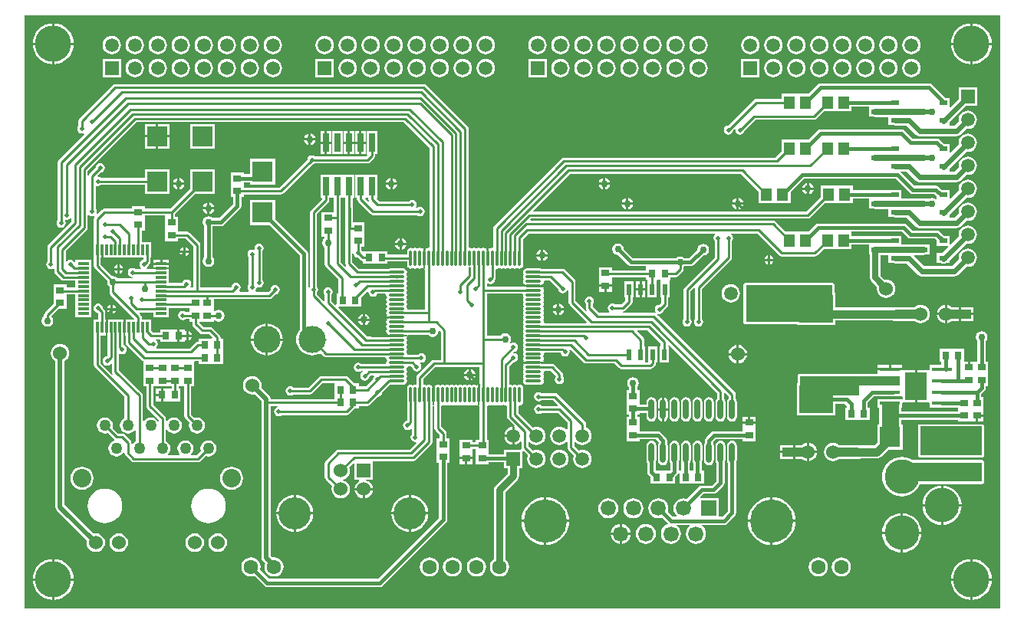
<source format=gtl>
%FSAX43Y43*%
%MOMM*%
G71*
G01*
G75*
G04 Layer_Physical_Order=1*
G04 Layer_Color=255*
%ADD10R,1.200X1.400*%
%ADD11O,1.800X0.300*%
%ADD12O,0.300X1.800*%
%ADD13R,0.900X0.800*%
%ADD14R,0.508X1.300*%
%ADD15R,0.800X0.900*%
%ADD16R,0.635X2.032*%
%ADD17O,0.600X2.200*%
%ADD18R,2.200X2.200*%
%ADD19R,1.200X0.300*%
%ADD20R,0.300X1.200*%
%ADD21R,2.300X2.300*%
%ADD22R,2.540X1.016*%
%ADD23R,2.400X3.100*%
%ADD24R,2.200X0.450*%
%ADD25R,0.850X0.600*%
%ADD26R,3.683X3.048*%
%ADD27R,2.300X2.300*%
%ADD28C,0.254*%
%ADD29C,0.600*%
%ADD30C,0.381*%
%ADD31C,0.508*%
%ADD32C,0.889*%
%ADD33C,0.635*%
%ADD34C,0.762*%
%ADD35R,9.525X4.064*%
%ADD36R,1.905X3.302*%
%ADD37R,3.556X4.064*%
%ADD38R,11.049X1.016*%
%ADD39R,6.731X3.175*%
%ADD40R,8.509X2.159*%
%ADD41R,3.175X1.397*%
%ADD42C,0.508*%
%ADD43C,1.524*%
%ADD44C,0.762*%
%ADD45R,1.524X1.524*%
%ADD46C,3.556*%
%ADD47C,1.500*%
%ADD48R,1.500X1.500*%
%ADD49C,4.000*%
%ADD50C,3.810*%
%ADD51R,1.500X1.500*%
%ADD52C,1.600*%
%ADD53C,1.690*%
%ADD54R,1.690X1.690*%
%ADD55C,4.760*%
%ADD56C,2.032*%
%ADD57C,1.270*%
%ADD58C,3.000*%
%ADD59C,1.778*%
G36*
X0133096Y0025400D02*
X0025400D01*
Y0090932D01*
X0133096D01*
Y0025400D01*
D02*
G37*
%LPC*%
G36*
X0122304Y0052265D02*
X0121077D01*
Y0051913D01*
X0122304D01*
Y0052265D01*
D02*
G37*
G36*
X0120823D02*
X0119596D01*
Y0051913D01*
X0120823D01*
Y0052265D01*
D02*
G37*
G36*
X0082750Y0052502D02*
X0082731Y0052403D01*
X0082459D01*
X0082341Y0052427D01*
X0080841D01*
X0080683Y0052396D01*
X0080672Y0052388D01*
X0080454D01*
X0080460Y0052357D01*
X0080522Y0052265D01*
X0080460Y0052173D01*
X0080429Y0052015D01*
X0080460Y0051857D01*
X0080522Y0051765D01*
X0080460Y0051673D01*
X0080429Y0051515D01*
X0080460Y0051357D01*
X0080522Y0051265D01*
X0080460Y0051173D01*
X0080429Y0051015D01*
X0080460Y0050857D01*
X0080522Y0050765D01*
X0080460Y0050673D01*
X0080429Y0050515D01*
X0080460Y0050357D01*
X0080550Y0050224D01*
X0080683Y0050134D01*
X0080841Y0050103D01*
X0082341D01*
X0082499Y0050134D01*
X0082632Y0050224D01*
X0082722Y0050357D01*
X0082753Y0050515D01*
X0082722Y0050673D01*
X0082660Y0050765D01*
X0082722Y0050857D01*
X0082753Y0051015D01*
X0082722Y0051173D01*
X0082660Y0051265D01*
X0082722Y0051357D01*
X0082753Y0051515D01*
X0082750Y0051528D01*
X0082831Y0051627D01*
X0083471D01*
X0084067Y0051031D01*
Y0050994D01*
X0083976Y0050859D01*
X0083937Y0050661D01*
X0083976Y0050462D01*
X0084089Y0050294D01*
X0084257Y0050182D01*
X0084455Y0050143D01*
X0084653Y0050182D01*
X0084821Y0050294D01*
X0084934Y0050462D01*
X0084973Y0050661D01*
X0084934Y0050859D01*
X0084843Y0050994D01*
Y0051192D01*
X0084819Y0051316D01*
X0084814Y0051341D01*
X0084730Y0051467D01*
X0083907Y0052290D01*
X0083781Y0052374D01*
X0083632Y0052403D01*
X0082831D01*
X0082750Y0052502D01*
D02*
G37*
G36*
X0131064Y0056019D02*
X0130816Y0055970D01*
X0130606Y0055830D01*
X0130466Y0055620D01*
X0130417Y0055372D01*
X0130466Y0055124D01*
X0130606Y0054914D01*
X0130611Y0054911D01*
Y0052662D01*
X0129794D01*
Y0052008D01*
X0129540D01*
Y0052662D01*
X0129116D01*
Y0054044D01*
X0127808D01*
D01*
D01*
X0127808Y0054044D01*
X0127716D01*
Y0054044D01*
X0126408D01*
Y0052636D01*
X0126609D01*
Y0052265D01*
X0125346D01*
Y0051715D01*
X0125346D01*
X0125279D01*
X0125256Y0051715D01*
X0125256Y0051715D01*
Y0051715D01*
X0123952D01*
Y0049911D01*
Y0048107D01*
X0125256D01*
X0125346Y0048017D01*
Y0047557D01*
X0128054D01*
Y0047583D01*
X0128455D01*
Y0047417D01*
X0128455Y0047417D01*
X0128455Y0047325D01*
X0128455D01*
Y0047124D01*
X0122179D01*
Y0047557D01*
X0122304D01*
Y0048040D01*
X0122371Y0048107D01*
X0122394Y0048107D01*
X0122394Y0048107D01*
Y0048107D01*
X0123698D01*
Y0049911D01*
Y0051715D01*
X0122394D01*
X0122394Y0051715D01*
Y0051715D01*
X0122371Y0051715D01*
X0122304Y0051782D01*
Y0051659D01*
X0119596D01*
Y0051313D01*
X0110998D01*
X0110899Y0051293D01*
X0110815Y0051237D01*
X0110759Y0051153D01*
X0110739Y0051054D01*
Y0050229D01*
X0110680D01*
Y0046673D01*
X0114871D01*
Y0047997D01*
X0115954D01*
X0116195Y0047756D01*
Y0047567D01*
X0115994D01*
Y0046159D01*
X0117302D01*
Y0046159D01*
X0117302D01*
X0117302Y0046159D01*
X0117394D01*
Y0046159D01*
X0118702D01*
Y0047567D01*
X0118501D01*
Y0048137D01*
X0119187Y0048823D01*
X0119596D01*
Y0048807D01*
X0122281D01*
X0122371Y0048717D01*
Y0048515D01*
X0122371D01*
X0122304D01*
X0122281Y0048515D01*
X0122281Y0048515D01*
Y0048515D01*
X0121940D01*
X0121920Y0048519D01*
X0120015D01*
X0119995Y0048515D01*
X0119596D01*
Y0047557D01*
X0119756D01*
Y0045727D01*
X0119536D01*
Y0043697D01*
X0119215Y0043377D01*
X0117729D01*
Y0043434D01*
X0115357D01*
X0115193Y0043559D01*
X0114946Y0043662D01*
X0114681Y0043697D01*
X0114416Y0043662D01*
X0114169Y0043559D01*
X0113956Y0043397D01*
X0113794Y0043184D01*
X0113691Y0042937D01*
X0113656Y0042672D01*
X0113691Y0042407D01*
X0113794Y0042160D01*
X0113956Y0041947D01*
X0114169Y0041785D01*
X0114416Y0041682D01*
X0114681Y0041647D01*
X0114946Y0041682D01*
X0115193Y0041785D01*
X0115357Y0041910D01*
X0117729D01*
Y0041967D01*
X0119507D01*
X0119689Y0041991D01*
X0119789Y0042033D01*
X0119859Y0042062D01*
X0120005Y0042174D01*
X0120750Y0042919D01*
X0122344D01*
Y0045727D01*
X0122179D01*
Y0046218D01*
X0128455D01*
Y0046017D01*
X0129863D01*
Y0046017D01*
X0130429D01*
Y0046671D01*
X0130556D01*
Y0046798D01*
X0131260D01*
Y0047325D01*
D01*
Y0047325D01*
X0131260Y0047325D01*
Y0047417D01*
X0131260D01*
Y0048725D01*
X0131105D01*
X0131015Y0048815D01*
X0131018Y0049097D01*
X0131384Y0049464D01*
X0131384Y0049464D01*
X0131434Y0049537D01*
X0131483Y0049611D01*
X0131517Y0049784D01*
X0131517Y0049784D01*
Y0049954D01*
X0131768D01*
Y0051262D01*
D01*
Y0051262D01*
X0131768Y0051262D01*
Y0051354D01*
X0131768D01*
Y0052662D01*
X0131517D01*
Y0054911D01*
X0131522Y0054914D01*
X0131662Y0055124D01*
X0131711Y0055372D01*
X0131662Y0055620D01*
X0131522Y0055830D01*
X0131312Y0055970D01*
X0131064Y0056019D01*
D02*
G37*
G36*
X0075171Y0051054D02*
X0074676D01*
Y0050559D01*
X0074797Y0050583D01*
X0075007Y0050723D01*
X0075147Y0050933D01*
X0075171Y0051054D01*
D02*
G37*
G36*
X0074422D02*
X0073927D01*
X0073951Y0050933D01*
X0074091Y0050723D01*
X0074301Y0050583D01*
X0074422Y0050559D01*
Y0051054D01*
D02*
G37*
G36*
X0074676Y0051803D02*
Y0051308D01*
X0075171D01*
X0075147Y0051429D01*
X0075007Y0051639D01*
X0074797Y0051779D01*
X0074676Y0051803D01*
D02*
G37*
G36*
X0074422D02*
X0074301Y0051779D01*
X0074091Y0051639D01*
X0073951Y0051429D01*
X0073927Y0051308D01*
X0074422D01*
Y0051803D01*
D02*
G37*
G36*
X0104267Y0054475D02*
Y0053594D01*
X0105148D01*
X0105130Y0053732D01*
X0105027Y0053979D01*
X0104865Y0054192D01*
X0104652Y0054354D01*
X0104405Y0054457D01*
X0104267Y0054475D01*
D02*
G37*
G36*
X0104013D02*
X0103875Y0054457D01*
X0103628Y0054354D01*
X0103415Y0054192D01*
X0103253Y0053979D01*
X0103150Y0053732D01*
X0103132Y0053594D01*
X0104013D01*
Y0054475D01*
D02*
G37*
G36*
X0052285Y0056835D02*
Y0055212D01*
X0053908D01*
X0053887Y0055429D01*
X0053786Y0055759D01*
X0053623Y0056064D01*
X0053404Y0056331D01*
X0053137Y0056550D01*
X0052832Y0056713D01*
X0052502Y0056814D01*
X0052285Y0056835D01*
D02*
G37*
G36*
X0052031D02*
X0051814Y0056814D01*
X0051484Y0056713D01*
X0051179Y0056550D01*
X0050912Y0056331D01*
X0050693Y0056064D01*
X0050530Y0055759D01*
X0050429Y0055429D01*
X0050408Y0055212D01*
X0052031D01*
Y0056835D01*
D02*
G37*
G36*
X0105148Y0053340D02*
X0104267D01*
Y0052459D01*
X0104405Y0052477D01*
X0104652Y0052580D01*
X0104865Y0052742D01*
X0105027Y0052955D01*
X0105130Y0053202D01*
X0105148Y0053340D01*
D02*
G37*
G36*
X0104013D02*
X0103132D01*
X0103150Y0053202D01*
X0103253Y0052955D01*
X0103415Y0052742D01*
X0103628Y0052580D01*
X0103875Y0052477D01*
X0104013Y0052459D01*
Y0053340D01*
D02*
G37*
G36*
X0053908Y0054958D02*
X0052285D01*
Y0053335D01*
X0052502Y0053356D01*
X0052832Y0053457D01*
X0053137Y0053620D01*
X0053404Y0053839D01*
X0053623Y0054106D01*
X0053786Y0054411D01*
X0053887Y0054741D01*
X0053908Y0054958D01*
D02*
G37*
G36*
X0052031D02*
X0050408D01*
X0050429Y0054741D01*
X0050530Y0054411D01*
X0050693Y0054106D01*
X0050912Y0053839D01*
X0051179Y0053620D01*
X0051484Y0053457D01*
X0051814Y0053356D01*
X0052031Y0053335D01*
Y0054958D01*
D02*
G37*
G36*
X0075041Y0050127D02*
X0074883Y0050096D01*
X0074791Y0050034D01*
X0074699Y0050096D01*
X0074541Y0050127D01*
X0074383Y0050096D01*
X0074291Y0050034D01*
X0074199Y0050096D01*
X0074041Y0050127D01*
X0073883Y0050096D01*
X0073791Y0050034D01*
X0073699Y0050096D01*
X0073541Y0050127D01*
X0073383Y0050096D01*
X0073291Y0050034D01*
X0073199Y0050096D01*
X0073041Y0050127D01*
X0072883Y0050096D01*
X0072791Y0050034D01*
X0072699Y0050096D01*
X0072541Y0050127D01*
X0072383Y0050096D01*
X0072291Y0050034D01*
X0072199Y0050096D01*
X0072041Y0050127D01*
X0071883Y0050096D01*
X0071791Y0050034D01*
X0071699Y0050096D01*
X0071541Y0050127D01*
X0071383Y0050096D01*
X0071291Y0050034D01*
X0071199Y0050096D01*
X0071041Y0050127D01*
X0070883Y0050096D01*
X0070791Y0050034D01*
X0070699Y0050096D01*
X0070668Y0050102D01*
Y0049884D01*
X0070660Y0049873D01*
X0070629Y0049715D01*
Y0048965D01*
Y0048215D01*
X0070652Y0048097D01*
Y0047825D01*
X0070554Y0047806D01*
X0070653Y0047725D01*
Y0045291D01*
X0070653Y0045291D01*
X0070653D01*
X0070682Y0045142D01*
X0070766Y0045016D01*
X0071240Y0044543D01*
Y0044153D01*
X0070924D01*
Y0042845D01*
X0070924Y0042845D01*
X0070924Y0042753D01*
X0070924D01*
Y0041445D01*
X0071175D01*
Y0035367D01*
X0064455Y0028647D01*
X0052385D01*
X0051413Y0029619D01*
X0051446Y0029697D01*
X0051482Y0029972D01*
X0051446Y0030247D01*
X0051340Y0030504D01*
X0051171Y0030724D01*
X0050951Y0030893D01*
X0050694Y0030999D01*
X0050419Y0031035D01*
X0050144Y0030999D01*
X0049887Y0030893D01*
X0049667Y0030724D01*
X0049498Y0030504D01*
X0049392Y0030247D01*
X0049356Y0029972D01*
X0049392Y0029697D01*
X0049498Y0029440D01*
X0049667Y0029220D01*
X0049887Y0029051D01*
X0050144Y0028945D01*
X0050419Y0028909D01*
X0050694Y0028945D01*
X0050772Y0028978D01*
X0051877Y0027874D01*
X0051877Y0027874D01*
X0052024Y0027775D01*
X0052197Y0027741D01*
X0064643D01*
X0064816Y0027775D01*
X0064963Y0027874D01*
X0071948Y0034859D01*
X0071948Y0034859D01*
X0072047Y0035006D01*
X0072081Y0035179D01*
Y0041445D01*
X0072332D01*
Y0042753D01*
D01*
Y0042753D01*
X0072332Y0042753D01*
Y0042845D01*
X0072332D01*
Y0044153D01*
X0072016D01*
Y0044704D01*
X0071987Y0044853D01*
X0071903Y0044979D01*
X0071429Y0045452D01*
Y0047725D01*
X0071528Y0047806D01*
X0071541Y0047803D01*
X0071699Y0047834D01*
X0071791Y0047896D01*
X0071883Y0047834D01*
X0072041Y0047803D01*
X0072199Y0047834D01*
X0072291Y0047896D01*
X0072383Y0047834D01*
X0072541Y0047803D01*
X0072699Y0047834D01*
X0072791Y0047896D01*
X0072883Y0047834D01*
X0073041Y0047803D01*
X0073199Y0047834D01*
X0073291Y0047896D01*
X0073383Y0047834D01*
X0073541Y0047803D01*
X0073699Y0047834D01*
X0073791Y0047896D01*
X0073883Y0047834D01*
X0074041Y0047803D01*
X0074199Y0047834D01*
X0074291Y0047896D01*
X0074383Y0047834D01*
X0074541Y0047803D01*
X0074699Y0047834D01*
X0074791Y0047896D01*
X0074883Y0047834D01*
X0075041Y0047803D01*
X0075199Y0047834D01*
X0075291Y0047896D01*
X0075383Y0047834D01*
X0075414Y0047828D01*
Y0048046D01*
X0075422Y0048057D01*
X0075453Y0048215D01*
Y0048965D01*
Y0049715D01*
X0075422Y0049873D01*
X0075414Y0049884D01*
Y0050102D01*
X0075383Y0050096D01*
X0075291Y0050034D01*
X0075199Y0050096D01*
X0075041Y0050127D01*
D02*
G37*
G36*
X0131260Y0046544D02*
X0130683D01*
Y0046017D01*
X0131260D01*
Y0046544D01*
D02*
G37*
G36*
X0100965Y0048723D02*
X0100749Y0048680D01*
X0100566Y0048557D01*
X0100443Y0048374D01*
X0100400Y0048158D01*
Y0046558D01*
X0100443Y0046342D01*
X0100566Y0046159D01*
X0100749Y0046036D01*
X0100965Y0045993D01*
X0101181Y0046036D01*
X0101364Y0046159D01*
X0101487Y0046342D01*
X0101530Y0046558D01*
Y0048158D01*
X0101487Y0048374D01*
X0101364Y0048557D01*
X0101181Y0048680D01*
X0100965Y0048723D01*
D02*
G37*
G36*
X0096450Y0047231D02*
X0096012D01*
Y0046018D01*
X0096101Y0046036D01*
X0096284Y0046159D01*
X0096407Y0046342D01*
X0096450Y0046558D01*
Y0047231D01*
D02*
G37*
G36*
X0095758D02*
X0095320D01*
Y0046558D01*
X0095363Y0046342D01*
X0095486Y0046159D01*
X0095669Y0046036D01*
X0095758Y0046018D01*
Y0047231D01*
D02*
G37*
G36*
X0097155Y0048723D02*
X0096939Y0048680D01*
X0096756Y0048557D01*
X0096633Y0048374D01*
X0096590Y0048158D01*
Y0046558D01*
X0096633Y0046342D01*
X0096756Y0046159D01*
X0096939Y0046036D01*
X0097155Y0045993D01*
X0097371Y0046036D01*
X0097554Y0046159D01*
X0097677Y0046342D01*
X0097720Y0046558D01*
Y0048158D01*
X0097677Y0048374D01*
X0097554Y0048557D01*
X0097371Y0048680D01*
X0097155Y0048723D01*
D02*
G37*
G36*
X0106114Y0045785D02*
X0104706D01*
Y0045258D01*
X0104706Y0045258D01*
X0104706Y0045166D01*
X0104706D01*
Y0044965D01*
X0101535D01*
X0101535Y0044965D01*
X0101362Y0044931D01*
X0101215Y0044832D01*
X0101215Y0044832D01*
X0100645Y0044262D01*
X0100546Y0044115D01*
X0100512Y0043942D01*
Y0043677D01*
X0100443Y0043574D01*
X0100400Y0043358D01*
Y0041758D01*
X0100443Y0041542D01*
X0100566Y0041359D01*
X0100749Y0041236D01*
X0100965Y0041193D01*
X0101181Y0041236D01*
X0101364Y0041359D01*
X0101487Y0041542D01*
X0101530Y0041758D01*
Y0043358D01*
X0101487Y0043574D01*
X0101418Y0043677D01*
Y0043754D01*
X0101723Y0044059D01*
X0104706D01*
Y0043858D01*
X0106114D01*
Y0045166D01*
D01*
Y0045166D01*
X0106114Y0045166D01*
Y0045258D01*
X0106114D01*
Y0045785D01*
D02*
G37*
G36*
X0099695Y0048723D02*
X0099479Y0048680D01*
X0099296Y0048557D01*
X0099173Y0048374D01*
X0099130Y0048158D01*
Y0046558D01*
X0099173Y0046342D01*
X0099296Y0046159D01*
X0099479Y0046036D01*
X0099695Y0045993D01*
X0099911Y0046036D01*
X0100094Y0046159D01*
X0100217Y0046342D01*
X0100260Y0046558D01*
Y0048158D01*
X0100217Y0048374D01*
X0100094Y0048557D01*
X0099911Y0048680D01*
X0099695Y0048723D01*
D02*
G37*
G36*
X0098425D02*
X0098209Y0048680D01*
X0098026Y0048557D01*
X0097903Y0048374D01*
X0097860Y0048158D01*
Y0046558D01*
X0097903Y0046342D01*
X0098026Y0046159D01*
X0098209Y0046036D01*
X0098425Y0045993D01*
X0098641Y0046036D01*
X0098824Y0046159D01*
X0098947Y0046342D01*
X0098990Y0046558D01*
Y0048158D01*
X0098947Y0048374D01*
X0098824Y0048557D01*
X0098641Y0048680D01*
X0098425Y0048723D01*
D02*
G37*
G36*
X0092583Y0050939D02*
X0092335Y0050890D01*
X0092125Y0050750D01*
X0091985Y0050540D01*
X0091936Y0050292D01*
X0091985Y0050044D01*
X0092125Y0049834D01*
X0092130Y0049831D01*
Y0049487D01*
X0091879D01*
Y0048179D01*
X0091879Y0048179D01*
X0091879Y0048087D01*
X0091879D01*
Y0046779D01*
X0092130D01*
Y0046566D01*
X0091879D01*
Y0045258D01*
X0091879Y0045258D01*
X0091879Y0045166D01*
X0091879D01*
Y0043858D01*
X0093287D01*
Y0044059D01*
X0095127D01*
X0095432Y0043754D01*
Y0043677D01*
X0095363Y0043574D01*
X0095320Y0043358D01*
Y0041758D01*
X0095363Y0041542D01*
X0095486Y0041359D01*
X0095669Y0041236D01*
X0095885Y0041193D01*
X0096101Y0041236D01*
X0096284Y0041359D01*
X0096407Y0041542D01*
X0096450Y0041758D01*
Y0043358D01*
X0096407Y0043574D01*
X0096338Y0043677D01*
Y0043942D01*
X0096338Y0043942D01*
X0096338Y0043942D01*
Y0043942D01*
X0096329Y0043989D01*
X0096304Y0044115D01*
X0096304Y0044115D01*
X0096304Y0044115D01*
X0096259Y0044183D01*
X0096205Y0044262D01*
X0095635Y0044832D01*
X0095635Y0044832D01*
X0095635Y0044832D01*
X0095557Y0044885D01*
X0095488Y0044931D01*
X0095488Y0044931D01*
X0095488Y0044931D01*
X0095407Y0044947D01*
X0095315Y0044965D01*
X0095315Y0044965D01*
X0095315Y0044965D01*
X0093287D01*
Y0045166D01*
D01*
Y0045166D01*
X0093287Y0045166D01*
Y0045258D01*
X0093287D01*
Y0046566D01*
X0093036D01*
Y0046779D01*
X0093287D01*
Y0046980D01*
X0094050D01*
Y0046558D01*
X0094093Y0046342D01*
X0094216Y0046159D01*
X0094399Y0046036D01*
X0094615Y0045993D01*
X0094831Y0046036D01*
X0095014Y0046159D01*
X0095137Y0046342D01*
X0095180Y0046558D01*
Y0048158D01*
X0095137Y0048374D01*
X0095014Y0048557D01*
X0094831Y0048680D01*
X0094615Y0048723D01*
X0094399Y0048680D01*
X0094216Y0048557D01*
X0094093Y0048374D01*
X0094050Y0048158D01*
Y0047886D01*
X0093287D01*
Y0048087D01*
D01*
Y0048087D01*
X0093287Y0048087D01*
Y0048179D01*
X0093287D01*
Y0049487D01*
X0093036D01*
Y0049831D01*
X0093041Y0049834D01*
X0093181Y0050044D01*
X0093230Y0050292D01*
X0093181Y0050540D01*
X0093041Y0050750D01*
X0092831Y0050890D01*
X0092583Y0050939D01*
D02*
G37*
G36*
X0082169Y0049286D02*
X0081971Y0049247D01*
X0081803Y0049134D01*
X0081690Y0048966D01*
X0081651Y0048768D01*
X0081690Y0048570D01*
X0081803Y0048402D01*
X0081971Y0048289D01*
X0082169Y0048250D01*
X0082367Y0048289D01*
X0082502Y0048380D01*
X0083786D01*
X0084289Y0047877D01*
X0084240Y0047759D01*
X0082502D01*
X0082367Y0047850D01*
X0082169Y0047889D01*
X0081971Y0047850D01*
X0081803Y0047737D01*
X0081690Y0047569D01*
X0081651Y0047371D01*
X0081690Y0047173D01*
X0081803Y0047005D01*
X0081971Y0046892D01*
X0082169Y0046853D01*
X0082367Y0046892D01*
X0082502Y0046983D01*
X0084294D01*
X0085337Y0045940D01*
Y0045148D01*
X0085216Y0045107D01*
X0085171Y0045166D01*
X0084961Y0045327D01*
X0084717Y0045428D01*
X0084455Y0045463D01*
X0084193Y0045428D01*
X0083949Y0045327D01*
X0083739Y0045166D01*
X0083578Y0044956D01*
X0083477Y0044712D01*
X0083442Y0044450D01*
X0083477Y0044188D01*
X0083578Y0043944D01*
X0083739Y0043734D01*
X0083949Y0043573D01*
X0084193Y0043472D01*
X0084455Y0043437D01*
X0084717Y0043472D01*
X0084961Y0043573D01*
X0085171Y0043734D01*
X0085216Y0043793D01*
X0085337Y0043752D01*
Y0043180D01*
X0085337Y0043180D01*
X0085337D01*
X0085366Y0043031D01*
X0085450Y0042905D01*
X0086066Y0042290D01*
X0086017Y0042172D01*
X0085982Y0041910D01*
X0086017Y0041648D01*
X0086118Y0041404D01*
X0086279Y0041194D01*
X0086489Y0041033D01*
X0086733Y0040932D01*
X0086995Y0040897D01*
X0087257Y0040932D01*
X0087501Y0041033D01*
X0087711Y0041194D01*
X0087872Y0041404D01*
X0087973Y0041648D01*
X0088008Y0041910D01*
X0087973Y0042172D01*
X0087872Y0042416D01*
X0087711Y0042626D01*
X0087501Y0042787D01*
X0087257Y0042888D01*
X0086995Y0042923D01*
X0086733Y0042888D01*
X0086615Y0042839D01*
X0086113Y0043341D01*
Y0043752D01*
X0086234Y0043793D01*
X0086279Y0043734D01*
X0086489Y0043573D01*
X0086733Y0043472D01*
X0086995Y0043437D01*
X0087257Y0043472D01*
X0087501Y0043573D01*
X0087711Y0043734D01*
X0087872Y0043944D01*
X0087973Y0044188D01*
X0088008Y0044450D01*
X0087973Y0044712D01*
X0087872Y0044956D01*
X0087711Y0045166D01*
X0087501Y0045327D01*
X0087383Y0045376D01*
Y0045720D01*
X0087354Y0045869D01*
X0087270Y0045995D01*
X0084222Y0049043D01*
X0084096Y0049127D01*
X0083947Y0049156D01*
X0082502D01*
X0082367Y0049247D01*
X0082169Y0049286D01*
D02*
G37*
G36*
X0040448Y0049664D02*
X0039921D01*
Y0049087D01*
X0040448D01*
Y0049664D01*
D02*
G37*
G36*
Y0048833D02*
X0039921D01*
Y0048256D01*
X0040448D01*
Y0048833D01*
D02*
G37*
G36*
X0106114Y0046566D02*
X0105537D01*
Y0046039D01*
X0106114D01*
Y0046566D01*
D02*
G37*
G36*
X0105283D02*
X0104706D01*
Y0046039D01*
X0105283D01*
Y0046566D01*
D02*
G37*
G36*
X0096012Y0048698D02*
Y0047485D01*
X0096450D01*
Y0048158D01*
X0096407Y0048374D01*
X0096284Y0048557D01*
X0096101Y0048680D01*
X0096012Y0048698D01*
D02*
G37*
G36*
X0095758D02*
X0095669Y0048680D01*
X0095486Y0048557D01*
X0095363Y0048374D01*
X0095320Y0048158D01*
Y0047485D01*
X0095758D01*
Y0048698D01*
D02*
G37*
G36*
X0090239Y0060895D02*
X0089662D01*
Y0060368D01*
X0090239D01*
Y0060895D01*
D02*
G37*
G36*
X0089408D02*
X0088831D01*
Y0060368D01*
X0089408D01*
Y0060895D01*
D02*
G37*
G36*
X0093940Y0061527D02*
X0093559D01*
Y0060750D01*
X0093940D01*
Y0061527D01*
D02*
G37*
G36*
X0093305D02*
X0092924D01*
Y0060750D01*
X0093305D01*
Y0061527D01*
D02*
G37*
G36*
X0103378Y0061211D02*
X0103116Y0061176D01*
X0102872Y0061075D01*
X0102662Y0060914D01*
X0102501Y0060704D01*
X0102400Y0060460D01*
X0102365Y0060198D01*
X0102400Y0059936D01*
X0102501Y0059692D01*
X0102662Y0059482D01*
X0102872Y0059321D01*
X0103116Y0059220D01*
X0103378Y0059185D01*
X0103640Y0059220D01*
X0103884Y0059321D01*
X0104094Y0059482D01*
X0104255Y0059692D01*
X0104356Y0059936D01*
X0104391Y0060198D01*
X0104356Y0060460D01*
X0104255Y0060704D01*
X0104094Y0060914D01*
X0103884Y0061075D01*
X0103640Y0061176D01*
X0103378Y0061211D01*
D02*
G37*
G36*
X0084455Y0059042D02*
Y0058547D01*
X0084950D01*
X0084926Y0058668D01*
X0084786Y0058878D01*
X0084576Y0059018D01*
X0084455Y0059042D01*
D02*
G37*
G36*
X0093940Y0060496D02*
X0093559D01*
Y0059719D01*
X0093940D01*
Y0060496D01*
D02*
G37*
G36*
X0093305D02*
X0092924D01*
Y0059719D01*
X0093305D01*
Y0060496D01*
D02*
G37*
G36*
X0107696Y0064374D02*
Y0064008D01*
X0108062D01*
X0108048Y0064079D01*
X0107935Y0064247D01*
X0107767Y0064360D01*
X0107696Y0064374D01*
D02*
G37*
G36*
X0107442D02*
X0107371Y0064360D01*
X0107203Y0064247D01*
X0107090Y0064079D01*
X0107076Y0064008D01*
X0107442D01*
Y0064374D01*
D02*
G37*
G36*
X0082677Y0065011D02*
Y0064516D01*
X0083172D01*
X0083148Y0064637D01*
X0083008Y0064847D01*
X0082798Y0064987D01*
X0082677Y0065011D01*
D02*
G37*
G36*
X0082423D02*
X0082302Y0064987D01*
X0082092Y0064847D01*
X0081952Y0064637D01*
X0081928Y0064516D01*
X0082423D01*
Y0065011D01*
D02*
G37*
G36*
X0108062Y0063754D02*
X0107696D01*
Y0063388D01*
X0107767Y0063402D01*
X0107935Y0063515D01*
X0108048Y0063683D01*
X0108062Y0063754D01*
D02*
G37*
G36*
X0107442D02*
X0107076D01*
X0107090Y0063683D01*
X0107203Y0063515D01*
X0107371Y0063402D01*
X0107442Y0063388D01*
Y0063754D01*
D02*
G37*
G36*
X0083172Y0064262D02*
X0082677D01*
Y0063767D01*
X0082798Y0063791D01*
X0083008Y0063931D01*
X0083148Y0064141D01*
X0083172Y0064262D01*
D02*
G37*
G36*
X0082423D02*
X0081928D01*
X0081952Y0064141D01*
X0082092Y0063931D01*
X0082302Y0063791D01*
X0082423Y0063767D01*
Y0064262D01*
D02*
G37*
G36*
X0084201Y0059042D02*
X0084080Y0059018D01*
X0083870Y0058878D01*
X0083730Y0058668D01*
X0083706Y0058547D01*
X0084201D01*
Y0059042D01*
D02*
G37*
G36*
X0130175Y0057785D02*
X0128778D01*
Y0057150D01*
X0130175D01*
Y0057785D01*
D02*
G37*
G36*
X0127254Y0058920D02*
Y0057912D01*
Y0056904D01*
X0127392Y0056922D01*
X0127639Y0057025D01*
X0127803Y0057150D01*
X0128524D01*
Y0057912D01*
Y0058674D01*
X0127803D01*
X0127639Y0058799D01*
X0127392Y0058902D01*
X0127254Y0058920D01*
D02*
G37*
G36*
X0062992Y0057899D02*
Y0057404D01*
X0063487D01*
X0063463Y0057525D01*
X0063323Y0057735D01*
X0063113Y0057875D01*
X0062992Y0057899D01*
D02*
G37*
G36*
X0062738D02*
X0062617Y0057875D01*
X0062407Y0057735D01*
X0062267Y0057525D01*
X0062243Y0057404D01*
X0062738D01*
Y0057899D01*
D02*
G37*
G36*
X0063487Y0057150D02*
X0062992D01*
Y0056655D01*
X0063113Y0056679D01*
X0063323Y0056819D01*
X0063463Y0057029D01*
X0063487Y0057150D01*
D02*
G37*
G36*
X0062738D02*
X0062243D01*
X0062267Y0057029D01*
X0062407Y0056819D01*
X0062617Y0056679D01*
X0062738Y0056655D01*
Y0057150D01*
D02*
G37*
G36*
X0127000Y0057785D02*
X0126119D01*
X0126137Y0057647D01*
X0126240Y0057400D01*
X0126402Y0057187D01*
X0126615Y0057025D01*
X0126862Y0056922D01*
X0127000Y0056904D01*
Y0057785D01*
D02*
G37*
G36*
X0114554Y0061346D02*
X0105029D01*
X0104930Y0061326D01*
X0104846Y0061270D01*
X0104790Y0061186D01*
X0104770Y0061087D01*
Y0057023D01*
X0104790Y0056924D01*
X0104846Y0056840D01*
X0104930Y0056784D01*
X0105029Y0056764D01*
X0110680D01*
Y0056706D01*
X0114871D01*
Y0057207D01*
X0121285D01*
Y0057150D01*
X0123657D01*
X0123821Y0057025D01*
X0124068Y0056922D01*
X0124333Y0056887D01*
X0124598Y0056922D01*
X0124845Y0057025D01*
X0125058Y0057187D01*
X0125220Y0057400D01*
X0125323Y0057647D01*
X0125358Y0057912D01*
X0125323Y0058177D01*
X0125220Y0058424D01*
X0125058Y0058637D01*
X0124845Y0058799D01*
X0124598Y0058902D01*
X0124333Y0058937D01*
X0124068Y0058902D01*
X0123821Y0058799D01*
X0123657Y0058674D01*
X0121285D01*
Y0058617D01*
X0114871D01*
Y0060262D01*
X0114813D01*
Y0061087D01*
X0114793Y0061186D01*
X0114737Y0061270D01*
X0114653Y0061326D01*
X0114554Y0061346D01*
D02*
G37*
G36*
X0130175Y0058674D02*
X0128778D01*
Y0058039D01*
X0130175D01*
Y0058674D01*
D02*
G37*
G36*
X0127000Y0058920D02*
X0126862Y0058902D01*
X0126615Y0058799D01*
X0126402Y0058637D01*
X0126240Y0058424D01*
X0126137Y0058177D01*
X0126119Y0058039D01*
X0127000D01*
Y0058920D01*
D02*
G37*
G36*
X0035179Y0058913D02*
Y0058547D01*
X0035545D01*
X0035531Y0058618D01*
X0035418Y0058786D01*
X0035250Y0058899D01*
X0035179Y0058913D01*
D02*
G37*
G36*
X0034925D02*
X0034854Y0058899D01*
X0034686Y0058786D01*
X0034573Y0058618D01*
X0034559Y0058547D01*
X0034925D01*
Y0058913D01*
D02*
G37*
G36*
X0084950Y0058293D02*
X0084455D01*
Y0057798D01*
X0084576Y0057822D01*
X0084786Y0057962D01*
X0084926Y0058172D01*
X0084950Y0058293D01*
D02*
G37*
G36*
X0084201D02*
X0083706D01*
X0083730Y0058172D01*
X0083870Y0057962D01*
X0084080Y0057822D01*
X0084201Y0057798D01*
Y0058293D01*
D02*
G37*
G36*
X0035545D02*
X0035179D01*
Y0057927D01*
X0035250Y0057941D01*
X0035418Y0058054D01*
X0035531Y0058222D01*
X0035545Y0058293D01*
D02*
G37*
G36*
X0034925D02*
X0034559D01*
X0034573Y0058222D01*
X0034686Y0058054D01*
X0034854Y0057941D01*
X0034925Y0057927D01*
Y0058293D01*
D02*
G37*
G36*
X0110504Y0034900D02*
X0107999D01*
Y0032395D01*
X0108285Y0032417D01*
X0108688Y0032514D01*
X0109072Y0032673D01*
X0109425Y0032889D01*
X0109740Y0033159D01*
X0110010Y0033474D01*
X0110226Y0033827D01*
X0110385Y0034211D01*
X0110482Y0034614D01*
X0110504Y0034900D01*
D02*
G37*
G36*
X0107745D02*
X0105240D01*
X0105262Y0034614D01*
X0105359Y0034211D01*
X0105518Y0033827D01*
X0105734Y0033474D01*
X0106004Y0033159D01*
X0106319Y0032889D01*
X0106673Y0032673D01*
X0107056Y0032514D01*
X0107459Y0032417D01*
X0107745Y0032395D01*
Y0034900D01*
D02*
G37*
G36*
X0091095Y0033480D02*
X0090130D01*
X0090151Y0033320D01*
X0090262Y0033053D01*
X0090438Y0032823D01*
X0090668Y0032647D01*
X0090935Y0032536D01*
X0091095Y0032515D01*
Y0033480D01*
D02*
G37*
G36*
X0093992Y0034715D02*
X0093705Y0034678D01*
X0093438Y0034567D01*
X0093208Y0034391D01*
X0093032Y0034161D01*
X0092921Y0033894D01*
X0092883Y0033607D01*
X0092921Y0033320D01*
X0093032Y0033053D01*
X0093208Y0032823D01*
X0093438Y0032647D01*
X0093705Y0032536D01*
X0093992Y0032499D01*
X0094279Y0032536D01*
X0094546Y0032647D01*
X0094776Y0032823D01*
X0094952Y0033053D01*
X0095063Y0033320D01*
X0095100Y0033607D01*
X0095063Y0033894D01*
X0094952Y0034161D01*
X0094776Y0034391D01*
X0094546Y0034567D01*
X0094279Y0034678D01*
X0093992Y0034715D01*
D02*
G37*
G36*
X0046736Y0033664D02*
X0046471Y0033629D01*
X0046224Y0033526D01*
X0046011Y0033364D01*
X0045849Y0033151D01*
X0045746Y0032904D01*
X0045711Y0032639D01*
X0045746Y0032374D01*
X0045849Y0032127D01*
X0046011Y0031914D01*
X0046224Y0031752D01*
X0046471Y0031649D01*
X0046736Y0031614D01*
X0047001Y0031649D01*
X0047248Y0031752D01*
X0047461Y0031914D01*
X0047623Y0032127D01*
X0047726Y0032374D01*
X0047761Y0032639D01*
X0047726Y0032904D01*
X0047623Y0033151D01*
X0047461Y0033364D01*
X0047248Y0033526D01*
X0047001Y0033629D01*
X0046736Y0033664D01*
D02*
G37*
G36*
X0044196D02*
X0043931Y0033629D01*
X0043684Y0033526D01*
X0043471Y0033364D01*
X0043309Y0033151D01*
X0043206Y0032904D01*
X0043171Y0032639D01*
X0043206Y0032374D01*
X0043309Y0032127D01*
X0043471Y0031914D01*
X0043684Y0031752D01*
X0043931Y0031649D01*
X0044196Y0031614D01*
X0044461Y0031649D01*
X0044708Y0031752D01*
X0044921Y0031914D01*
X0045083Y0032127D01*
X0045186Y0032374D01*
X0045221Y0032639D01*
X0045186Y0032904D01*
X0045083Y0033151D01*
X0044921Y0033364D01*
X0044708Y0033526D01*
X0044461Y0033629D01*
X0044196Y0033664D01*
D02*
G37*
G36*
X0085514Y0034900D02*
X0083009D01*
Y0032395D01*
X0083295Y0032417D01*
X0083698Y0032514D01*
X0084081Y0032673D01*
X0084435Y0032889D01*
X0084750Y0033159D01*
X0085020Y0033474D01*
X0085236Y0033827D01*
X0085395Y0034211D01*
X0085492Y0034614D01*
X0085514Y0034900D01*
D02*
G37*
G36*
X0082755D02*
X0080250D01*
X0080272Y0034614D01*
X0080369Y0034211D01*
X0080528Y0033827D01*
X0080744Y0033474D01*
X0081014Y0033159D01*
X0081329Y0032889D01*
X0081682Y0032673D01*
X0082066Y0032514D01*
X0082469Y0032417D01*
X0082755Y0032395D01*
Y0034900D01*
D02*
G37*
G36*
X0055118Y0035750D02*
X0053216D01*
X0053242Y0035479D01*
X0053359Y0035096D01*
X0053547Y0034743D01*
X0053801Y0034434D01*
X0054111Y0034180D01*
X0054464Y0033991D01*
X0054847Y0033875D01*
X0055118Y0033848D01*
Y0035750D01*
D02*
G37*
G36*
X0122365Y0035875D02*
Y0033846D01*
X0124394D01*
X0124365Y0034142D01*
X0124242Y0034549D01*
X0124041Y0034924D01*
X0123772Y0035253D01*
X0123443Y0035522D01*
X0123068Y0035723D01*
X0122661Y0035846D01*
X0122365Y0035875D01*
D02*
G37*
G36*
X0067818Y0035750D02*
X0065916D01*
X0065942Y0035479D01*
X0066059Y0035096D01*
X0066247Y0034743D01*
X0066501Y0034434D01*
X0066811Y0034180D01*
X0067164Y0033991D01*
X0067547Y0033875D01*
X0067818Y0033848D01*
Y0035750D01*
D02*
G37*
G36*
X0057274D02*
X0055372D01*
Y0033848D01*
X0055643Y0033875D01*
X0056026Y0033991D01*
X0056379Y0034180D01*
X0056689Y0034434D01*
X0056943Y0034743D01*
X0057131Y0035096D01*
X0057248Y0035479D01*
X0057274Y0035750D01*
D02*
G37*
G36*
X0091095Y0034699D02*
X0090935Y0034678D01*
X0090668Y0034567D01*
X0090438Y0034391D01*
X0090262Y0034161D01*
X0090151Y0033894D01*
X0090130Y0033734D01*
X0091095D01*
Y0034699D01*
D02*
G37*
G36*
X0092314Y0033480D02*
X0091349D01*
Y0032515D01*
X0091509Y0032536D01*
X0091776Y0032647D01*
X0092006Y0032823D01*
X0092182Y0033053D01*
X0092293Y0033320D01*
X0092314Y0033480D01*
D02*
G37*
G36*
X0122110Y0035875D02*
X0121814Y0035846D01*
X0121407Y0035723D01*
X0121032Y0035522D01*
X0120703Y0035253D01*
X0120434Y0034924D01*
X0120233Y0034549D01*
X0120110Y0034142D01*
X0120081Y0033846D01*
X0122110D01*
Y0035875D01*
D02*
G37*
G36*
X0091349Y0034699D02*
Y0033734D01*
X0092314D01*
X0092293Y0033894D01*
X0092182Y0034161D01*
X0092006Y0034391D01*
X0091776Y0034567D01*
X0091509Y0034678D01*
X0091349Y0034699D01*
D02*
G37*
G36*
X0035814Y0033664D02*
X0035549Y0033629D01*
X0035302Y0033526D01*
X0035089Y0033364D01*
X0034927Y0033151D01*
X0034824Y0032904D01*
X0034789Y0032639D01*
X0034824Y0032374D01*
X0034927Y0032127D01*
X0035089Y0031914D01*
X0035302Y0031752D01*
X0035549Y0031649D01*
X0035814Y0031614D01*
X0036079Y0031649D01*
X0036326Y0031752D01*
X0036539Y0031914D01*
X0036701Y0032127D01*
X0036804Y0032374D01*
X0036839Y0032639D01*
X0036804Y0032904D01*
X0036701Y0033151D01*
X0036539Y0033364D01*
X0036326Y0033526D01*
X0036079Y0033629D01*
X0035814Y0033664D01*
D02*
G37*
G36*
X0028702Y0030827D02*
Y0028702D01*
X0030827D01*
X0030796Y0029017D01*
X0030667Y0029442D01*
X0030458Y0029833D01*
X0030177Y0030177D01*
X0029833Y0030458D01*
X0029442Y0030667D01*
X0029017Y0030796D01*
X0028702Y0030827D01*
D02*
G37*
G36*
X0028448D02*
X0028133Y0030796D01*
X0027708Y0030667D01*
X0027317Y0030458D01*
X0026973Y0030177D01*
X0026692Y0029833D01*
X0026483Y0029442D01*
X0026354Y0029017D01*
X0026323Y0028702D01*
X0028448D01*
Y0030827D01*
D02*
G37*
G36*
X0130048D02*
Y0028702D01*
X0132173D01*
X0132142Y0029017D01*
X0132014Y0029442D01*
X0131804Y0029833D01*
X0131523Y0030177D01*
X0131179Y0030458D01*
X0130788Y0030667D01*
X0130363Y0030796D01*
X0130048Y0030827D01*
D02*
G37*
G36*
X0129794D02*
X0129479Y0030796D01*
X0129054Y0030667D01*
X0128663Y0030458D01*
X0128319Y0030177D01*
X0128038Y0029833D01*
X0127828Y0029442D01*
X0127700Y0029017D01*
X0127669Y0028702D01*
X0129794D01*
Y0030827D01*
D02*
G37*
G36*
X0030827Y0028448D02*
X0028702D01*
Y0026323D01*
X0029017Y0026354D01*
X0029442Y0026483D01*
X0029833Y0026692D01*
X0030177Y0026973D01*
X0030458Y0027317D01*
X0030667Y0027708D01*
X0030796Y0028133D01*
X0030827Y0028448D01*
D02*
G37*
G36*
X0028448D02*
X0026323D01*
X0026354Y0028133D01*
X0026483Y0027708D01*
X0026692Y0027317D01*
X0026973Y0026973D01*
X0027317Y0026692D01*
X0027708Y0026483D01*
X0028133Y0026354D01*
X0028448Y0026323D01*
Y0028448D01*
D02*
G37*
G36*
X0132173D02*
X0130048D01*
Y0026323D01*
X0130363Y0026354D01*
X0130788Y0026483D01*
X0131179Y0026692D01*
X0131523Y0026973D01*
X0131804Y0027317D01*
X0132014Y0027708D01*
X0132142Y0028133D01*
X0132173Y0028448D01*
D02*
G37*
G36*
X0129794D02*
X0127669D01*
X0127700Y0028133D01*
X0127828Y0027708D01*
X0128038Y0027317D01*
X0128319Y0026973D01*
X0128663Y0026692D01*
X0129054Y0026483D01*
X0129479Y0026354D01*
X0129794Y0026323D01*
Y0028448D01*
D02*
G37*
G36*
X0122110Y0033591D02*
X0120081D01*
X0120110Y0033295D01*
X0120233Y0032888D01*
X0120434Y0032513D01*
X0120703Y0032184D01*
X0121032Y0031915D01*
X0121407Y0031714D01*
X0121814Y0031591D01*
X0122110Y0031562D01*
Y0033591D01*
D02*
G37*
G36*
X0115570Y0031035D02*
X0115295Y0030999D01*
X0115038Y0030893D01*
X0114818Y0030724D01*
X0114649Y0030504D01*
X0114543Y0030247D01*
X0114507Y0029972D01*
X0114543Y0029697D01*
X0114649Y0029440D01*
X0114818Y0029220D01*
X0115038Y0029051D01*
X0115295Y0028945D01*
X0115570Y0028909D01*
X0115845Y0028945D01*
X0116102Y0029051D01*
X0116322Y0029220D01*
X0116491Y0029440D01*
X0116597Y0029697D01*
X0116633Y0029972D01*
X0116597Y0030247D01*
X0116491Y0030504D01*
X0116322Y0030724D01*
X0116102Y0030893D01*
X0115845Y0030999D01*
X0115570Y0031035D01*
D02*
G37*
G36*
X0029337Y0054619D02*
X0029072Y0054584D01*
X0028825Y0054481D01*
X0028612Y0054319D01*
X0028450Y0054106D01*
X0028347Y0053859D01*
X0028312Y0053594D01*
X0028347Y0053329D01*
X0028450Y0053082D01*
X0028612Y0052869D01*
X0028819Y0052711D01*
Y0036576D01*
X0028819Y0036576D01*
X0028819D01*
X0028858Y0036378D01*
X0028971Y0036210D01*
X0032283Y0032897D01*
X0032249Y0032639D01*
X0032284Y0032374D01*
X0032387Y0032127D01*
X0032549Y0031914D01*
X0032762Y0031752D01*
X0033009Y0031649D01*
X0033274Y0031614D01*
X0033539Y0031649D01*
X0033786Y0031752D01*
X0033999Y0031914D01*
X0034161Y0032127D01*
X0034264Y0032374D01*
X0034299Y0032639D01*
X0034264Y0032904D01*
X0034161Y0033151D01*
X0033999Y0033364D01*
X0033786Y0033526D01*
X0033539Y0033629D01*
X0033274Y0033664D01*
X0033016Y0033630D01*
X0029855Y0036791D01*
Y0052711D01*
X0030062Y0052869D01*
X0030224Y0053082D01*
X0030327Y0053329D01*
X0030362Y0053594D01*
X0030327Y0053859D01*
X0030224Y0054106D01*
X0030062Y0054319D01*
X0029849Y0054481D01*
X0029602Y0054584D01*
X0029337Y0054619D01*
D02*
G37*
G36*
X0124394Y0033591D02*
X0122365D01*
Y0031562D01*
X0122661Y0031591D01*
X0123068Y0031714D01*
X0123443Y0031915D01*
X0123772Y0032184D01*
X0124041Y0032513D01*
X0124242Y0032888D01*
X0124365Y0033295D01*
X0124394Y0033591D01*
D02*
G37*
G36*
X0072644Y0031035D02*
X0072369Y0030999D01*
X0072112Y0030893D01*
X0071892Y0030724D01*
X0071723Y0030504D01*
X0071617Y0030247D01*
X0071581Y0029972D01*
X0071617Y0029697D01*
X0071723Y0029440D01*
X0071892Y0029220D01*
X0072112Y0029051D01*
X0072369Y0028945D01*
X0072644Y0028909D01*
X0072919Y0028945D01*
X0073176Y0029051D01*
X0073396Y0029220D01*
X0073565Y0029440D01*
X0073671Y0029697D01*
X0073707Y0029972D01*
X0073671Y0030247D01*
X0073565Y0030504D01*
X0073396Y0030724D01*
X0073176Y0030893D01*
X0072919Y0030999D01*
X0072644Y0031035D01*
D02*
G37*
G36*
X0070104D02*
X0069829Y0030999D01*
X0069572Y0030893D01*
X0069352Y0030724D01*
X0069183Y0030504D01*
X0069077Y0030247D01*
X0069041Y0029972D01*
X0069077Y0029697D01*
X0069183Y0029440D01*
X0069352Y0029220D01*
X0069572Y0029051D01*
X0069829Y0028945D01*
X0070104Y0028909D01*
X0070379Y0028945D01*
X0070636Y0029051D01*
X0070856Y0029220D01*
X0071025Y0029440D01*
X0071131Y0029697D01*
X0071167Y0029972D01*
X0071131Y0030247D01*
X0071025Y0030504D01*
X0070856Y0030724D01*
X0070636Y0030893D01*
X0070379Y0030999D01*
X0070104Y0031035D01*
D02*
G37*
G36*
X0113030D02*
X0112755Y0030999D01*
X0112498Y0030893D01*
X0112278Y0030724D01*
X0112109Y0030504D01*
X0112003Y0030247D01*
X0111967Y0029972D01*
X0112003Y0029697D01*
X0112109Y0029440D01*
X0112278Y0029220D01*
X0112498Y0029051D01*
X0112755Y0028945D01*
X0113030Y0028909D01*
X0113305Y0028945D01*
X0113562Y0029051D01*
X0113782Y0029220D01*
X0113951Y0029440D01*
X0114057Y0029697D01*
X0114093Y0029972D01*
X0114057Y0030247D01*
X0113951Y0030504D01*
X0113782Y0030724D01*
X0113562Y0030893D01*
X0113305Y0030999D01*
X0113030Y0031035D01*
D02*
G37*
G36*
X0075311D02*
X0075036Y0030999D01*
X0074779Y0030893D01*
X0074559Y0030724D01*
X0074390Y0030504D01*
X0074284Y0030247D01*
X0074248Y0029972D01*
X0074284Y0029697D01*
X0074390Y0029440D01*
X0074559Y0029220D01*
X0074779Y0029051D01*
X0075036Y0028945D01*
X0075311Y0028909D01*
X0075586Y0028945D01*
X0075843Y0029051D01*
X0076063Y0029220D01*
X0076232Y0029440D01*
X0076338Y0029697D01*
X0076374Y0029972D01*
X0076338Y0030247D01*
X0076232Y0030504D01*
X0076063Y0030724D01*
X0075843Y0030893D01*
X0075586Y0030999D01*
X0075311Y0031035D01*
D02*
G37*
G36*
X0048260Y0041032D02*
X0047928Y0040988D01*
X0047620Y0040860D01*
X0047354Y0040657D01*
X0047151Y0040391D01*
X0047023Y0040083D01*
X0046979Y0039751D01*
X0047023Y0039419D01*
X0047151Y0039111D01*
X0047354Y0038845D01*
X0047620Y0038642D01*
X0047928Y0038514D01*
X0048260Y0038470D01*
X0048592Y0038514D01*
X0048900Y0038642D01*
X0049166Y0038845D01*
X0049369Y0039111D01*
X0049497Y0039419D01*
X0049541Y0039751D01*
X0049497Y0040083D01*
X0049369Y0040391D01*
X0049166Y0040657D01*
X0048900Y0040860D01*
X0048592Y0040988D01*
X0048260Y0041032D01*
D02*
G37*
G36*
X0031750D02*
X0031418Y0040988D01*
X0031110Y0040860D01*
X0030844Y0040657D01*
X0030641Y0040391D01*
X0030513Y0040083D01*
X0030469Y0039751D01*
X0030513Y0039419D01*
X0030641Y0039111D01*
X0030844Y0038845D01*
X0031110Y0038642D01*
X0031418Y0038514D01*
X0031750Y0038470D01*
X0032082Y0038514D01*
X0032390Y0038642D01*
X0032656Y0038845D01*
X0032859Y0039111D01*
X0032987Y0039419D01*
X0033031Y0039751D01*
X0032987Y0040083D01*
X0032859Y0040391D01*
X0032656Y0040657D01*
X0032390Y0040860D01*
X0032082Y0040988D01*
X0031750Y0041032D01*
D02*
G37*
G36*
X0084455Y0042923D02*
X0084193Y0042888D01*
X0083949Y0042787D01*
X0083739Y0042626D01*
X0083578Y0042416D01*
X0083477Y0042172D01*
X0083442Y0041910D01*
X0083477Y0041648D01*
X0083578Y0041404D01*
X0083739Y0041194D01*
X0083949Y0041033D01*
X0084193Y0040932D01*
X0084455Y0040897D01*
X0084717Y0040932D01*
X0084961Y0041033D01*
X0085171Y0041194D01*
X0085332Y0041404D01*
X0085433Y0041648D01*
X0085468Y0041910D01*
X0085433Y0042172D01*
X0085332Y0042416D01*
X0085171Y0042626D01*
X0084961Y0042787D01*
X0084717Y0042888D01*
X0084455Y0042923D01*
D02*
G37*
G36*
X0099695Y0043923D02*
X0099479Y0043880D01*
X0099296Y0043757D01*
X0099173Y0043574D01*
X0099130Y0043358D01*
Y0041758D01*
X0099173Y0041542D01*
X0099242Y0041439D01*
Y0040582D01*
X0099106D01*
D01*
D01*
X0099106Y0040582D01*
X0099014D01*
Y0040582D01*
X0098813D01*
Y0041351D01*
X0098824Y0041359D01*
X0098947Y0041542D01*
X0098990Y0041758D01*
Y0043358D01*
X0098947Y0043574D01*
X0098824Y0043757D01*
X0098641Y0043880D01*
X0098425Y0043923D01*
X0098209Y0043880D01*
X0098026Y0043757D01*
X0097903Y0043574D01*
X0097860Y0043358D01*
Y0041758D01*
X0097903Y0041542D01*
X0097907Y0041536D01*
Y0040582D01*
X0097706D01*
Y0040582D01*
X0097698D01*
X0097608Y0040672D01*
Y0041439D01*
X0097677Y0041542D01*
X0097720Y0041758D01*
Y0043358D01*
X0097677Y0043574D01*
X0097554Y0043757D01*
X0097371Y0043880D01*
X0097155Y0043923D01*
X0096939Y0043880D01*
X0096756Y0043757D01*
X0096633Y0043574D01*
X0096590Y0043358D01*
Y0041758D01*
X0096633Y0041542D01*
X0096702Y0041439D01*
Y0040636D01*
X0096648Y0040582D01*
X0095931D01*
D01*
D01*
X0095931Y0040582D01*
X0095839D01*
Y0040582D01*
X0095122D01*
X0095068Y0040636D01*
Y0041439D01*
X0095137Y0041542D01*
X0095180Y0041758D01*
Y0043358D01*
X0095137Y0043574D01*
X0095014Y0043757D01*
X0094831Y0043880D01*
X0094615Y0043923D01*
X0094399Y0043880D01*
X0094216Y0043757D01*
X0094093Y0043574D01*
X0094050Y0043358D01*
Y0041758D01*
X0094093Y0041542D01*
X0094162Y0041439D01*
Y0040448D01*
X0094162Y0040448D01*
X0094162D01*
X0094196Y0040275D01*
X0094295Y0040128D01*
X0094531Y0039891D01*
Y0039174D01*
X0095839D01*
Y0039174D01*
X0095839D01*
X0095839Y0039174D01*
X0095931D01*
Y0039174D01*
X0097239D01*
Y0039891D01*
X0097475Y0040127D01*
X0097475Y0040128D01*
X0097574Y0040275D01*
X0097580Y0040304D01*
X0097706Y0040292D01*
Y0039174D01*
X0099014D01*
Y0039174D01*
X0099014D01*
X0099014Y0039174D01*
X0099106D01*
Y0039174D01*
X0100414D01*
Y0040582D01*
X0100148D01*
Y0041439D01*
X0100217Y0041542D01*
X0100260Y0041758D01*
Y0043358D01*
X0100217Y0043574D01*
X0100094Y0043757D01*
X0099911Y0043880D01*
X0099695Y0043923D01*
D02*
G37*
G36*
X0062738Y0038417D02*
X0061857D01*
X0061875Y0038279D01*
X0061978Y0038032D01*
X0062140Y0037820D01*
X0062353Y0037657D01*
X0062600Y0037555D01*
X0062738Y0037536D01*
Y0038417D01*
D02*
G37*
G36*
X0126810Y0038923D02*
Y0036894D01*
X0128839D01*
X0128810Y0037190D01*
X0128687Y0037597D01*
X0128486Y0037972D01*
X0128217Y0038301D01*
X0127888Y0038570D01*
X0127513Y0038771D01*
X0127106Y0038894D01*
X0126810Y0038923D01*
D02*
G37*
G36*
X0122238Y0042111D02*
X0121814Y0042069D01*
X0121407Y0041946D01*
X0121032Y0041745D01*
X0120703Y0041476D01*
X0120434Y0041147D01*
X0120233Y0040772D01*
X0120110Y0040365D01*
X0120068Y0039942D01*
X0120110Y0039518D01*
X0120233Y0039111D01*
X0120434Y0038736D01*
X0120703Y0038407D01*
X0121032Y0038138D01*
X0121407Y0037937D01*
X0121814Y0037814D01*
X0122238Y0037772D01*
X0122661Y0037814D01*
X0123068Y0037937D01*
X0123443Y0038138D01*
X0123772Y0038407D01*
X0124041Y0038736D01*
X0124242Y0039111D01*
X0131064D01*
X0131163Y0039131D01*
X0131247Y0039187D01*
X0131303Y0039271D01*
X0131323Y0039370D01*
Y0041529D01*
X0131303Y0041628D01*
X0131247Y0041712D01*
X0131163Y0041768D01*
X0131064Y0041788D01*
X0123363D01*
X0123068Y0041946D01*
X0122661Y0042069D01*
X0122238Y0042111D01*
D02*
G37*
G36*
X0063873Y0038417D02*
X0062992D01*
Y0037536D01*
X0063130Y0037555D01*
X0063377Y0037657D01*
X0063590Y0037820D01*
X0063752Y0038032D01*
X0063855Y0038279D01*
X0063873Y0038417D01*
D02*
G37*
G36*
X0126844Y0045727D02*
X0124036D01*
Y0042919D01*
X0124074D01*
Y0042291D01*
X0124094Y0042192D01*
X0124150Y0042108D01*
X0124234Y0042052D01*
X0124333Y0042032D01*
X0131064D01*
X0131163Y0042052D01*
X0131247Y0042108D01*
X0131303Y0042192D01*
X0131323Y0042291D01*
Y0045466D01*
X0131303Y0045565D01*
X0131247Y0045649D01*
X0131163Y0045705D01*
X0131064Y0045725D01*
X0126844D01*
Y0045727D01*
D02*
G37*
G36*
X0110236Y0042545D02*
X0108839D01*
Y0041910D01*
X0110236D01*
Y0042545D01*
D02*
G37*
G36*
X0112014Y0043680D02*
Y0042799D01*
X0112895D01*
X0112877Y0042937D01*
X0112774Y0043184D01*
X0112612Y0043397D01*
X0112399Y0043559D01*
X0112152Y0043662D01*
X0112014Y0043680D01*
D02*
G37*
G36*
X0110236Y0043434D02*
X0108839D01*
Y0042799D01*
X0110236D01*
Y0043434D01*
D02*
G37*
G36*
X0074872Y0041845D02*
X0074295D01*
Y0041318D01*
X0074872D01*
Y0041845D01*
D02*
G37*
G36*
X0074041D02*
X0073464D01*
Y0041318D01*
X0074041D01*
Y0041845D01*
D02*
G37*
G36*
X0112895Y0042545D02*
X0112014D01*
Y0041664D01*
X0112152Y0041682D01*
X0112399Y0041785D01*
X0112612Y0041947D01*
X0112774Y0042160D01*
X0112877Y0042407D01*
X0112895Y0042545D01*
D02*
G37*
G36*
X0111760Y0043680D02*
X0111622Y0043662D01*
X0111375Y0043559D01*
X0111211Y0043434D01*
X0110490D01*
Y0042672D01*
Y0041910D01*
X0111211D01*
X0111375Y0041785D01*
X0111622Y0041682D01*
X0111760Y0041664D01*
Y0042672D01*
Y0043680D01*
D02*
G37*
G36*
X0126555Y0038923D02*
X0126259Y0038894D01*
X0125852Y0038771D01*
X0125477Y0038570D01*
X0125148Y0038301D01*
X0124879Y0037972D01*
X0124678Y0037597D01*
X0124555Y0037190D01*
X0124526Y0036894D01*
X0126555D01*
Y0038923D01*
D02*
G37*
G36*
X0082755Y0037659D02*
X0082469Y0037637D01*
X0082066Y0037540D01*
X0081682Y0037381D01*
X0081329Y0037165D01*
X0081014Y0036895D01*
X0080744Y0036580D01*
X0080528Y0036227D01*
X0080369Y0035843D01*
X0080272Y0035440D01*
X0080250Y0035154D01*
X0082755D01*
Y0037659D01*
D02*
G37*
G36*
X0045720Y0038617D02*
X0045347Y0038580D01*
X0044987Y0038472D01*
X0044657Y0038295D01*
X0044366Y0038057D01*
X0044128Y0037766D01*
X0043951Y0037436D01*
X0043843Y0037076D01*
X0043806Y0036703D01*
X0043843Y0036330D01*
X0043951Y0035970D01*
X0044128Y0035640D01*
X0044366Y0035349D01*
X0044657Y0035111D01*
X0044987Y0034934D01*
X0045347Y0034826D01*
X0045720Y0034789D01*
X0046093Y0034826D01*
X0046453Y0034934D01*
X0046783Y0035111D01*
X0047074Y0035349D01*
X0047312Y0035640D01*
X0047489Y0035970D01*
X0047597Y0036330D01*
X0047634Y0036703D01*
X0047597Y0037076D01*
X0047489Y0037436D01*
X0047312Y0037766D01*
X0047074Y0038057D01*
X0046783Y0038295D01*
X0046453Y0038472D01*
X0046093Y0038580D01*
X0045720Y0038617D01*
D02*
G37*
G36*
X0107745Y0037659D02*
X0107459Y0037637D01*
X0107056Y0037540D01*
X0106673Y0037381D01*
X0106319Y0037165D01*
X0106004Y0036895D01*
X0105734Y0036580D01*
X0105518Y0036227D01*
X0105359Y0035843D01*
X0105262Y0035440D01*
X0105240Y0035154D01*
X0107745D01*
Y0037659D01*
D02*
G37*
G36*
X0083009D02*
Y0035154D01*
X0085514D01*
X0085492Y0035440D01*
X0085395Y0035843D01*
X0085236Y0036227D01*
X0085020Y0036580D01*
X0084750Y0036895D01*
X0084435Y0037165D01*
X0084081Y0037381D01*
X0083698Y0037540D01*
X0083295Y0037637D01*
X0083009Y0037659D01*
D02*
G37*
G36*
X0126555Y0036639D02*
X0124526D01*
X0124555Y0036343D01*
X0124678Y0035936D01*
X0124879Y0035561D01*
X0125148Y0035232D01*
X0125477Y0034963D01*
X0125852Y0034762D01*
X0126259Y0034639D01*
X0126555Y0034610D01*
Y0036639D01*
D02*
G37*
G36*
X0069974Y0035750D02*
X0068072D01*
Y0033848D01*
X0068343Y0033875D01*
X0068726Y0033991D01*
X0069079Y0034180D01*
X0069389Y0034434D01*
X0069643Y0034743D01*
X0069831Y0035096D01*
X0069948Y0035479D01*
X0069974Y0035750D01*
D02*
G37*
G36*
X0034290Y0038617D02*
X0033917Y0038580D01*
X0033557Y0038472D01*
X0033227Y0038295D01*
X0032936Y0038057D01*
X0032698Y0037766D01*
X0032521Y0037436D01*
X0032413Y0037076D01*
X0032376Y0036703D01*
X0032413Y0036330D01*
X0032521Y0035970D01*
X0032698Y0035640D01*
X0032936Y0035349D01*
X0033227Y0035111D01*
X0033557Y0034934D01*
X0033917Y0034826D01*
X0034290Y0034789D01*
X0034663Y0034826D01*
X0035023Y0034934D01*
X0035353Y0035111D01*
X0035644Y0035349D01*
X0035882Y0035640D01*
X0036059Y0035970D01*
X0036167Y0036330D01*
X0036204Y0036703D01*
X0036167Y0037076D01*
X0036059Y0037436D01*
X0035882Y0037766D01*
X0035644Y0038057D01*
X0035353Y0038295D01*
X0035023Y0038472D01*
X0034663Y0038580D01*
X0034290Y0038617D01*
D02*
G37*
G36*
X0128839Y0036639D02*
X0126810D01*
Y0034610D01*
X0127106Y0034639D01*
X0127513Y0034762D01*
X0127888Y0034963D01*
X0128217Y0035232D01*
X0128486Y0035561D01*
X0128687Y0035936D01*
X0128810Y0036343D01*
X0128839Y0036639D01*
D02*
G37*
G36*
X0055372Y0037907D02*
Y0036005D01*
X0057274D01*
X0057248Y0036276D01*
X0057131Y0036659D01*
X0056943Y0037012D01*
X0056689Y0037321D01*
X0056379Y0037575D01*
X0056026Y0037764D01*
X0055643Y0037880D01*
X0055372Y0037907D01*
D02*
G37*
G36*
X0055118D02*
X0054847Y0037880D01*
X0054464Y0037764D01*
X0054111Y0037575D01*
X0053801Y0037321D01*
X0053547Y0037012D01*
X0053359Y0036659D01*
X0053242Y0036276D01*
X0053216Y0036005D01*
X0055118D01*
Y0037907D01*
D02*
G37*
G36*
X0068072D02*
Y0036005D01*
X0069974D01*
X0069948Y0036276D01*
X0069831Y0036659D01*
X0069643Y0037012D01*
X0069389Y0037321D01*
X0069079Y0037575D01*
X0068726Y0037764D01*
X0068343Y0037880D01*
X0068072Y0037907D01*
D02*
G37*
G36*
X0067818D02*
X0067547Y0037880D01*
X0067164Y0037764D01*
X0066811Y0037575D01*
X0066501Y0037321D01*
X0066247Y0037012D01*
X0066059Y0036659D01*
X0065942Y0036276D01*
X0065916Y0036005D01*
X0067818D01*
Y0037907D01*
D02*
G37*
G36*
X0089837Y0037556D02*
X0089550Y0037518D01*
X0089283Y0037407D01*
X0089053Y0037231D01*
X0088877Y0037001D01*
X0088766Y0036734D01*
X0088729Y0036447D01*
X0088766Y0036160D01*
X0088877Y0035893D01*
X0089053Y0035663D01*
X0089283Y0035487D01*
X0089550Y0035376D01*
X0089837Y0035339D01*
X0090124Y0035376D01*
X0090391Y0035487D01*
X0090621Y0035663D01*
X0090797Y0035893D01*
X0090908Y0036160D01*
X0090945Y0036447D01*
X0090908Y0036734D01*
X0090797Y0037001D01*
X0090621Y0037231D01*
X0090391Y0037407D01*
X0090124Y0037518D01*
X0089837Y0037556D01*
D02*
G37*
G36*
X0107999Y0037659D02*
Y0035154D01*
X0110504D01*
X0110482Y0035440D01*
X0110385Y0035843D01*
X0110226Y0036227D01*
X0110010Y0036580D01*
X0109740Y0036895D01*
X0109425Y0037165D01*
X0109072Y0037381D01*
X0108688Y0037540D01*
X0108285Y0037637D01*
X0107999Y0037659D01*
D02*
G37*
G36*
X0103505Y0043923D02*
X0103289Y0043880D01*
X0103106Y0043757D01*
X0102983Y0043574D01*
X0102940Y0043358D01*
Y0041758D01*
X0102983Y0041542D01*
X0103052Y0041439D01*
Y0036129D01*
X0102428Y0035505D01*
X0102016D01*
Y0037546D01*
X0100053D01*
X0100004Y0037663D01*
X0100369Y0038028D01*
X0101473D01*
X0101646Y0038062D01*
X0101793Y0038161D01*
X0102555Y0038923D01*
X0102654Y0039070D01*
X0102688Y0039243D01*
Y0041439D01*
X0102757Y0041542D01*
X0102800Y0041758D01*
Y0043358D01*
X0102757Y0043574D01*
X0102634Y0043757D01*
X0102451Y0043880D01*
X0102235Y0043923D01*
X0102019Y0043880D01*
X0101836Y0043757D01*
X0101713Y0043574D01*
X0101670Y0043358D01*
Y0041758D01*
X0101713Y0041542D01*
X0101782Y0041439D01*
Y0039431D01*
X0101285Y0038934D01*
X0100181D01*
X0100181Y0038934D01*
X0100008Y0038900D01*
X0099861Y0038801D01*
X0098535Y0037476D01*
X0098434Y0037518D01*
X0098147Y0037556D01*
X0097860Y0037518D01*
X0097593Y0037407D01*
X0097363Y0037231D01*
X0097187Y0037001D01*
X0097076Y0036734D01*
X0097039Y0036447D01*
X0097076Y0036160D01*
X0097187Y0035893D01*
X0097363Y0035663D01*
X0097412Y0035625D01*
X0097372Y0035505D01*
X0096960D01*
X0096406Y0036059D01*
X0096448Y0036160D01*
X0096485Y0036447D01*
X0096448Y0036734D01*
X0096337Y0037001D01*
X0096161Y0037231D01*
X0095931Y0037407D01*
X0095664Y0037518D01*
X0095377Y0037556D01*
X0095090Y0037518D01*
X0094823Y0037407D01*
X0094593Y0037231D01*
X0094417Y0037001D01*
X0094306Y0036734D01*
X0094269Y0036447D01*
X0094306Y0036160D01*
X0094417Y0035893D01*
X0094593Y0035663D01*
X0094823Y0035487D01*
X0095090Y0035376D01*
X0095377Y0035339D01*
X0095664Y0035376D01*
X0095765Y0035418D01*
X0096416Y0034767D01*
X0096391Y0034643D01*
X0096208Y0034567D01*
X0095978Y0034391D01*
X0095802Y0034161D01*
X0095691Y0033894D01*
X0095654Y0033607D01*
X0095691Y0033320D01*
X0095802Y0033053D01*
X0095978Y0032823D01*
X0096208Y0032647D01*
X0096475Y0032536D01*
X0096762Y0032499D01*
X0097049Y0032536D01*
X0097316Y0032647D01*
X0097546Y0032823D01*
X0097722Y0033053D01*
X0097833Y0033320D01*
X0097870Y0033607D01*
X0097833Y0033894D01*
X0097722Y0034161D01*
X0097546Y0034391D01*
X0097316Y0034567D01*
X0097323Y0034599D01*
X0098822D01*
X0098862Y0034479D01*
X0098748Y0034391D01*
X0098572Y0034161D01*
X0098461Y0033894D01*
X0098424Y0033607D01*
X0098461Y0033320D01*
X0098572Y0033053D01*
X0098748Y0032823D01*
X0098978Y0032647D01*
X0099245Y0032536D01*
X0099532Y0032499D01*
X0099819Y0032536D01*
X0100086Y0032647D01*
X0100316Y0032823D01*
X0100492Y0033053D01*
X0100603Y0033320D01*
X0100640Y0033607D01*
X0100603Y0033894D01*
X0100492Y0034161D01*
X0100316Y0034391D01*
X0100086Y0034567D01*
X0100093Y0034599D01*
X0102616D01*
X0102789Y0034633D01*
X0102936Y0034732D01*
X0103825Y0035621D01*
X0103825Y0035621D01*
X0103875Y0035694D01*
X0103924Y0035768D01*
X0103958Y0035941D01*
X0103958Y0035941D01*
Y0041439D01*
X0104027Y0041542D01*
X0104070Y0041758D01*
Y0043358D01*
X0104027Y0043574D01*
X0103904Y0043757D01*
X0103721Y0043880D01*
X0103505Y0043923D01*
D02*
G37*
G36*
X0092607Y0037556D02*
X0092320Y0037518D01*
X0092053Y0037407D01*
X0091823Y0037231D01*
X0091647Y0037001D01*
X0091536Y0036734D01*
X0091499Y0036447D01*
X0091536Y0036160D01*
X0091647Y0035893D01*
X0091823Y0035663D01*
X0092053Y0035487D01*
X0092320Y0035376D01*
X0092607Y0035339D01*
X0092894Y0035376D01*
X0093161Y0035487D01*
X0093391Y0035663D01*
X0093567Y0035893D01*
X0093678Y0036160D01*
X0093716Y0036447D01*
X0093678Y0036734D01*
X0093567Y0037001D01*
X0093391Y0037231D01*
X0093161Y0037407D01*
X0092894Y0037518D01*
X0092607Y0037556D01*
D02*
G37*
G36*
X0113157Y0086103D02*
X0112895Y0086068D01*
X0112651Y0085967D01*
X0112441Y0085806D01*
X0112280Y0085596D01*
X0112179Y0085352D01*
X0112144Y0085090D01*
X0112179Y0084828D01*
X0112280Y0084584D01*
X0112441Y0084374D01*
X0112651Y0084213D01*
X0112895Y0084112D01*
X0113157Y0084077D01*
X0113419Y0084112D01*
X0113663Y0084213D01*
X0113873Y0084374D01*
X0114034Y0084584D01*
X0114135Y0084828D01*
X0114170Y0085090D01*
X0114135Y0085352D01*
X0114034Y0085596D01*
X0113873Y0085806D01*
X0113663Y0085967D01*
X0113419Y0086068D01*
X0113157Y0086103D01*
D02*
G37*
G36*
X0110617D02*
X0110355Y0086068D01*
X0110111Y0085967D01*
X0109901Y0085806D01*
X0109740Y0085596D01*
X0109639Y0085352D01*
X0109604Y0085090D01*
X0109639Y0084828D01*
X0109740Y0084584D01*
X0109901Y0084374D01*
X0110111Y0084213D01*
X0110355Y0084112D01*
X0110617Y0084077D01*
X0110879Y0084112D01*
X0111123Y0084213D01*
X0111333Y0084374D01*
X0111494Y0084584D01*
X0111595Y0084828D01*
X0111630Y0085090D01*
X0111595Y0085352D01*
X0111494Y0085596D01*
X0111333Y0085806D01*
X0111123Y0085967D01*
X0110879Y0086068D01*
X0110617Y0086103D01*
D02*
G37*
G36*
X0118237D02*
X0117975Y0086068D01*
X0117731Y0085967D01*
X0117521Y0085806D01*
X0117360Y0085596D01*
X0117259Y0085352D01*
X0117224Y0085090D01*
X0117259Y0084828D01*
X0117360Y0084584D01*
X0117521Y0084374D01*
X0117731Y0084213D01*
X0117975Y0084112D01*
X0118237Y0084077D01*
X0118499Y0084112D01*
X0118743Y0084213D01*
X0118953Y0084374D01*
X0119114Y0084584D01*
X0119215Y0084828D01*
X0119250Y0085090D01*
X0119215Y0085352D01*
X0119114Y0085596D01*
X0118953Y0085806D01*
X0118743Y0085967D01*
X0118499Y0086068D01*
X0118237Y0086103D01*
D02*
G37*
G36*
X0115697D02*
X0115435Y0086068D01*
X0115191Y0085967D01*
X0114981Y0085806D01*
X0114820Y0085596D01*
X0114719Y0085352D01*
X0114684Y0085090D01*
X0114719Y0084828D01*
X0114820Y0084584D01*
X0114981Y0084374D01*
X0115191Y0084213D01*
X0115435Y0084112D01*
X0115697Y0084077D01*
X0115959Y0084112D01*
X0116203Y0084213D01*
X0116413Y0084374D01*
X0116574Y0084584D01*
X0116675Y0084828D01*
X0116710Y0085090D01*
X0116675Y0085352D01*
X0116574Y0085596D01*
X0116413Y0085806D01*
X0116203Y0085967D01*
X0115959Y0086068D01*
X0115697Y0086103D01*
D02*
G37*
G36*
X0108077D02*
X0107815Y0086068D01*
X0107571Y0085967D01*
X0107361Y0085806D01*
X0107200Y0085596D01*
X0107099Y0085352D01*
X0107064Y0085090D01*
X0107099Y0084828D01*
X0107200Y0084584D01*
X0107361Y0084374D01*
X0107571Y0084213D01*
X0107815Y0084112D01*
X0108077Y0084077D01*
X0108339Y0084112D01*
X0108583Y0084213D01*
X0108793Y0084374D01*
X0108954Y0084584D01*
X0109055Y0084828D01*
X0109090Y0085090D01*
X0109055Y0085352D01*
X0108954Y0085596D01*
X0108793Y0085806D01*
X0108583Y0085967D01*
X0108339Y0086068D01*
X0108077Y0086103D01*
D02*
G37*
G36*
X0094742D02*
X0094480Y0086068D01*
X0094236Y0085967D01*
X0094026Y0085806D01*
X0093865Y0085596D01*
X0093764Y0085352D01*
X0093729Y0085090D01*
X0093764Y0084828D01*
X0093865Y0084584D01*
X0094026Y0084374D01*
X0094236Y0084213D01*
X0094480Y0084112D01*
X0094742Y0084077D01*
X0095004Y0084112D01*
X0095248Y0084213D01*
X0095458Y0084374D01*
X0095619Y0084584D01*
X0095720Y0084828D01*
X0095755Y0085090D01*
X0095720Y0085352D01*
X0095619Y0085596D01*
X0095458Y0085806D01*
X0095248Y0085967D01*
X0095004Y0086068D01*
X0094742Y0086103D01*
D02*
G37*
G36*
X0092202D02*
X0091940Y0086068D01*
X0091696Y0085967D01*
X0091486Y0085806D01*
X0091325Y0085596D01*
X0091224Y0085352D01*
X0091189Y0085090D01*
X0091224Y0084828D01*
X0091325Y0084584D01*
X0091486Y0084374D01*
X0091696Y0084213D01*
X0091940Y0084112D01*
X0092202Y0084077D01*
X0092464Y0084112D01*
X0092708Y0084213D01*
X0092918Y0084374D01*
X0093079Y0084584D01*
X0093180Y0084828D01*
X0093215Y0085090D01*
X0093180Y0085352D01*
X0093079Y0085596D01*
X0092918Y0085806D01*
X0092708Y0085967D01*
X0092464Y0086068D01*
X0092202Y0086103D01*
D02*
G37*
G36*
X0099822D02*
X0099560Y0086068D01*
X0099316Y0085967D01*
X0099106Y0085806D01*
X0098945Y0085596D01*
X0098844Y0085352D01*
X0098809Y0085090D01*
X0098844Y0084828D01*
X0098945Y0084584D01*
X0099106Y0084374D01*
X0099316Y0084213D01*
X0099560Y0084112D01*
X0099822Y0084077D01*
X0100084Y0084112D01*
X0100328Y0084213D01*
X0100538Y0084374D01*
X0100699Y0084584D01*
X0100800Y0084828D01*
X0100835Y0085090D01*
X0100800Y0085352D01*
X0100699Y0085596D01*
X0100538Y0085806D01*
X0100328Y0085967D01*
X0100084Y0086068D01*
X0099822Y0086103D01*
D02*
G37*
G36*
X0097282D02*
X0097020Y0086068D01*
X0096776Y0085967D01*
X0096566Y0085806D01*
X0096405Y0085596D01*
X0096304Y0085352D01*
X0096269Y0085090D01*
X0096304Y0084828D01*
X0096405Y0084584D01*
X0096566Y0084374D01*
X0096776Y0084213D01*
X0097020Y0084112D01*
X0097282Y0084077D01*
X0097544Y0084112D01*
X0097788Y0084213D01*
X0097998Y0084374D01*
X0098159Y0084584D01*
X0098260Y0084828D01*
X0098295Y0085090D01*
X0098260Y0085352D01*
X0098159Y0085596D01*
X0097998Y0085806D01*
X0097788Y0085967D01*
X0097544Y0086068D01*
X0097282Y0086103D01*
D02*
G37*
G36*
X0028448Y0087630D02*
X0026323D01*
X0026354Y0087315D01*
X0026483Y0086890D01*
X0026692Y0086499D01*
X0026973Y0086155D01*
X0027317Y0085874D01*
X0027708Y0085664D01*
X0028133Y0085536D01*
X0028448Y0085505D01*
Y0087630D01*
D02*
G37*
G36*
X0106541Y0086094D02*
X0104533D01*
Y0084086D01*
X0106541D01*
Y0086094D01*
D02*
G37*
G36*
X0129794Y0087630D02*
X0127669D01*
X0127700Y0087315D01*
X0127828Y0086890D01*
X0128038Y0086499D01*
X0128319Y0086155D01*
X0128663Y0085874D01*
X0129054Y0085664D01*
X0129479Y0085536D01*
X0129794Y0085505D01*
Y0087630D01*
D02*
G37*
G36*
X0030827D02*
X0028702D01*
Y0085505D01*
X0029017Y0085536D01*
X0029442Y0085664D01*
X0029833Y0085874D01*
X0030177Y0086155D01*
X0030458Y0086499D01*
X0030667Y0086890D01*
X0030796Y0087315D01*
X0030827Y0087630D01*
D02*
G37*
G36*
X0083046Y0086094D02*
X0081038D01*
Y0084086D01*
X0083046D01*
Y0086094D01*
D02*
G37*
G36*
X0123317Y0086103D02*
X0123055Y0086068D01*
X0122811Y0085967D01*
X0122601Y0085806D01*
X0122440Y0085596D01*
X0122339Y0085352D01*
X0122304Y0085090D01*
X0122339Y0084828D01*
X0122440Y0084584D01*
X0122601Y0084374D01*
X0122811Y0084213D01*
X0123055Y0084112D01*
X0123317Y0084077D01*
X0123579Y0084112D01*
X0123823Y0084213D01*
X0124033Y0084374D01*
X0124194Y0084584D01*
X0124295Y0084828D01*
X0124330Y0085090D01*
X0124295Y0085352D01*
X0124194Y0085596D01*
X0124033Y0085806D01*
X0123823Y0085967D01*
X0123579Y0086068D01*
X0123317Y0086103D01*
D02*
G37*
G36*
X0120777D02*
X0120515Y0086068D01*
X0120271Y0085967D01*
X0120061Y0085806D01*
X0119900Y0085596D01*
X0119799Y0085352D01*
X0119764Y0085090D01*
X0119799Y0084828D01*
X0119900Y0084584D01*
X0120061Y0084374D01*
X0120271Y0084213D01*
X0120515Y0084112D01*
X0120777Y0084077D01*
X0121039Y0084112D01*
X0121283Y0084213D01*
X0121493Y0084374D01*
X0121654Y0084584D01*
X0121755Y0084828D01*
X0121790Y0085090D01*
X0121755Y0085352D01*
X0121654Y0085596D01*
X0121493Y0085806D01*
X0121283Y0085967D01*
X0121039Y0086068D01*
X0120777Y0086103D01*
D02*
G37*
G36*
X0059551Y0086094D02*
X0057543D01*
Y0084086D01*
X0059551D01*
Y0086094D01*
D02*
G37*
G36*
X0036056D02*
X0034048D01*
Y0084086D01*
X0036056D01*
Y0086094D01*
D02*
G37*
G36*
X0089662Y0086103D02*
X0089400Y0086068D01*
X0089156Y0085967D01*
X0088946Y0085806D01*
X0088785Y0085596D01*
X0088684Y0085352D01*
X0088649Y0085090D01*
X0088684Y0084828D01*
X0088785Y0084584D01*
X0088946Y0084374D01*
X0089156Y0084213D01*
X0089400Y0084112D01*
X0089662Y0084077D01*
X0089924Y0084112D01*
X0090168Y0084213D01*
X0090378Y0084374D01*
X0090539Y0084584D01*
X0090640Y0084828D01*
X0090675Y0085090D01*
X0090640Y0085352D01*
X0090539Y0085596D01*
X0090378Y0085806D01*
X0090168Y0085967D01*
X0089924Y0086068D01*
X0089662Y0086103D01*
D02*
G37*
G36*
X0047752D02*
X0047490Y0086068D01*
X0047246Y0085967D01*
X0047036Y0085806D01*
X0046875Y0085596D01*
X0046774Y0085352D01*
X0046739Y0085090D01*
X0046774Y0084828D01*
X0046875Y0084584D01*
X0047036Y0084374D01*
X0047246Y0084213D01*
X0047490Y0084112D01*
X0047752Y0084077D01*
X0048014Y0084112D01*
X0048258Y0084213D01*
X0048468Y0084374D01*
X0048629Y0084584D01*
X0048730Y0084828D01*
X0048765Y0085090D01*
X0048730Y0085352D01*
X0048629Y0085596D01*
X0048468Y0085806D01*
X0048258Y0085967D01*
X0048014Y0086068D01*
X0047752Y0086103D01*
D02*
G37*
G36*
X0045212D02*
X0044950Y0086068D01*
X0044706Y0085967D01*
X0044496Y0085806D01*
X0044335Y0085596D01*
X0044234Y0085352D01*
X0044199Y0085090D01*
X0044234Y0084828D01*
X0044335Y0084584D01*
X0044496Y0084374D01*
X0044706Y0084213D01*
X0044950Y0084112D01*
X0045212Y0084077D01*
X0045474Y0084112D01*
X0045718Y0084213D01*
X0045928Y0084374D01*
X0046089Y0084584D01*
X0046190Y0084828D01*
X0046225Y0085090D01*
X0046190Y0085352D01*
X0046089Y0085596D01*
X0045928Y0085806D01*
X0045718Y0085967D01*
X0045474Y0086068D01*
X0045212Y0086103D01*
D02*
G37*
G36*
X0052832D02*
X0052570Y0086068D01*
X0052326Y0085967D01*
X0052116Y0085806D01*
X0051955Y0085596D01*
X0051854Y0085352D01*
X0051819Y0085090D01*
X0051854Y0084828D01*
X0051955Y0084584D01*
X0052116Y0084374D01*
X0052326Y0084213D01*
X0052570Y0084112D01*
X0052832Y0084077D01*
X0053094Y0084112D01*
X0053338Y0084213D01*
X0053548Y0084374D01*
X0053709Y0084584D01*
X0053810Y0084828D01*
X0053845Y0085090D01*
X0053810Y0085352D01*
X0053709Y0085596D01*
X0053548Y0085806D01*
X0053338Y0085967D01*
X0053094Y0086068D01*
X0052832Y0086103D01*
D02*
G37*
G36*
X0050292D02*
X0050030Y0086068D01*
X0049786Y0085967D01*
X0049576Y0085806D01*
X0049415Y0085596D01*
X0049314Y0085352D01*
X0049279Y0085090D01*
X0049314Y0084828D01*
X0049415Y0084584D01*
X0049576Y0084374D01*
X0049786Y0084213D01*
X0050030Y0084112D01*
X0050292Y0084077D01*
X0050554Y0084112D01*
X0050798Y0084213D01*
X0051008Y0084374D01*
X0051169Y0084584D01*
X0051270Y0084828D01*
X0051305Y0085090D01*
X0051270Y0085352D01*
X0051169Y0085596D01*
X0051008Y0085806D01*
X0050798Y0085967D01*
X0050554Y0086068D01*
X0050292Y0086103D01*
D02*
G37*
G36*
X0042672D02*
X0042410Y0086068D01*
X0042166Y0085967D01*
X0041956Y0085806D01*
X0041795Y0085596D01*
X0041694Y0085352D01*
X0041659Y0085090D01*
X0041694Y0084828D01*
X0041795Y0084584D01*
X0041956Y0084374D01*
X0042166Y0084213D01*
X0042410Y0084112D01*
X0042672Y0084077D01*
X0042934Y0084112D01*
X0043178Y0084213D01*
X0043388Y0084374D01*
X0043549Y0084584D01*
X0043650Y0084828D01*
X0043685Y0085090D01*
X0043650Y0085352D01*
X0043549Y0085596D01*
X0043388Y0085806D01*
X0043178Y0085967D01*
X0042934Y0086068D01*
X0042672Y0086103D01*
D02*
G37*
G36*
X0113295Y0083384D02*
X0113122Y0083350D01*
X0112975Y0083251D01*
X0111957Y0082234D01*
X0110790D01*
D01*
D01*
X0110790Y0082234D01*
X0110698D01*
Y0082234D01*
X0108990D01*
Y0081668D01*
X0106172D01*
X0106023Y0081639D01*
X0105897Y0081555D01*
X0103085Y0078742D01*
X0102926Y0078711D01*
X0102758Y0078598D01*
X0102645Y0078430D01*
X0102606Y0078232D01*
X0102645Y0078034D01*
X0102758Y0077866D01*
X0102926Y0077753D01*
X0103124Y0077714D01*
X0103322Y0077753D01*
X0103490Y0077866D01*
X0103603Y0078034D01*
X0103634Y0078193D01*
X0103772Y0078330D01*
X0103884Y0078270D01*
X0103876Y0078232D01*
X0103915Y0078034D01*
X0104028Y0077866D01*
X0104196Y0077753D01*
X0104394Y0077714D01*
X0104592Y0077753D01*
X0104760Y0077866D01*
X0104873Y0078034D01*
X0104904Y0078193D01*
X0106079Y0079368D01*
X0112522D01*
X0112671Y0079397D01*
X0112797Y0079481D01*
X0112797Y0079481D01*
X0112797Y0079481D01*
X0113641Y0080326D01*
X0114889D01*
Y0080326D01*
X0114889D01*
X0114889Y0080326D01*
X0114981D01*
Y0080326D01*
X0116689D01*
Y0080827D01*
X0118642D01*
Y0080818D01*
X0118642D01*
Y0079710D01*
X0119177D01*
X0119321Y0079681D01*
X0120792D01*
Y0078760D01*
X0121416D01*
X0121471Y0078749D01*
X0122761D01*
X0123805Y0077706D01*
X0123805Y0077706D01*
X0123805Y0077706D01*
X0123805Y0077706D01*
X0123865Y0077665D01*
X0123988Y0077583D01*
X0123988D01*
X0123988Y0077583D01*
X0124204Y0077540D01*
X0124204Y0077540D01*
X0128270D01*
X0128270Y0077540D01*
X0128486Y0077583D01*
X0128669Y0077706D01*
X0129351Y0078387D01*
X0129540Y0078362D01*
X0129802Y0078397D01*
X0130046Y0078498D01*
X0130256Y0078659D01*
X0130417Y0078869D01*
X0130518Y0079113D01*
X0130553Y0079375D01*
X0130518Y0079637D01*
X0130417Y0079881D01*
X0130256Y0080091D01*
X0130046Y0080252D01*
X0129802Y0080353D01*
X0129540Y0080388D01*
X0129278Y0080353D01*
X0129034Y0080252D01*
X0128824Y0080091D01*
X0128663Y0079881D01*
X0128562Y0079637D01*
X0128527Y0079375D01*
X0128552Y0079186D01*
X0128036Y0078670D01*
X0127484D01*
Y0078760D01*
X0127484D01*
Y0079060D01*
X0129335Y0080911D01*
X0130544D01*
Y0082919D01*
X0128536D01*
Y0081710D01*
X0127601Y0080775D01*
X0127484Y0080824D01*
Y0081768D01*
X0127026D01*
X0125542Y0083251D01*
X0125395Y0083350D01*
X0125222Y0083384D01*
X0113295D01*
X0113295Y0083384D01*
D02*
G37*
G36*
X0041399Y0078911D02*
X0040172D01*
Y0077684D01*
X0041399D01*
Y0078911D01*
D02*
G37*
G36*
X0040132Y0086103D02*
X0039870Y0086068D01*
X0039626Y0085967D01*
X0039416Y0085806D01*
X0039255Y0085596D01*
X0039154Y0085352D01*
X0039119Y0085090D01*
X0039154Y0084828D01*
X0039255Y0084584D01*
X0039416Y0084374D01*
X0039626Y0084213D01*
X0039870Y0084112D01*
X0040132Y0084077D01*
X0040394Y0084112D01*
X0040638Y0084213D01*
X0040848Y0084374D01*
X0041009Y0084584D01*
X0041110Y0084828D01*
X0041145Y0085090D01*
X0041110Y0085352D01*
X0041009Y0085596D01*
X0040848Y0085806D01*
X0040638Y0085967D01*
X0040394Y0086068D01*
X0040132Y0086103D01*
D02*
G37*
G36*
X0037592D02*
X0037330Y0086068D01*
X0037086Y0085967D01*
X0036876Y0085806D01*
X0036715Y0085596D01*
X0036614Y0085352D01*
X0036579Y0085090D01*
X0036614Y0084828D01*
X0036715Y0084584D01*
X0036876Y0084374D01*
X0037086Y0084213D01*
X0037330Y0084112D01*
X0037592Y0084077D01*
X0037854Y0084112D01*
X0038098Y0084213D01*
X0038308Y0084374D01*
X0038469Y0084584D01*
X0038570Y0084828D01*
X0038605Y0085090D01*
X0038570Y0085352D01*
X0038469Y0085596D01*
X0038308Y0085806D01*
X0038098Y0085967D01*
X0037854Y0086068D01*
X0037592Y0086103D01*
D02*
G37*
G36*
X0076327D02*
X0076065Y0086068D01*
X0075821Y0085967D01*
X0075611Y0085806D01*
X0075450Y0085596D01*
X0075349Y0085352D01*
X0075314Y0085090D01*
X0075349Y0084828D01*
X0075450Y0084584D01*
X0075611Y0084374D01*
X0075821Y0084213D01*
X0076065Y0084112D01*
X0076327Y0084077D01*
X0076589Y0084112D01*
X0076833Y0084213D01*
X0077043Y0084374D01*
X0077204Y0084584D01*
X0077305Y0084828D01*
X0077340Y0085090D01*
X0077305Y0085352D01*
X0077204Y0085596D01*
X0077043Y0085806D01*
X0076833Y0085967D01*
X0076589Y0086068D01*
X0076327Y0086103D01*
D02*
G37*
G36*
X0073787D02*
X0073525Y0086068D01*
X0073281Y0085967D01*
X0073071Y0085806D01*
X0072910Y0085596D01*
X0072809Y0085352D01*
X0072774Y0085090D01*
X0072809Y0084828D01*
X0072910Y0084584D01*
X0073071Y0084374D01*
X0073281Y0084213D01*
X0073525Y0084112D01*
X0073787Y0084077D01*
X0074049Y0084112D01*
X0074293Y0084213D01*
X0074503Y0084374D01*
X0074664Y0084584D01*
X0074765Y0084828D01*
X0074800Y0085090D01*
X0074765Y0085352D01*
X0074664Y0085596D01*
X0074503Y0085806D01*
X0074293Y0085967D01*
X0074049Y0086068D01*
X0073787Y0086103D01*
D02*
G37*
G36*
X0087122D02*
X0086860Y0086068D01*
X0086616Y0085967D01*
X0086406Y0085806D01*
X0086245Y0085596D01*
X0086144Y0085352D01*
X0086109Y0085090D01*
X0086144Y0084828D01*
X0086245Y0084584D01*
X0086406Y0084374D01*
X0086616Y0084213D01*
X0086860Y0084112D01*
X0087122Y0084077D01*
X0087384Y0084112D01*
X0087628Y0084213D01*
X0087838Y0084374D01*
X0087999Y0084584D01*
X0088100Y0084828D01*
X0088135Y0085090D01*
X0088100Y0085352D01*
X0087999Y0085596D01*
X0087838Y0085806D01*
X0087628Y0085967D01*
X0087384Y0086068D01*
X0087122Y0086103D01*
D02*
G37*
G36*
X0084582D02*
X0084320Y0086068D01*
X0084076Y0085967D01*
X0083866Y0085806D01*
X0083705Y0085596D01*
X0083604Y0085352D01*
X0083569Y0085090D01*
X0083604Y0084828D01*
X0083705Y0084584D01*
X0083866Y0084374D01*
X0084076Y0084213D01*
X0084320Y0084112D01*
X0084582Y0084077D01*
X0084844Y0084112D01*
X0085088Y0084213D01*
X0085298Y0084374D01*
X0085459Y0084584D01*
X0085560Y0084828D01*
X0085595Y0085090D01*
X0085560Y0085352D01*
X0085459Y0085596D01*
X0085298Y0085806D01*
X0085088Y0085967D01*
X0084844Y0086068D01*
X0084582Y0086103D01*
D02*
G37*
G36*
X0071247D02*
X0070985Y0086068D01*
X0070741Y0085967D01*
X0070531Y0085806D01*
X0070370Y0085596D01*
X0070269Y0085352D01*
X0070234Y0085090D01*
X0070269Y0084828D01*
X0070370Y0084584D01*
X0070531Y0084374D01*
X0070741Y0084213D01*
X0070985Y0084112D01*
X0071247Y0084077D01*
X0071509Y0084112D01*
X0071753Y0084213D01*
X0071963Y0084374D01*
X0072124Y0084584D01*
X0072225Y0084828D01*
X0072260Y0085090D01*
X0072225Y0085352D01*
X0072124Y0085596D01*
X0071963Y0085806D01*
X0071753Y0085967D01*
X0071509Y0086068D01*
X0071247Y0086103D01*
D02*
G37*
G36*
X0063627D02*
X0063365Y0086068D01*
X0063121Y0085967D01*
X0062911Y0085806D01*
X0062750Y0085596D01*
X0062649Y0085352D01*
X0062614Y0085090D01*
X0062649Y0084828D01*
X0062750Y0084584D01*
X0062911Y0084374D01*
X0063121Y0084213D01*
X0063365Y0084112D01*
X0063627Y0084077D01*
X0063889Y0084112D01*
X0064133Y0084213D01*
X0064343Y0084374D01*
X0064504Y0084584D01*
X0064605Y0084828D01*
X0064640Y0085090D01*
X0064605Y0085352D01*
X0064504Y0085596D01*
X0064343Y0085806D01*
X0064133Y0085967D01*
X0063889Y0086068D01*
X0063627Y0086103D01*
D02*
G37*
G36*
X0061087D02*
X0060825Y0086068D01*
X0060581Y0085967D01*
X0060371Y0085806D01*
X0060210Y0085596D01*
X0060109Y0085352D01*
X0060074Y0085090D01*
X0060109Y0084828D01*
X0060210Y0084584D01*
X0060371Y0084374D01*
X0060581Y0084213D01*
X0060825Y0084112D01*
X0061087Y0084077D01*
X0061349Y0084112D01*
X0061593Y0084213D01*
X0061803Y0084374D01*
X0061964Y0084584D01*
X0062065Y0084828D01*
X0062100Y0085090D01*
X0062065Y0085352D01*
X0061964Y0085596D01*
X0061803Y0085806D01*
X0061593Y0085967D01*
X0061349Y0086068D01*
X0061087Y0086103D01*
D02*
G37*
G36*
X0068707D02*
X0068445Y0086068D01*
X0068201Y0085967D01*
X0067991Y0085806D01*
X0067830Y0085596D01*
X0067729Y0085352D01*
X0067694Y0085090D01*
X0067729Y0084828D01*
X0067830Y0084584D01*
X0067991Y0084374D01*
X0068201Y0084213D01*
X0068445Y0084112D01*
X0068707Y0084077D01*
X0068969Y0084112D01*
X0069213Y0084213D01*
X0069423Y0084374D01*
X0069584Y0084584D01*
X0069685Y0084828D01*
X0069720Y0085090D01*
X0069685Y0085352D01*
X0069584Y0085596D01*
X0069423Y0085806D01*
X0069213Y0085967D01*
X0068969Y0086068D01*
X0068707Y0086103D01*
D02*
G37*
G36*
X0066167D02*
X0065905Y0086068D01*
X0065661Y0085967D01*
X0065451Y0085806D01*
X0065290Y0085596D01*
X0065189Y0085352D01*
X0065154Y0085090D01*
X0065189Y0084828D01*
X0065290Y0084584D01*
X0065451Y0084374D01*
X0065661Y0084213D01*
X0065905Y0084112D01*
X0066167Y0084077D01*
X0066429Y0084112D01*
X0066673Y0084213D01*
X0066883Y0084374D01*
X0067044Y0084584D01*
X0067145Y0084828D01*
X0067180Y0085090D01*
X0067145Y0085352D01*
X0067044Y0085596D01*
X0066883Y0085806D01*
X0066673Y0085967D01*
X0066429Y0086068D01*
X0066167Y0086103D01*
D02*
G37*
G36*
X0105537Y0088643D02*
X0105275Y0088608D01*
X0105031Y0088507D01*
X0104821Y0088346D01*
X0104660Y0088136D01*
X0104559Y0087892D01*
X0104524Y0087630D01*
X0104559Y0087368D01*
X0104660Y0087124D01*
X0104821Y0086914D01*
X0105031Y0086753D01*
X0105275Y0086652D01*
X0105537Y0086617D01*
X0105799Y0086652D01*
X0106043Y0086753D01*
X0106253Y0086914D01*
X0106414Y0087124D01*
X0106515Y0087368D01*
X0106550Y0087630D01*
X0106515Y0087892D01*
X0106414Y0088136D01*
X0106253Y0088346D01*
X0106043Y0088507D01*
X0105799Y0088608D01*
X0105537Y0088643D01*
D02*
G37*
G36*
X0099822D02*
X0099560Y0088608D01*
X0099316Y0088507D01*
X0099106Y0088346D01*
X0098945Y0088136D01*
X0098844Y0087892D01*
X0098809Y0087630D01*
X0098844Y0087368D01*
X0098945Y0087124D01*
X0099106Y0086914D01*
X0099316Y0086753D01*
X0099560Y0086652D01*
X0099822Y0086617D01*
X0100084Y0086652D01*
X0100328Y0086753D01*
X0100538Y0086914D01*
X0100699Y0087124D01*
X0100800Y0087368D01*
X0100835Y0087630D01*
X0100800Y0087892D01*
X0100699Y0088136D01*
X0100538Y0088346D01*
X0100328Y0088507D01*
X0100084Y0088608D01*
X0099822Y0088643D01*
D02*
G37*
G36*
X0110617D02*
X0110355Y0088608D01*
X0110111Y0088507D01*
X0109901Y0088346D01*
X0109740Y0088136D01*
X0109639Y0087892D01*
X0109604Y0087630D01*
X0109639Y0087368D01*
X0109740Y0087124D01*
X0109901Y0086914D01*
X0110111Y0086753D01*
X0110355Y0086652D01*
X0110617Y0086617D01*
X0110879Y0086652D01*
X0111123Y0086753D01*
X0111333Y0086914D01*
X0111494Y0087124D01*
X0111595Y0087368D01*
X0111630Y0087630D01*
X0111595Y0087892D01*
X0111494Y0088136D01*
X0111333Y0088346D01*
X0111123Y0088507D01*
X0110879Y0088608D01*
X0110617Y0088643D01*
D02*
G37*
G36*
X0108077D02*
X0107815Y0088608D01*
X0107571Y0088507D01*
X0107361Y0088346D01*
X0107200Y0088136D01*
X0107099Y0087892D01*
X0107064Y0087630D01*
X0107099Y0087368D01*
X0107200Y0087124D01*
X0107361Y0086914D01*
X0107571Y0086753D01*
X0107815Y0086652D01*
X0108077Y0086617D01*
X0108339Y0086652D01*
X0108583Y0086753D01*
X0108793Y0086914D01*
X0108954Y0087124D01*
X0109055Y0087368D01*
X0109090Y0087630D01*
X0109055Y0087892D01*
X0108954Y0088136D01*
X0108793Y0088346D01*
X0108583Y0088507D01*
X0108339Y0088608D01*
X0108077Y0088643D01*
D02*
G37*
G36*
X0097282D02*
X0097020Y0088608D01*
X0096776Y0088507D01*
X0096566Y0088346D01*
X0096405Y0088136D01*
X0096304Y0087892D01*
X0096269Y0087630D01*
X0096304Y0087368D01*
X0096405Y0087124D01*
X0096566Y0086914D01*
X0096776Y0086753D01*
X0097020Y0086652D01*
X0097282Y0086617D01*
X0097544Y0086652D01*
X0097788Y0086753D01*
X0097998Y0086914D01*
X0098159Y0087124D01*
X0098260Y0087368D01*
X0098295Y0087630D01*
X0098260Y0087892D01*
X0098159Y0088136D01*
X0097998Y0088346D01*
X0097788Y0088507D01*
X0097544Y0088608D01*
X0097282Y0088643D01*
D02*
G37*
G36*
X0089662D02*
X0089400Y0088608D01*
X0089156Y0088507D01*
X0088946Y0088346D01*
X0088785Y0088136D01*
X0088684Y0087892D01*
X0088649Y0087630D01*
X0088684Y0087368D01*
X0088785Y0087124D01*
X0088946Y0086914D01*
X0089156Y0086753D01*
X0089400Y0086652D01*
X0089662Y0086617D01*
X0089924Y0086652D01*
X0090168Y0086753D01*
X0090378Y0086914D01*
X0090539Y0087124D01*
X0090640Y0087368D01*
X0090675Y0087630D01*
X0090640Y0087892D01*
X0090539Y0088136D01*
X0090378Y0088346D01*
X0090168Y0088507D01*
X0089924Y0088608D01*
X0089662Y0088643D01*
D02*
G37*
G36*
X0087122D02*
X0086860Y0088608D01*
X0086616Y0088507D01*
X0086406Y0088346D01*
X0086245Y0088136D01*
X0086144Y0087892D01*
X0086109Y0087630D01*
X0086144Y0087368D01*
X0086245Y0087124D01*
X0086406Y0086914D01*
X0086616Y0086753D01*
X0086860Y0086652D01*
X0087122Y0086617D01*
X0087384Y0086652D01*
X0087628Y0086753D01*
X0087838Y0086914D01*
X0087999Y0087124D01*
X0088100Y0087368D01*
X0088135Y0087630D01*
X0088100Y0087892D01*
X0087999Y0088136D01*
X0087838Y0088346D01*
X0087628Y0088507D01*
X0087384Y0088608D01*
X0087122Y0088643D01*
D02*
G37*
G36*
X0094742D02*
X0094480Y0088608D01*
X0094236Y0088507D01*
X0094026Y0088346D01*
X0093865Y0088136D01*
X0093764Y0087892D01*
X0093729Y0087630D01*
X0093764Y0087368D01*
X0093865Y0087124D01*
X0094026Y0086914D01*
X0094236Y0086753D01*
X0094480Y0086652D01*
X0094742Y0086617D01*
X0095004Y0086652D01*
X0095248Y0086753D01*
X0095458Y0086914D01*
X0095619Y0087124D01*
X0095720Y0087368D01*
X0095755Y0087630D01*
X0095720Y0087892D01*
X0095619Y0088136D01*
X0095458Y0088346D01*
X0095248Y0088507D01*
X0095004Y0088608D01*
X0094742Y0088643D01*
D02*
G37*
G36*
X0092202D02*
X0091940Y0088608D01*
X0091696Y0088507D01*
X0091486Y0088346D01*
X0091325Y0088136D01*
X0091224Y0087892D01*
X0091189Y0087630D01*
X0091224Y0087368D01*
X0091325Y0087124D01*
X0091486Y0086914D01*
X0091696Y0086753D01*
X0091940Y0086652D01*
X0092202Y0086617D01*
X0092464Y0086652D01*
X0092708Y0086753D01*
X0092918Y0086914D01*
X0093079Y0087124D01*
X0093180Y0087368D01*
X0093215Y0087630D01*
X0093180Y0087892D01*
X0093079Y0088136D01*
X0092918Y0088346D01*
X0092708Y0088507D01*
X0092464Y0088608D01*
X0092202Y0088643D01*
D02*
G37*
G36*
X0028702Y0090009D02*
Y0087884D01*
X0030827D01*
X0030796Y0088199D01*
X0030667Y0088624D01*
X0030458Y0089015D01*
X0030177Y0089359D01*
X0029833Y0089640D01*
X0029442Y0089850D01*
X0029017Y0089978D01*
X0028702Y0090009D01*
D02*
G37*
G36*
X0028448D02*
X0028133Y0089978D01*
X0027708Y0089850D01*
X0027317Y0089640D01*
X0026973Y0089359D01*
X0026692Y0089015D01*
X0026483Y0088624D01*
X0026354Y0088199D01*
X0026323Y0087884D01*
X0028448D01*
Y0090009D01*
D02*
G37*
G36*
X0130048D02*
Y0087884D01*
X0132173D01*
X0132142Y0088199D01*
X0132014Y0088624D01*
X0131804Y0089015D01*
X0131523Y0089359D01*
X0131179Y0089640D01*
X0130788Y0089850D01*
X0130363Y0089978D01*
X0130048Y0090009D01*
D02*
G37*
G36*
X0129794D02*
X0129479Y0089978D01*
X0129054Y0089850D01*
X0128663Y0089640D01*
X0128319Y0089359D01*
X0128038Y0089015D01*
X0127828Y0088624D01*
X0127700Y0088199D01*
X0127669Y0087884D01*
X0129794D01*
Y0090009D01*
D02*
G37*
G36*
X0123317Y0088643D02*
X0123055Y0088608D01*
X0122811Y0088507D01*
X0122601Y0088346D01*
X0122440Y0088136D01*
X0122339Y0087892D01*
X0122304Y0087630D01*
X0122339Y0087368D01*
X0122440Y0087124D01*
X0122601Y0086914D01*
X0122811Y0086753D01*
X0123055Y0086652D01*
X0123317Y0086617D01*
X0123579Y0086652D01*
X0123823Y0086753D01*
X0124033Y0086914D01*
X0124194Y0087124D01*
X0124295Y0087368D01*
X0124330Y0087630D01*
X0124295Y0087892D01*
X0124194Y0088136D01*
X0124033Y0088346D01*
X0123823Y0088507D01*
X0123579Y0088608D01*
X0123317Y0088643D01*
D02*
G37*
G36*
X0115697D02*
X0115435Y0088608D01*
X0115191Y0088507D01*
X0114981Y0088346D01*
X0114820Y0088136D01*
X0114719Y0087892D01*
X0114684Y0087630D01*
X0114719Y0087368D01*
X0114820Y0087124D01*
X0114981Y0086914D01*
X0115191Y0086753D01*
X0115435Y0086652D01*
X0115697Y0086617D01*
X0115959Y0086652D01*
X0116203Y0086753D01*
X0116413Y0086914D01*
X0116574Y0087124D01*
X0116675Y0087368D01*
X0116710Y0087630D01*
X0116675Y0087892D01*
X0116574Y0088136D01*
X0116413Y0088346D01*
X0116203Y0088507D01*
X0115959Y0088608D01*
X0115697Y0088643D01*
D02*
G37*
G36*
X0113157D02*
X0112895Y0088608D01*
X0112651Y0088507D01*
X0112441Y0088346D01*
X0112280Y0088136D01*
X0112179Y0087892D01*
X0112144Y0087630D01*
X0112179Y0087368D01*
X0112280Y0087124D01*
X0112441Y0086914D01*
X0112651Y0086753D01*
X0112895Y0086652D01*
X0113157Y0086617D01*
X0113419Y0086652D01*
X0113663Y0086753D01*
X0113873Y0086914D01*
X0114034Y0087124D01*
X0114135Y0087368D01*
X0114170Y0087630D01*
X0114135Y0087892D01*
X0114034Y0088136D01*
X0113873Y0088346D01*
X0113663Y0088507D01*
X0113419Y0088608D01*
X0113157Y0088643D01*
D02*
G37*
G36*
X0120777D02*
X0120515Y0088608D01*
X0120271Y0088507D01*
X0120061Y0088346D01*
X0119900Y0088136D01*
X0119799Y0087892D01*
X0119764Y0087630D01*
X0119799Y0087368D01*
X0119900Y0087124D01*
X0120061Y0086914D01*
X0120271Y0086753D01*
X0120515Y0086652D01*
X0120777Y0086617D01*
X0121039Y0086652D01*
X0121283Y0086753D01*
X0121493Y0086914D01*
X0121654Y0087124D01*
X0121755Y0087368D01*
X0121790Y0087630D01*
X0121755Y0087892D01*
X0121654Y0088136D01*
X0121493Y0088346D01*
X0121283Y0088507D01*
X0121039Y0088608D01*
X0120777Y0088643D01*
D02*
G37*
G36*
X0118237D02*
X0117975Y0088608D01*
X0117731Y0088507D01*
X0117521Y0088346D01*
X0117360Y0088136D01*
X0117259Y0087892D01*
X0117224Y0087630D01*
X0117259Y0087368D01*
X0117360Y0087124D01*
X0117521Y0086914D01*
X0117731Y0086753D01*
X0117975Y0086652D01*
X0118237Y0086617D01*
X0118499Y0086652D01*
X0118743Y0086753D01*
X0118953Y0086914D01*
X0119114Y0087124D01*
X0119215Y0087368D01*
X0119250Y0087630D01*
X0119215Y0087892D01*
X0119114Y0088136D01*
X0118953Y0088346D01*
X0118743Y0088507D01*
X0118499Y0088608D01*
X0118237Y0088643D01*
D02*
G37*
G36*
X0084582D02*
X0084320Y0088608D01*
X0084076Y0088507D01*
X0083866Y0088346D01*
X0083705Y0088136D01*
X0083604Y0087892D01*
X0083569Y0087630D01*
X0083604Y0087368D01*
X0083705Y0087124D01*
X0083866Y0086914D01*
X0084076Y0086753D01*
X0084320Y0086652D01*
X0084582Y0086617D01*
X0084844Y0086652D01*
X0085088Y0086753D01*
X0085298Y0086914D01*
X0085459Y0087124D01*
X0085560Y0087368D01*
X0085595Y0087630D01*
X0085560Y0087892D01*
X0085459Y0088136D01*
X0085298Y0088346D01*
X0085088Y0088507D01*
X0084844Y0088608D01*
X0084582Y0088643D01*
D02*
G37*
G36*
X0047752D02*
X0047490Y0088608D01*
X0047246Y0088507D01*
X0047036Y0088346D01*
X0046875Y0088136D01*
X0046774Y0087892D01*
X0046739Y0087630D01*
X0046774Y0087368D01*
X0046875Y0087124D01*
X0047036Y0086914D01*
X0047246Y0086753D01*
X0047490Y0086652D01*
X0047752Y0086617D01*
X0048014Y0086652D01*
X0048258Y0086753D01*
X0048468Y0086914D01*
X0048629Y0087124D01*
X0048730Y0087368D01*
X0048765Y0087630D01*
X0048730Y0087892D01*
X0048629Y0088136D01*
X0048468Y0088346D01*
X0048258Y0088507D01*
X0048014Y0088608D01*
X0047752Y0088643D01*
D02*
G37*
G36*
X0045212D02*
X0044950Y0088608D01*
X0044706Y0088507D01*
X0044496Y0088346D01*
X0044335Y0088136D01*
X0044234Y0087892D01*
X0044199Y0087630D01*
X0044234Y0087368D01*
X0044335Y0087124D01*
X0044496Y0086914D01*
X0044706Y0086753D01*
X0044950Y0086652D01*
X0045212Y0086617D01*
X0045474Y0086652D01*
X0045718Y0086753D01*
X0045928Y0086914D01*
X0046089Y0087124D01*
X0046190Y0087368D01*
X0046225Y0087630D01*
X0046190Y0087892D01*
X0046089Y0088136D01*
X0045928Y0088346D01*
X0045718Y0088507D01*
X0045474Y0088608D01*
X0045212Y0088643D01*
D02*
G37*
G36*
X0052832D02*
X0052570Y0088608D01*
X0052326Y0088507D01*
X0052116Y0088346D01*
X0051955Y0088136D01*
X0051854Y0087892D01*
X0051819Y0087630D01*
X0051854Y0087368D01*
X0051955Y0087124D01*
X0052116Y0086914D01*
X0052326Y0086753D01*
X0052570Y0086652D01*
X0052832Y0086617D01*
X0053094Y0086652D01*
X0053338Y0086753D01*
X0053548Y0086914D01*
X0053709Y0087124D01*
X0053810Y0087368D01*
X0053845Y0087630D01*
X0053810Y0087892D01*
X0053709Y0088136D01*
X0053548Y0088346D01*
X0053338Y0088507D01*
X0053094Y0088608D01*
X0052832Y0088643D01*
D02*
G37*
G36*
X0050292D02*
X0050030Y0088608D01*
X0049786Y0088507D01*
X0049576Y0088346D01*
X0049415Y0088136D01*
X0049314Y0087892D01*
X0049279Y0087630D01*
X0049314Y0087368D01*
X0049415Y0087124D01*
X0049576Y0086914D01*
X0049786Y0086753D01*
X0050030Y0086652D01*
X0050292Y0086617D01*
X0050554Y0086652D01*
X0050798Y0086753D01*
X0051008Y0086914D01*
X0051169Y0087124D01*
X0051270Y0087368D01*
X0051305Y0087630D01*
X0051270Y0087892D01*
X0051169Y0088136D01*
X0051008Y0088346D01*
X0050798Y0088507D01*
X0050554Y0088608D01*
X0050292Y0088643D01*
D02*
G37*
G36*
X0042672D02*
X0042410Y0088608D01*
X0042166Y0088507D01*
X0041956Y0088346D01*
X0041795Y0088136D01*
X0041694Y0087892D01*
X0041659Y0087630D01*
X0041694Y0087368D01*
X0041795Y0087124D01*
X0041956Y0086914D01*
X0042166Y0086753D01*
X0042410Y0086652D01*
X0042672Y0086617D01*
X0042934Y0086652D01*
X0043178Y0086753D01*
X0043388Y0086914D01*
X0043549Y0087124D01*
X0043650Y0087368D01*
X0043685Y0087630D01*
X0043650Y0087892D01*
X0043549Y0088136D01*
X0043388Y0088346D01*
X0043178Y0088507D01*
X0042934Y0088608D01*
X0042672Y0088643D01*
D02*
G37*
G36*
X0035052D02*
X0034790Y0088608D01*
X0034546Y0088507D01*
X0034336Y0088346D01*
X0034175Y0088136D01*
X0034074Y0087892D01*
X0034039Y0087630D01*
X0034074Y0087368D01*
X0034175Y0087124D01*
X0034336Y0086914D01*
X0034546Y0086753D01*
X0034790Y0086652D01*
X0035052Y0086617D01*
X0035314Y0086652D01*
X0035558Y0086753D01*
X0035768Y0086914D01*
X0035929Y0087124D01*
X0036030Y0087368D01*
X0036065Y0087630D01*
X0036030Y0087892D01*
X0035929Y0088136D01*
X0035768Y0088346D01*
X0035558Y0088507D01*
X0035314Y0088608D01*
X0035052Y0088643D01*
D02*
G37*
G36*
X0132173Y0087630D02*
X0130048D01*
Y0085505D01*
X0130363Y0085536D01*
X0130788Y0085664D01*
X0131179Y0085874D01*
X0131523Y0086155D01*
X0131804Y0086499D01*
X0132014Y0086890D01*
X0132142Y0087315D01*
X0132173Y0087630D01*
D02*
G37*
G36*
X0040132Y0088643D02*
X0039870Y0088608D01*
X0039626Y0088507D01*
X0039416Y0088346D01*
X0039255Y0088136D01*
X0039154Y0087892D01*
X0039119Y0087630D01*
X0039154Y0087368D01*
X0039255Y0087124D01*
X0039416Y0086914D01*
X0039626Y0086753D01*
X0039870Y0086652D01*
X0040132Y0086617D01*
X0040394Y0086652D01*
X0040638Y0086753D01*
X0040848Y0086914D01*
X0041009Y0087124D01*
X0041110Y0087368D01*
X0041145Y0087630D01*
X0041110Y0087892D01*
X0041009Y0088136D01*
X0040848Y0088346D01*
X0040638Y0088507D01*
X0040394Y0088608D01*
X0040132Y0088643D01*
D02*
G37*
G36*
X0037592D02*
X0037330Y0088608D01*
X0037086Y0088507D01*
X0036876Y0088346D01*
X0036715Y0088136D01*
X0036614Y0087892D01*
X0036579Y0087630D01*
X0036614Y0087368D01*
X0036715Y0087124D01*
X0036876Y0086914D01*
X0037086Y0086753D01*
X0037330Y0086652D01*
X0037592Y0086617D01*
X0037854Y0086652D01*
X0038098Y0086753D01*
X0038308Y0086914D01*
X0038469Y0087124D01*
X0038570Y0087368D01*
X0038605Y0087630D01*
X0038570Y0087892D01*
X0038469Y0088136D01*
X0038308Y0088346D01*
X0038098Y0088507D01*
X0037854Y0088608D01*
X0037592Y0088643D01*
D02*
G37*
G36*
X0073787D02*
X0073525Y0088608D01*
X0073281Y0088507D01*
X0073071Y0088346D01*
X0072910Y0088136D01*
X0072809Y0087892D01*
X0072774Y0087630D01*
X0072809Y0087368D01*
X0072910Y0087124D01*
X0073071Y0086914D01*
X0073281Y0086753D01*
X0073525Y0086652D01*
X0073787Y0086617D01*
X0074049Y0086652D01*
X0074293Y0086753D01*
X0074503Y0086914D01*
X0074664Y0087124D01*
X0074765Y0087368D01*
X0074800Y0087630D01*
X0074765Y0087892D01*
X0074664Y0088136D01*
X0074503Y0088346D01*
X0074293Y0088507D01*
X0074049Y0088608D01*
X0073787Y0088643D01*
D02*
G37*
G36*
X0071247D02*
X0070985Y0088608D01*
X0070741Y0088507D01*
X0070531Y0088346D01*
X0070370Y0088136D01*
X0070269Y0087892D01*
X0070234Y0087630D01*
X0070269Y0087368D01*
X0070370Y0087124D01*
X0070531Y0086914D01*
X0070741Y0086753D01*
X0070985Y0086652D01*
X0071247Y0086617D01*
X0071509Y0086652D01*
X0071753Y0086753D01*
X0071963Y0086914D01*
X0072124Y0087124D01*
X0072225Y0087368D01*
X0072260Y0087630D01*
X0072225Y0087892D01*
X0072124Y0088136D01*
X0071963Y0088346D01*
X0071753Y0088507D01*
X0071509Y0088608D01*
X0071247Y0088643D01*
D02*
G37*
G36*
X0082042D02*
X0081780Y0088608D01*
X0081536Y0088507D01*
X0081326Y0088346D01*
X0081165Y0088136D01*
X0081064Y0087892D01*
X0081029Y0087630D01*
X0081064Y0087368D01*
X0081165Y0087124D01*
X0081326Y0086914D01*
X0081536Y0086753D01*
X0081780Y0086652D01*
X0082042Y0086617D01*
X0082304Y0086652D01*
X0082548Y0086753D01*
X0082758Y0086914D01*
X0082919Y0087124D01*
X0083020Y0087368D01*
X0083055Y0087630D01*
X0083020Y0087892D01*
X0082919Y0088136D01*
X0082758Y0088346D01*
X0082548Y0088507D01*
X0082304Y0088608D01*
X0082042Y0088643D01*
D02*
G37*
G36*
X0076327D02*
X0076065Y0088608D01*
X0075821Y0088507D01*
X0075611Y0088346D01*
X0075450Y0088136D01*
X0075349Y0087892D01*
X0075314Y0087630D01*
X0075349Y0087368D01*
X0075450Y0087124D01*
X0075611Y0086914D01*
X0075821Y0086753D01*
X0076065Y0086652D01*
X0076327Y0086617D01*
X0076589Y0086652D01*
X0076833Y0086753D01*
X0077043Y0086914D01*
X0077204Y0087124D01*
X0077305Y0087368D01*
X0077340Y0087630D01*
X0077305Y0087892D01*
X0077204Y0088136D01*
X0077043Y0088346D01*
X0076833Y0088507D01*
X0076589Y0088608D01*
X0076327Y0088643D01*
D02*
G37*
G36*
X0068707D02*
X0068445Y0088608D01*
X0068201Y0088507D01*
X0067991Y0088346D01*
X0067830Y0088136D01*
X0067729Y0087892D01*
X0067694Y0087630D01*
X0067729Y0087368D01*
X0067830Y0087124D01*
X0067991Y0086914D01*
X0068201Y0086753D01*
X0068445Y0086652D01*
X0068707Y0086617D01*
X0068969Y0086652D01*
X0069213Y0086753D01*
X0069423Y0086914D01*
X0069584Y0087124D01*
X0069685Y0087368D01*
X0069720Y0087630D01*
X0069685Y0087892D01*
X0069584Y0088136D01*
X0069423Y0088346D01*
X0069213Y0088507D01*
X0068969Y0088608D01*
X0068707Y0088643D01*
D02*
G37*
G36*
X0061087D02*
X0060825Y0088608D01*
X0060581Y0088507D01*
X0060371Y0088346D01*
X0060210Y0088136D01*
X0060109Y0087892D01*
X0060074Y0087630D01*
X0060109Y0087368D01*
X0060210Y0087124D01*
X0060371Y0086914D01*
X0060581Y0086753D01*
X0060825Y0086652D01*
X0061087Y0086617D01*
X0061349Y0086652D01*
X0061593Y0086753D01*
X0061803Y0086914D01*
X0061964Y0087124D01*
X0062065Y0087368D01*
X0062100Y0087630D01*
X0062065Y0087892D01*
X0061964Y0088136D01*
X0061803Y0088346D01*
X0061593Y0088507D01*
X0061349Y0088608D01*
X0061087Y0088643D01*
D02*
G37*
G36*
X0058547D02*
X0058285Y0088608D01*
X0058041Y0088507D01*
X0057831Y0088346D01*
X0057670Y0088136D01*
X0057569Y0087892D01*
X0057534Y0087630D01*
X0057569Y0087368D01*
X0057670Y0087124D01*
X0057831Y0086914D01*
X0058041Y0086753D01*
X0058285Y0086652D01*
X0058547Y0086617D01*
X0058809Y0086652D01*
X0059053Y0086753D01*
X0059263Y0086914D01*
X0059424Y0087124D01*
X0059525Y0087368D01*
X0059560Y0087630D01*
X0059525Y0087892D01*
X0059424Y0088136D01*
X0059263Y0088346D01*
X0059053Y0088507D01*
X0058809Y0088608D01*
X0058547Y0088643D01*
D02*
G37*
G36*
X0066167D02*
X0065905Y0088608D01*
X0065661Y0088507D01*
X0065451Y0088346D01*
X0065290Y0088136D01*
X0065189Y0087892D01*
X0065154Y0087630D01*
X0065189Y0087368D01*
X0065290Y0087124D01*
X0065451Y0086914D01*
X0065661Y0086753D01*
X0065905Y0086652D01*
X0066167Y0086617D01*
X0066429Y0086652D01*
X0066673Y0086753D01*
X0066883Y0086914D01*
X0067044Y0087124D01*
X0067145Y0087368D01*
X0067180Y0087630D01*
X0067145Y0087892D01*
X0067044Y0088136D01*
X0066883Y0088346D01*
X0066673Y0088507D01*
X0066429Y0088608D01*
X0066167Y0088643D01*
D02*
G37*
G36*
X0063627D02*
X0063365Y0088608D01*
X0063121Y0088507D01*
X0062911Y0088346D01*
X0062750Y0088136D01*
X0062649Y0087892D01*
X0062614Y0087630D01*
X0062649Y0087368D01*
X0062750Y0087124D01*
X0062911Y0086914D01*
X0063121Y0086753D01*
X0063365Y0086652D01*
X0063627Y0086617D01*
X0063889Y0086652D01*
X0064133Y0086753D01*
X0064343Y0086914D01*
X0064504Y0087124D01*
X0064605Y0087368D01*
X0064640Y0087630D01*
X0064605Y0087892D01*
X0064504Y0088136D01*
X0064343Y0088346D01*
X0064133Y0088507D01*
X0063889Y0088608D01*
X0063627Y0088643D01*
D02*
G37*
G36*
X0039918Y0078911D02*
X0038691D01*
Y0077684D01*
X0039918D01*
Y0078911D01*
D02*
G37*
G36*
X0067551Y0065519D02*
X0067056D01*
Y0065024D01*
X0067177Y0065048D01*
X0067387Y0065188D01*
X0067527Y0065398D01*
X0067551Y0065519D01*
D02*
G37*
G36*
X0045593Y0070218D02*
X0045472Y0070194D01*
X0045262Y0070054D01*
X0045122Y0069844D01*
X0045098Y0069723D01*
X0045593D01*
Y0070218D01*
D02*
G37*
G36*
X0066046Y0072922D02*
Y0072427D01*
X0066541D01*
X0066517Y0072548D01*
X0066377Y0072758D01*
X0066167Y0072898D01*
X0066046Y0072922D01*
D02*
G37*
G36*
X0065792D02*
X0065671Y0072898D01*
X0065461Y0072758D01*
X0065321Y0072548D01*
X0065297Y0072427D01*
X0065792D01*
Y0072922D01*
D02*
G37*
G36*
X0066802Y0066268D02*
X0066681Y0066244D01*
X0066471Y0066104D01*
X0066331Y0065894D01*
X0066307Y0065773D01*
X0066802D01*
Y0066268D01*
D02*
G37*
G36*
X0059245Y0076708D02*
X0058801D01*
Y0075565D01*
X0059245D01*
Y0076708D01*
D02*
G37*
G36*
X0060515Y0078105D02*
X0059373D01*
Y0075565D01*
X0060515D01*
Y0078105D01*
D02*
G37*
G36*
X0058547Y0076708D02*
X0058103D01*
Y0075565D01*
X0058547D01*
Y0076708D01*
D02*
G37*
G36*
X0066802Y0065519D02*
X0066307D01*
X0066331Y0065398D01*
X0066471Y0065188D01*
X0066681Y0065048D01*
X0066802Y0065024D01*
Y0065519D01*
D02*
G37*
G36*
X0064326Y0078105D02*
X0063182D01*
Y0075565D01*
X0063182Y0075565D01*
X0063182D01*
X0063226Y0075460D01*
X0063085Y0075318D01*
X0057483D01*
X0057348Y0075409D01*
X0057150Y0075448D01*
X0056952Y0075409D01*
X0056784Y0075296D01*
X0056671Y0075128D01*
X0056640Y0074969D01*
X0053560Y0071889D01*
X0049599D01*
Y0072152D01*
D01*
Y0072152D01*
X0049599Y0072152D01*
Y0072244D01*
X0049599D01*
Y0072445D01*
X0050285D01*
Y0072220D01*
X0053093D01*
Y0075028D01*
X0050285D01*
Y0073351D01*
X0049599D01*
Y0073552D01*
X0048191D01*
Y0072244D01*
X0048191Y0072244D01*
X0048191Y0072152D01*
X0048191D01*
Y0070844D01*
X0048442D01*
Y0070038D01*
X0046929Y0068525D01*
X0046181D01*
X0046178Y0068530D01*
X0045968Y0068670D01*
X0045720Y0068719D01*
X0045472Y0068670D01*
X0045262Y0068530D01*
X0045122Y0068320D01*
X0045073Y0068072D01*
X0045122Y0067824D01*
X0045262Y0067614D01*
X0045267Y0067611D01*
Y0064215D01*
X0045262Y0064212D01*
X0045122Y0064002D01*
X0045073Y0063754D01*
X0045122Y0063506D01*
X0045262Y0063296D01*
X0045472Y0063156D01*
X0045720Y0063107D01*
X0045968Y0063156D01*
X0046178Y0063296D01*
X0046318Y0063506D01*
X0046367Y0063754D01*
X0046318Y0064002D01*
X0046178Y0064212D01*
X0046173Y0064215D01*
Y0067611D01*
X0046178Y0067614D01*
X0046181Y0067619D01*
X0047117D01*
X0047290Y0067653D01*
X0047437Y0067752D01*
X0049215Y0069530D01*
X0049215Y0069530D01*
X0049314Y0069677D01*
X0049348Y0069850D01*
Y0070844D01*
X0049599D01*
Y0071113D01*
X0053721D01*
X0053870Y0071142D01*
X0053996Y0071226D01*
X0053996Y0071226D01*
X0053996Y0071226D01*
X0057189Y0074420D01*
X0057348Y0074451D01*
X0057483Y0074542D01*
X0063246D01*
X0063395Y0074571D01*
X0063521Y0074655D01*
X0063521Y0074655D01*
X0063521Y0074655D01*
X0064029Y0075163D01*
X0064113Y0075289D01*
X0064142Y0075438D01*
X0064142Y0075438D01*
X0064142Y0075438D01*
Y0075438D01*
Y0075565D01*
X0064326D01*
Y0078105D01*
D02*
G37*
G36*
X0042551Y0072922D02*
Y0072427D01*
X0043046D01*
X0043022Y0072548D01*
X0042882Y0072758D01*
X0042672Y0072898D01*
X0042551Y0072922D01*
D02*
G37*
G36*
X0042297Y0072173D02*
X0041802D01*
X0041826Y0072052D01*
X0041966Y0071842D01*
X0042176Y0071702D01*
X0042297Y0071678D01*
Y0072173D01*
D02*
G37*
G36*
X0043046D02*
X0042551D01*
Y0071678D01*
X0042672Y0071702D01*
X0042882Y0071842D01*
X0043022Y0072052D01*
X0043046Y0072173D01*
D02*
G37*
G36*
X0045593Y0069469D02*
X0045098D01*
X0045122Y0069348D01*
X0045262Y0069138D01*
X0045472Y0068998D01*
X0045593Y0068974D01*
Y0069469D01*
D02*
G37*
G36*
X0064326Y0073279D02*
X0063182D01*
Y0070739D01*
X0063366D01*
Y0070612D01*
X0063366Y0070612D01*
X0063366D01*
X0063395Y0070463D01*
X0063464Y0070360D01*
X0063366Y0070279D01*
X0063012Y0070634D01*
X0063056Y0070739D01*
X0063056D01*
X0063056Y0070739D01*
Y0073279D01*
X0061912D01*
Y0070739D01*
X0062096D01*
Y0070612D01*
X0062096Y0070612D01*
X0062096D01*
X0062125Y0070463D01*
X0062209Y0070337D01*
X0063606Y0068940D01*
X0063732Y0068856D01*
X0063757Y0068851D01*
X0063881Y0068827D01*
X0068755D01*
X0068890Y0068736D01*
X0069088Y0068697D01*
X0069286Y0068736D01*
X0069454Y0068849D01*
X0069567Y0069017D01*
X0069606Y0069215D01*
X0069567Y0069413D01*
X0069454Y0069581D01*
X0069286Y0069694D01*
X0069088Y0069733D01*
X0068890Y0069694D01*
X0068789Y0069627D01*
X0068666Y0069657D01*
X0068635Y0069715D01*
X0068678Y0069779D01*
X0068717Y0069977D01*
X0068678Y0070175D01*
X0068565Y0070343D01*
X0068397Y0070456D01*
X0068199Y0070495D01*
X0068001Y0070456D01*
X0067866Y0070365D01*
X0064550D01*
X0064282Y0070634D01*
X0064326Y0070739D01*
X0064326D01*
X0064326Y0070739D01*
Y0073279D01*
D02*
G37*
G36*
X0046342Y0069469D02*
X0045847D01*
Y0068974D01*
X0045968Y0068998D01*
X0046178Y0069138D01*
X0046318Y0069348D01*
X0046342Y0069469D01*
D02*
G37*
G36*
X0067056Y0066268D02*
Y0065773D01*
X0067551D01*
X0067527Y0065894D01*
X0067387Y0066104D01*
X0067177Y0066244D01*
X0067056Y0066268D01*
D02*
G37*
G36*
X0042297Y0072922D02*
X0042176Y0072898D01*
X0041966Y0072758D01*
X0041826Y0072548D01*
X0041802Y0072427D01*
X0042297D01*
Y0072922D01*
D02*
G37*
G36*
X0045847Y0070218D02*
Y0069723D01*
X0046342D01*
X0046318Y0069844D01*
X0046178Y0070054D01*
X0045968Y0070194D01*
X0045847Y0070218D01*
D02*
G37*
G36*
X0065792Y0072173D02*
X0065297D01*
X0065321Y0072052D01*
X0065461Y0071842D01*
X0065671Y0071702D01*
X0065792Y0071678D01*
Y0072173D01*
D02*
G37*
G36*
X0066541D02*
X0066046D01*
Y0071678D01*
X0066167Y0071702D01*
X0066377Y0071842D01*
X0066517Y0072052D01*
X0066541Y0072173D01*
D02*
G37*
G36*
X0059245Y0078105D02*
X0058801D01*
Y0076962D01*
X0059245D01*
Y0078105D01*
D02*
G37*
G36*
X0057023Y0077838D02*
Y0077343D01*
X0057518D01*
X0057494Y0077464D01*
X0057354Y0077674D01*
X0057144Y0077814D01*
X0057023Y0077838D01*
D02*
G37*
G36*
X0057518Y0077089D02*
X0057023D01*
Y0076594D01*
X0057144Y0076618D01*
X0057354Y0076758D01*
X0057494Y0076968D01*
X0057518Y0077089D01*
D02*
G37*
G36*
X0058547Y0078105D02*
X0058103D01*
Y0076962D01*
X0058547D01*
Y0078105D01*
D02*
G37*
G36*
X0061087D02*
X0060643D01*
Y0076962D01*
X0061087D01*
Y0078105D01*
D02*
G37*
G36*
X0063056D02*
X0062611D01*
Y0076962D01*
X0063056D01*
Y0078105D01*
D02*
G37*
G36*
X0056769Y0077838D02*
X0056648Y0077814D01*
X0056438Y0077674D01*
X0056298Y0077464D01*
X0056274Y0077343D01*
X0056769D01*
Y0077838D01*
D02*
G37*
G36*
X0061785Y0078105D02*
X0061341D01*
Y0076962D01*
X0061785D01*
Y0078105D01*
D02*
G37*
G36*
X0062357D02*
X0061912D01*
Y0076962D01*
X0062357D01*
Y0078105D01*
D02*
G37*
G36*
X0056769Y0077089D02*
X0056274D01*
X0056298Y0076968D01*
X0056438Y0076758D01*
X0056648Y0076618D01*
X0056769Y0076594D01*
Y0077089D01*
D02*
G37*
G36*
X0062357Y0076708D02*
X0061912D01*
Y0075565D01*
X0062357D01*
Y0076708D01*
D02*
G37*
G36*
X0061785D02*
X0061341D01*
Y0075565D01*
X0061785D01*
Y0076708D01*
D02*
G37*
G36*
X0063056D02*
X0062611D01*
Y0075565D01*
X0063056D01*
Y0076708D01*
D02*
G37*
G36*
X0069469Y0083319D02*
X0035433D01*
X0035284Y0083290D01*
X0035158Y0083206D01*
X0031475Y0079523D01*
X0031391Y0079397D01*
X0031362Y0079248D01*
Y0078692D01*
X0031271Y0078557D01*
X0031232Y0078359D01*
X0031271Y0078161D01*
X0031384Y0077993D01*
X0031552Y0077880D01*
X0031750Y0077841D01*
X0031947Y0077880D01*
X0032007Y0077768D01*
X0029189Y0074951D01*
X0029105Y0074825D01*
X0029076Y0074676D01*
Y0068278D01*
X0028985Y0068143D01*
X0028946Y0067945D01*
X0028985Y0067747D01*
X0029098Y0067579D01*
X0029266Y0067466D01*
X0029464Y0067427D01*
X0029662Y0067466D01*
X0029830Y0067579D01*
X0029943Y0067747D01*
X0029982Y0067945D01*
X0029943Y0068143D01*
X0029878Y0068240D01*
X0029948Y0068346D01*
X0030099Y0068316D01*
X0030297Y0068355D01*
X0030465Y0068468D01*
X0030478Y0068487D01*
X0030600Y0068450D01*
Y0068106D01*
X0028046Y0065553D01*
X0027962Y0065427D01*
X0027933Y0065278D01*
Y0063706D01*
X0027842Y0063571D01*
X0027803Y0063373D01*
X0027842Y0063175D01*
X0027955Y0063007D01*
X0028123Y0062894D01*
X0028321Y0062855D01*
X0028519Y0062894D01*
X0028583Y0062937D01*
X0028695Y0062877D01*
Y0062611D01*
X0028695Y0062611D01*
X0028695D01*
X0028724Y0062462D01*
X0028808Y0062336D01*
X0029463Y0061681D01*
X0029589Y0061597D01*
X0029614Y0061592D01*
X0029738Y0061568D01*
X0031041D01*
Y0061552D01*
Y0061052D01*
Y0060860D01*
Y0060844D01*
X0030041D01*
Y0061171D01*
X0028633D01*
Y0059863D01*
X0028633Y0059863D01*
X0028633Y0059771D01*
X0028633D01*
Y0059027D01*
X0027665Y0058060D01*
X0027581Y0057934D01*
X0027552Y0057785D01*
Y0057654D01*
X0027482Y0057608D01*
X0027342Y0057398D01*
X0027293Y0057150D01*
X0027342Y0056902D01*
X0027482Y0056692D01*
X0027692Y0056552D01*
X0027940Y0056503D01*
X0028188Y0056552D01*
X0028398Y0056692D01*
X0028538Y0056902D01*
X0028587Y0057150D01*
X0028538Y0057398D01*
X0028398Y0057608D01*
X0028390Y0057686D01*
X0029167Y0058463D01*
X0030041D01*
Y0059771D01*
D01*
Y0059771D01*
X0030041Y0059771D01*
Y0059863D01*
X0030041D01*
Y0060068D01*
X0031041D01*
Y0060052D01*
Y0059552D01*
Y0059052D01*
Y0058552D01*
Y0058052D01*
Y0057552D01*
X0032749D01*
Y0058052D01*
Y0058552D01*
Y0059052D01*
Y0059552D01*
Y0060052D01*
Y0060552D01*
Y0061052D01*
Y0061552D01*
Y0062052D01*
Y0062552D01*
Y0063052D01*
Y0063860D01*
X0031041D01*
Y0063667D01*
X0030919Y0063630D01*
X0030846Y0063739D01*
X0030678Y0063852D01*
X0030480Y0063891D01*
X0030282Y0063852D01*
X0030114Y0063739D01*
X0030101Y0063720D01*
X0029979Y0063757D01*
Y0064863D01*
X0032279Y0067162D01*
X0032363Y0067288D01*
X0032392Y0067437D01*
Y0068831D01*
X0032514Y0068868D01*
X0032527Y0068849D01*
X0032695Y0068736D01*
X0032893Y0068697D01*
X0033090Y0068736D01*
X0033161Y0068631D01*
X0033086Y0068519D01*
X0033057Y0068370D01*
Y0065860D01*
X0033041D01*
Y0064152D01*
X0033057D01*
Y0063202D01*
X0033057Y0063202D01*
X0033057D01*
X0033086Y0063053D01*
X0033170Y0062927D01*
X0034560Y0061538D01*
X0034544Y0061456D01*
X0034593Y0061208D01*
X0034733Y0060998D01*
X0034803Y0060952D01*
Y0060313D01*
X0034803Y0060313D01*
X0034803D01*
X0034832Y0060164D01*
X0034916Y0060038D01*
X0037557Y0057398D01*
Y0057260D01*
X0036541D01*
Y0056406D01*
Y0055552D01*
X0036557D01*
Y0054749D01*
X0036586Y0054600D01*
X0036670Y0054474D01*
X0038333Y0052811D01*
X0038459Y0052727D01*
X0038539Y0052711D01*
Y0052600D01*
X0038539D01*
Y0051292D01*
X0038539Y0051292D01*
X0038539Y0051200D01*
X0038539D01*
Y0049892D01*
X0038855D01*
Y0047752D01*
X0038855Y0047752D01*
X0038855D01*
X0038884Y0047603D01*
X0038968Y0047477D01*
X0040235Y0046210D01*
X0040206Y0046087D01*
X0040131Y0046061D01*
X0040004Y0046227D01*
X0039818Y0046370D01*
X0039602Y0046459D01*
X0039370Y0046490D01*
X0039138Y0046459D01*
X0038922Y0046370D01*
X0038736Y0046227D01*
X0038609Y0046061D01*
X0038488Y0046102D01*
Y0048895D01*
X0038459Y0049044D01*
X0038375Y0049170D01*
X0035833Y0051711D01*
Y0053471D01*
X0035945Y0053531D01*
X0035997Y0053496D01*
X0036195Y0053457D01*
X0036393Y0053496D01*
X0036561Y0053609D01*
X0036674Y0053777D01*
X0036713Y0053975D01*
X0036674Y0054173D01*
X0036561Y0054341D01*
X0036393Y0054454D01*
X0036333Y0054465D01*
Y0055552D01*
X0036349D01*
Y0056406D01*
Y0057260D01*
X0034541D01*
Y0056406D01*
Y0055552D01*
X0034557D01*
Y0053267D01*
X0034505Y0053215D01*
X0034346Y0053184D01*
X0034178Y0053071D01*
X0034065Y0052903D01*
X0034026Y0052705D01*
X0034065Y0052507D01*
X0034178Y0052339D01*
X0034346Y0052226D01*
X0034544Y0052187D01*
X0034742Y0052226D01*
X0034910Y0052339D01*
X0034935Y0052376D01*
X0035057Y0052339D01*
Y0051550D01*
X0035086Y0051401D01*
X0035155Y0051298D01*
X0035057Y0051217D01*
X0033833Y0052441D01*
Y0055552D01*
X0034349D01*
Y0056406D01*
Y0057260D01*
X0034333D01*
Y0058130D01*
X0034304Y0058279D01*
X0034220Y0058405D01*
X0034074Y0058550D01*
X0034075Y0058552D01*
X0034035Y0058750D01*
X0033923Y0058918D01*
X0033755Y0059030D01*
X0033557Y0059070D01*
X0033358Y0059030D01*
X0033190Y0058918D01*
X0033078Y0058750D01*
X0033039Y0058552D01*
X0033078Y0058354D01*
X0033190Y0058186D01*
X0033358Y0058073D01*
X0033475Y0058050D01*
X0033557Y0057969D01*
Y0057260D01*
X0033041D01*
Y0055552D01*
X0033057D01*
Y0052280D01*
X0033057Y0052280D01*
X0033057D01*
X0033086Y0052131D01*
X0033170Y0052005D01*
X0036442Y0048734D01*
Y0046394D01*
X0036382Y0046370D01*
X0036196Y0046227D01*
X0036053Y0046041D01*
X0035964Y0045825D01*
X0035933Y0045593D01*
X0035964Y0045361D01*
X0036053Y0045145D01*
X0036196Y0044959D01*
X0036382Y0044816D01*
X0036598Y0044727D01*
X0036830Y0044696D01*
X0037062Y0044727D01*
X0037278Y0044816D01*
X0037464Y0044959D01*
X0037591Y0045125D01*
X0037712Y0045084D01*
Y0043854D01*
X0037652Y0043830D01*
X0037466Y0043687D01*
X0037339Y0043521D01*
X0037218Y0043562D01*
Y0043688D01*
X0037194Y0043812D01*
X0037189Y0043837D01*
X0037105Y0043963D01*
X0036470Y0044598D01*
X0036344Y0044682D01*
X0036195Y0044711D01*
X0035721D01*
X0035131Y0045301D01*
X0035156Y0045361D01*
X0035187Y0045593D01*
X0035156Y0045825D01*
X0035067Y0046041D01*
X0034924Y0046227D01*
X0034738Y0046370D01*
X0034522Y0046459D01*
X0034290Y0046490D01*
X0034058Y0046459D01*
X0033842Y0046370D01*
X0033656Y0046227D01*
X0033513Y0046041D01*
X0033424Y0045825D01*
X0033393Y0045593D01*
X0033424Y0045361D01*
X0033513Y0045145D01*
X0033656Y0044959D01*
X0033842Y0044816D01*
X0034058Y0044727D01*
X0034290Y0044696D01*
X0034522Y0044727D01*
X0034582Y0044752D01*
X0035285Y0044048D01*
X0035309Y0044033D01*
X0035297Y0043906D01*
X0035112Y0043830D01*
X0034926Y0043687D01*
X0034783Y0043501D01*
X0034694Y0043285D01*
X0034663Y0043053D01*
X0034694Y0042821D01*
X0034783Y0042605D01*
X0034926Y0042419D01*
X0035112Y0042276D01*
X0035328Y0042187D01*
X0035560Y0042156D01*
X0035792Y0042187D01*
X0036008Y0042276D01*
X0036194Y0042419D01*
X0036291Y0042545D01*
X0036442Y0042545D01*
X0036471Y0042396D01*
X0036555Y0042270D01*
X0037190Y0041635D01*
X0037316Y0041551D01*
X0037341Y0041546D01*
X0037465Y0041522D01*
X0044577D01*
X0044726Y0041551D01*
X0044852Y0041635D01*
X0045428Y0042212D01*
X0045488Y0042187D01*
X0045720Y0042156D01*
X0045952Y0042187D01*
X0046168Y0042276D01*
X0046354Y0042419D01*
X0046497Y0042605D01*
X0046586Y0042821D01*
X0046617Y0043053D01*
X0046586Y0043285D01*
X0046497Y0043501D01*
X0046354Y0043687D01*
X0046168Y0043830D01*
X0045952Y0043919D01*
X0045720Y0043950D01*
X0045488Y0043919D01*
X0045272Y0043830D01*
X0045086Y0043687D01*
X0044943Y0043501D01*
X0044854Y0043285D01*
X0044823Y0043053D01*
X0044854Y0042821D01*
X0044879Y0042761D01*
X0044416Y0042298D01*
X0043855D01*
X0043814Y0042419D01*
X0043814Y0042419D01*
X0043957Y0042605D01*
X0044046Y0042821D01*
X0044077Y0043053D01*
X0044046Y0043285D01*
X0043957Y0043501D01*
X0043814Y0043687D01*
X0043628Y0043830D01*
X0043412Y0043919D01*
X0043180Y0043950D01*
X0042948Y0043919D01*
X0042732Y0043830D01*
X0042546Y0043687D01*
X0042403Y0043501D01*
X0042314Y0043285D01*
X0042283Y0043053D01*
X0042314Y0042821D01*
X0042403Y0042605D01*
X0042546Y0042419D01*
X0042546Y0042419D01*
X0042505Y0042298D01*
X0041315D01*
X0041274Y0042419D01*
X0041274Y0042419D01*
X0041417Y0042605D01*
X0041506Y0042821D01*
X0041537Y0043053D01*
X0041506Y0043285D01*
X0041417Y0043501D01*
X0041274Y0043687D01*
X0041088Y0043830D01*
X0041028Y0043854D01*
Y0045084D01*
X0041149Y0045125D01*
X0041276Y0044959D01*
X0041462Y0044816D01*
X0041678Y0044727D01*
X0041910Y0044696D01*
X0042142Y0044727D01*
X0042358Y0044816D01*
X0042544Y0044959D01*
X0042687Y0045145D01*
X0042776Y0045361D01*
X0042807Y0045593D01*
X0042776Y0045825D01*
X0042687Y0046041D01*
X0042544Y0046227D01*
X0042358Y0046370D01*
X0042142Y0046459D01*
X0041910Y0046490D01*
X0041678Y0046459D01*
X0041462Y0046370D01*
X0041276Y0046227D01*
X0041149Y0046061D01*
X0041028Y0046102D01*
Y0046355D01*
X0041004Y0046479D01*
X0040999Y0046504D01*
X0040915Y0046630D01*
X0039631Y0047913D01*
Y0049892D01*
X0041649D01*
Y0049664D01*
X0041321D01*
D01*
D01*
X0041321Y0049664D01*
X0041229D01*
Y0049664D01*
X0040702D01*
Y0048960D01*
Y0048256D01*
X0041229D01*
Y0048256D01*
X0041229D01*
X0041229Y0048256D01*
X0041321D01*
Y0048256D01*
X0042629D01*
Y0049664D01*
X0042425D01*
Y0049892D01*
X0043046D01*
Y0046609D01*
X0043075Y0046460D01*
X0043159Y0046334D01*
X0043609Y0045885D01*
X0043584Y0045825D01*
X0043553Y0045593D01*
X0043584Y0045361D01*
X0043673Y0045145D01*
X0043816Y0044959D01*
X0044002Y0044816D01*
X0044218Y0044727D01*
X0044450Y0044696D01*
X0044682Y0044727D01*
X0044898Y0044816D01*
X0045084Y0044959D01*
X0045227Y0045145D01*
X0045316Y0045361D01*
X0045347Y0045593D01*
X0045316Y0045825D01*
X0045227Y0046041D01*
X0045084Y0046227D01*
X0044898Y0046370D01*
X0044682Y0046459D01*
X0044450Y0046490D01*
X0044218Y0046459D01*
X0044158Y0046434D01*
X0043822Y0046770D01*
Y0049892D01*
X0044138D01*
Y0051200D01*
D01*
Y0051200D01*
X0044138Y0051200D01*
Y0051292D01*
X0044138D01*
Y0052600D01*
X0044138D01*
Y0052608D01*
X0044228Y0052698D01*
X0044620D01*
Y0052382D01*
X0045928D01*
Y0052382D01*
X0045928D01*
X0045928Y0052382D01*
X0046020D01*
Y0052382D01*
X0047328D01*
Y0053779D01*
Y0055187D01*
X0047062D01*
Y0055307D01*
X0047033Y0055456D01*
X0046949Y0055582D01*
X0046187Y0056344D01*
X0046061Y0056428D01*
X0045912Y0056457D01*
X0045184D01*
X0044711Y0056930D01*
Y0057066D01*
X0044889D01*
Y0057066D01*
X0046297D01*
Y0057190D01*
X0046371Y0057239D01*
X0046409Y0057260D01*
X0046615Y0057122D01*
X0046863Y0057073D01*
X0047111Y0057122D01*
X0047321Y0057262D01*
X0047461Y0057472D01*
X0047510Y0057720D01*
X0047461Y0057968D01*
X0047321Y0058178D01*
X0047111Y0058318D01*
X0046863Y0058367D01*
X0046615Y0058318D01*
X0046409Y0058180D01*
X0046371Y0058201D01*
X0046297Y0058250D01*
Y0058374D01*
D01*
Y0058374D01*
X0046297Y0058374D01*
Y0058466D01*
X0046297D01*
Y0059568D01*
X0052463D01*
X0052612Y0059597D01*
X0052738Y0059681D01*
X0052738Y0059681D01*
X0052738Y0059681D01*
X0053125Y0060069D01*
X0053284Y0060100D01*
X0053452Y0060213D01*
X0053565Y0060381D01*
X0053604Y0060579D01*
X0053565Y0060777D01*
X0053452Y0060945D01*
X0053284Y0061058D01*
X0053086Y0061097D01*
X0052888Y0061058D01*
X0052720Y0060945D01*
X0052607Y0060777D01*
X0052576Y0060618D01*
X0052302Y0060344D01*
X0050948D01*
X0050911Y0060466D01*
X0050912Y0060467D01*
X0051025Y0060635D01*
X0051064Y0060833D01*
X0051109Y0060863D01*
X0051110Y0060862D01*
X0051308Y0060823D01*
X0051506Y0060862D01*
X0051674Y0060975D01*
X0051787Y0061143D01*
X0051826Y0061341D01*
X0051787Y0061539D01*
X0051696Y0061674D01*
Y0064818D01*
X0051787Y0064953D01*
X0051826Y0065151D01*
X0051787Y0065349D01*
X0051674Y0065517D01*
X0051506Y0065630D01*
X0051308Y0065669D01*
X0051110Y0065630D01*
X0050942Y0065517D01*
X0050829Y0065349D01*
X0050790Y0065151D01*
X0050802Y0065091D01*
X0050712Y0065001D01*
X0050546Y0065034D01*
X0050348Y0064995D01*
X0050180Y0064882D01*
X0050067Y0064714D01*
X0050028Y0064516D01*
X0050067Y0064318D01*
X0050158Y0064183D01*
Y0061166D01*
X0050067Y0061031D01*
X0050028Y0060833D01*
X0050067Y0060635D01*
X0050180Y0060467D01*
X0050181Y0060466D01*
X0050144Y0060344D01*
X0049170D01*
X0049133Y0060466D01*
X0049134Y0060467D01*
X0049247Y0060635D01*
X0049286Y0060833D01*
X0049247Y0061031D01*
X0049134Y0061199D01*
X0048966Y0061312D01*
X0048768Y0061351D01*
X0048570Y0061312D01*
X0048402Y0061199D01*
X0048289Y0061031D01*
X0048258Y0060872D01*
X0048230Y0060844D01*
X0044838D01*
Y0065532D01*
X0044809Y0065681D01*
X0044725Y0065807D01*
X0043647Y0066885D01*
X0043521Y0066969D01*
X0043372Y0066998D01*
X0042360D01*
Y0067264D01*
D01*
Y0067264D01*
X0042360Y0067264D01*
Y0067356D01*
X0042360D01*
Y0068664D01*
X0042029D01*
Y0068992D01*
X0044240Y0071203D01*
X0046399D01*
Y0073911D01*
X0043691D01*
Y0071752D01*
X0041480Y0069541D01*
X0038677D01*
Y0069807D01*
X0037269D01*
Y0069541D01*
X0034228D01*
X0034079Y0069512D01*
X0033953Y0069428D01*
X0033484Y0068958D01*
X0033372Y0069018D01*
X0033411Y0069215D01*
X0033372Y0069413D01*
X0033281Y0069548D01*
Y0071988D01*
X0033380Y0072069D01*
X0033528Y0072039D01*
X0033726Y0072078D01*
X0033861Y0072169D01*
X0038691D01*
Y0071203D01*
X0041399D01*
Y0073911D01*
X0038691D01*
Y0072945D01*
X0033861D01*
X0033726Y0073036D01*
X0033528Y0073075D01*
X0033501Y0073211D01*
X0033821Y0073531D01*
X0033980Y0073562D01*
X0034148Y0073675D01*
X0034261Y0073843D01*
X0034300Y0074041D01*
X0034261Y0074239D01*
X0034148Y0074407D01*
X0033980Y0074520D01*
X0033782Y0074559D01*
X0033584Y0074520D01*
X0033416Y0074407D01*
X0033303Y0074239D01*
X0033272Y0074080D01*
X0032618Y0073427D01*
X0032534Y0073301D01*
X0032519Y0073224D01*
X0032392Y0073236D01*
Y0073753D01*
X0037753Y0079114D01*
X0067261D01*
X0070153Y0076222D01*
Y0065305D01*
X0070054Y0065224D01*
X0070041Y0065227D01*
X0069883Y0065196D01*
X0069791Y0065134D01*
X0069699Y0065196D01*
X0069668Y0065202D01*
Y0064984D01*
X0069660Y0064973D01*
X0069629Y0064815D01*
Y0064065D01*
Y0063315D01*
X0069652Y0063197D01*
Y0062925D01*
X0069554Y0062906D01*
X0069653Y0062825D01*
Y0058403D01*
X0067731D01*
X0067650Y0058502D01*
X0067653Y0058515D01*
X0067622Y0058673D01*
X0067560Y0058765D01*
X0067622Y0058857D01*
X0067653Y0059015D01*
X0067622Y0059173D01*
X0067560Y0059265D01*
X0067622Y0059357D01*
X0067653Y0059515D01*
X0067622Y0059673D01*
X0067560Y0059765D01*
X0067622Y0059857D01*
X0067653Y0060015D01*
X0067622Y0060173D01*
X0067560Y0060265D01*
X0067622Y0060357D01*
X0067653Y0060515D01*
X0067622Y0060673D01*
X0067560Y0060765D01*
X0067622Y0060857D01*
X0067653Y0061015D01*
X0067622Y0061173D01*
X0067560Y0061265D01*
X0067622Y0061357D01*
X0067653Y0061515D01*
X0067622Y0061673D01*
X0067560Y0061765D01*
X0067622Y0061857D01*
X0067653Y0062015D01*
X0067622Y0062173D01*
X0067560Y0062265D01*
X0067622Y0062357D01*
X0067653Y0062515D01*
X0067622Y0062673D01*
X0067532Y0062806D01*
X0067399Y0062896D01*
X0067241Y0062927D01*
X0065741D01*
X0065623Y0062903D01*
X0062360D01*
X0061602Y0063661D01*
Y0064546D01*
X0061729Y0064559D01*
X0061751Y0064445D01*
X0061864Y0064277D01*
X0062032Y0064164D01*
X0062191Y0064133D01*
X0062463Y0063860D01*
X0062589Y0063776D01*
X0062738Y0063747D01*
X0062781D01*
Y0063431D01*
X0064089D01*
Y0063431D01*
X0064089D01*
X0064089Y0063431D01*
X0064181D01*
Y0063431D01*
X0065489D01*
Y0063685D01*
X0067629D01*
Y0063315D01*
X0067660Y0063157D01*
X0067750Y0063024D01*
X0067883Y0062934D01*
X0068041Y0062903D01*
X0068199Y0062934D01*
X0068291Y0062996D01*
X0068383Y0062934D01*
X0068541Y0062903D01*
X0068699Y0062934D01*
X0068791Y0062996D01*
X0068883Y0062934D01*
X0069041Y0062903D01*
X0069199Y0062934D01*
X0069291Y0062996D01*
X0069383Y0062934D01*
X0069414Y0062928D01*
Y0063146D01*
X0069422Y0063157D01*
X0069453Y0063315D01*
Y0064065D01*
Y0064815D01*
X0069422Y0064973D01*
X0069414Y0064984D01*
Y0065202D01*
X0069383Y0065196D01*
X0069291Y0065134D01*
X0069199Y0065196D01*
X0069041Y0065227D01*
X0068883Y0065196D01*
X0068791Y0065134D01*
X0068699Y0065196D01*
X0068541Y0065227D01*
X0068383Y0065196D01*
X0068291Y0065134D01*
X0068199Y0065196D01*
X0068041Y0065227D01*
X0067883Y0065196D01*
X0067750Y0065106D01*
X0067660Y0064973D01*
X0067629Y0064815D01*
Y0064461D01*
X0065489D01*
Y0064839D01*
X0064181D01*
D01*
D01*
X0064181Y0064839D01*
X0064089D01*
Y0064839D01*
X0062781D01*
Y0064839D01*
X0062709D01*
X0062709Y0064841D01*
X0062618Y0064976D01*
Y0065321D01*
X0062934D01*
Y0066629D01*
D01*
Y0066629D01*
X0062934Y0066629D01*
Y0066721D01*
X0062934D01*
Y0068029D01*
X0061656D01*
X0061621Y0070649D01*
X0061710Y0070739D01*
X0061785D01*
Y0073279D01*
X0060643D01*
Y0070739D01*
X0060826D01*
Y0063500D01*
X0060826Y0063500D01*
X0060826D01*
X0060855Y0063351D01*
X0060924Y0063248D01*
X0060826Y0063167D01*
X0060332Y0063661D01*
Y0070739D01*
X0060515D01*
Y0073279D01*
X0059373D01*
Y0070739D01*
X0059556D01*
Y0069172D01*
X0058224D01*
Y0067864D01*
X0058224Y0067864D01*
X0058224Y0067772D01*
X0058224D01*
Y0066464D01*
X0058540D01*
Y0066290D01*
X0058470Y0066244D01*
X0058330Y0066034D01*
X0058281Y0065786D01*
X0058330Y0065538D01*
X0058470Y0065328D01*
X0058540Y0065282D01*
Y0063373D01*
X0058540Y0063373D01*
X0058540D01*
X0058569Y0063224D01*
X0058653Y0063098D01*
X0060064Y0061688D01*
Y0060140D01*
X0059860D01*
Y0058965D01*
X0059743Y0058917D01*
X0059316Y0059343D01*
Y0059992D01*
X0059407Y0060127D01*
X0059446Y0060325D01*
X0059407Y0060523D01*
X0059294Y0060691D01*
X0059126Y0060804D01*
X0058928Y0060843D01*
X0058730Y0060804D01*
X0058562Y0060691D01*
X0058449Y0060523D01*
X0058410Y0060325D01*
X0058449Y0060127D01*
X0058540Y0059992D01*
Y0059397D01*
X0058422Y0059348D01*
X0057710Y0060060D01*
Y0060246D01*
X0057800Y0060381D01*
X0057839Y0060579D01*
X0057800Y0060777D01*
X0057710Y0060912D01*
Y0068972D01*
X0058949Y0070210D01*
X0059033Y0070336D01*
X0059062Y0070485D01*
X0059062Y0070485D01*
X0059062Y0070485D01*
Y0070485D01*
Y0070739D01*
X0059245D01*
Y0073279D01*
X0058103D01*
Y0070739D01*
X0058213D01*
X0058261Y0070622D01*
X0057047Y0069407D01*
X0056963Y0069281D01*
X0056933Y0069132D01*
Y0060912D01*
X0056843Y0060777D01*
X0056841Y0060766D01*
X0056714Y0060778D01*
Y0064552D01*
X0056680Y0064725D01*
X0056581Y0064872D01*
X0056581Y0064872D01*
X0053093Y0068361D01*
Y0070528D01*
X0050285D01*
Y0067720D01*
X0052452D01*
X0055808Y0064364D01*
Y0056205D01*
X0055693Y0056064D01*
X0055530Y0055759D01*
X0055429Y0055429D01*
X0055396Y0055085D01*
X0055429Y0054741D01*
X0055530Y0054411D01*
X0055693Y0054106D01*
X0055912Y0053839D01*
X0056179Y0053620D01*
X0056484Y0053457D01*
X0056814Y0053356D01*
X0057158Y0053322D01*
X0057502Y0053356D01*
X0057833Y0053457D01*
X0058096Y0053598D01*
X0058453Y0053240D01*
X0058579Y0053156D01*
X0058604Y0053151D01*
X0058728Y0053127D01*
X0065251D01*
X0065332Y0053028D01*
X0065329Y0053015D01*
X0065360Y0052857D01*
X0065422Y0052765D01*
X0065360Y0052673D01*
X0065329Y0052515D01*
X0065332Y0052502D01*
X0065251Y0052403D01*
X0062618D01*
X0062483Y0052494D01*
X0062285Y0052533D01*
X0062087Y0052494D01*
X0061919Y0052381D01*
X0061806Y0052213D01*
X0061767Y0052015D01*
X0061806Y0051817D01*
X0061919Y0051649D01*
X0062087Y0051536D01*
X0062285Y0051497D01*
X0062483Y0051536D01*
X0062611Y0051622D01*
X0062730Y0051579D01*
X0062753Y0051505D01*
X0062626Y0051420D01*
X0062513Y0051252D01*
X0062474Y0051054D01*
X0062513Y0050856D01*
X0062626Y0050688D01*
X0062794Y0050575D01*
X0062992Y0050536D01*
X0063190Y0050575D01*
X0063358Y0050688D01*
X0063471Y0050856D01*
X0063502Y0051015D01*
X0063614Y0051127D01*
X0063946D01*
X0064006Y0051015D01*
X0063910Y0050871D01*
X0063879Y0050712D01*
X0063085Y0049918D01*
X0062314D01*
Y0050234D01*
X0061821D01*
X0061108Y0050948D01*
X0060982Y0051032D01*
X0060833Y0051061D01*
X0058166D01*
X0058017Y0051032D01*
X0057891Y0050948D01*
X0056735Y0049791D01*
X0055070D01*
X0054935Y0049882D01*
X0054737Y0049921D01*
X0054539Y0049882D01*
X0054371Y0049769D01*
X0054258Y0049601D01*
X0054219Y0049403D01*
X0054258Y0049205D01*
X0054371Y0049037D01*
X0054539Y0048924D01*
X0054737Y0048885D01*
X0054935Y0048924D01*
X0055070Y0049015D01*
X0056896D01*
X0057045Y0049044D01*
X0057171Y0049128D01*
X0057171Y0049128D01*
X0057171Y0049128D01*
X0058327Y0050285D01*
X0059606D01*
Y0050234D01*
X0059606D01*
Y0048826D01*
Y0048521D01*
X0052586D01*
X0052577Y0048570D01*
X0052549Y0048712D01*
X0052436Y0048880D01*
X0051537Y0049780D01*
X0051571Y0050038D01*
X0051536Y0050303D01*
X0051433Y0050550D01*
X0051271Y0050763D01*
X0051058Y0050925D01*
X0050811Y0051028D01*
X0050546Y0051063D01*
X0050281Y0051028D01*
X0050034Y0050925D01*
X0049821Y0050763D01*
X0049659Y0050550D01*
X0049556Y0050303D01*
X0049521Y0050038D01*
X0049556Y0049773D01*
X0049659Y0049526D01*
X0049821Y0049313D01*
X0050034Y0049151D01*
X0050281Y0049048D01*
X0050546Y0049013D01*
X0050804Y0049047D01*
X0051552Y0048299D01*
Y0048006D01*
Y0030988D01*
X0051591Y0030790D01*
X0051704Y0030622D01*
X0051975Y0030351D01*
X0051932Y0030247D01*
X0051896Y0029972D01*
X0051932Y0029697D01*
X0052038Y0029440D01*
X0052207Y0029220D01*
X0052427Y0029051D01*
X0052684Y0028945D01*
X0052959Y0028909D01*
X0053234Y0028945D01*
X0053491Y0029051D01*
X0053711Y0029220D01*
X0053880Y0029440D01*
X0053986Y0029697D01*
X0054022Y0029972D01*
X0053986Y0030247D01*
X0053880Y0030504D01*
X0053711Y0030724D01*
X0053491Y0030893D01*
X0053234Y0030999D01*
X0052959Y0031035D01*
X0052779Y0031011D01*
X0052588Y0031203D01*
Y0047745D01*
X0053370D01*
X0053383Y0047618D01*
X0053269Y0047596D01*
X0053101Y0047483D01*
X0052988Y0047315D01*
X0052949Y0047117D01*
X0052988Y0046919D01*
X0053101Y0046751D01*
X0053269Y0046638D01*
X0053467Y0046599D01*
X0053665Y0046638D01*
X0053800Y0046729D01*
X0060960D01*
X0061109Y0046758D01*
X0061235Y0046842D01*
X0061235Y0046842D01*
X0061235Y0046842D01*
X0061821Y0047429D01*
X0062314D01*
Y0047745D01*
X0063246D01*
X0063395Y0047774D01*
X0063521Y0047858D01*
X0063521Y0047858D01*
X0063521Y0047858D01*
X0064428Y0048766D01*
X0064587Y0048797D01*
X0064755Y0048910D01*
X0064868Y0049078D01*
X0064899Y0049237D01*
X0065765Y0050103D01*
X0067241D01*
X0067399Y0050134D01*
X0067532Y0050224D01*
X0067622Y0050357D01*
X0067653Y0050515D01*
X0067622Y0050673D01*
X0067560Y0050765D01*
X0067622Y0050857D01*
X0067653Y0051015D01*
X0067622Y0051173D01*
X0067560Y0051265D01*
X0067622Y0051357D01*
X0067653Y0051515D01*
X0067622Y0051673D01*
X0067560Y0051765D01*
X0067622Y0051857D01*
X0067653Y0052015D01*
X0067650Y0052028D01*
X0067731Y0052127D01*
X0068101D01*
X0068197Y0052031D01*
X0068228Y0051872D01*
X0068341Y0051704D01*
X0068509Y0051591D01*
X0068707Y0051552D01*
X0068905Y0051591D01*
X0069073Y0051704D01*
X0069186Y0051872D01*
X0069225Y0052070D01*
X0069186Y0052268D01*
X0069073Y0052436D01*
X0069072Y0052437D01*
X0069121Y0052554D01*
X0069215Y0052536D01*
X0069413Y0052575D01*
X0069581Y0052687D01*
X0069694Y0052855D01*
X0069733Y0053054D01*
X0069694Y0053252D01*
X0069581Y0053420D01*
X0069413Y0053532D01*
X0069215Y0053571D01*
X0069017Y0053532D01*
X0068849Y0053420D01*
X0068838Y0053403D01*
X0067731D01*
X0067650Y0053502D01*
X0067653Y0053515D01*
X0067622Y0053673D01*
X0067560Y0053765D01*
X0067622Y0053857D01*
X0067653Y0054015D01*
X0067622Y0054173D01*
X0067560Y0054265D01*
X0067622Y0054357D01*
X0067653Y0054515D01*
X0067622Y0054673D01*
X0067560Y0054765D01*
X0067622Y0054857D01*
X0067653Y0055015D01*
X0067622Y0055173D01*
X0067560Y0055265D01*
X0067622Y0055357D01*
X0067628Y0055388D01*
X0067410D01*
X0067399Y0055396D01*
X0067241Y0055427D01*
X0065741D01*
X0065623Y0055403D01*
X0065351D01*
X0065332Y0055502D01*
X0065251Y0055403D01*
X0063256D01*
X0060045Y0058615D01*
X0060093Y0058732D01*
X0061168D01*
Y0058732D01*
X0061168D01*
X0061168Y0058732D01*
X0061260D01*
Y0058732D01*
X0062568D01*
Y0059733D01*
X0063259Y0060423D01*
X0063371Y0060363D01*
X0063363Y0060325D01*
X0063402Y0060127D01*
X0063515Y0059959D01*
X0063683Y0059846D01*
X0063881Y0059807D01*
X0064079Y0059846D01*
X0064247Y0059959D01*
X0064359Y0060127D01*
X0065251D01*
X0065332Y0060028D01*
X0065329Y0060015D01*
X0065360Y0059857D01*
X0065422Y0059765D01*
X0065360Y0059673D01*
X0065329Y0059515D01*
X0065360Y0059357D01*
X0065422Y0059265D01*
X0065360Y0059173D01*
X0065329Y0059015D01*
X0065360Y0058857D01*
X0065422Y0058765D01*
X0065360Y0058673D01*
X0065329Y0058515D01*
X0065360Y0058357D01*
X0065422Y0058265D01*
X0065360Y0058173D01*
X0065329Y0058015D01*
X0065360Y0057857D01*
X0065422Y0057765D01*
X0065360Y0057673D01*
X0065354Y0057642D01*
X0065572D01*
X0065583Y0057634D01*
X0065741Y0057603D01*
X0066491D01*
Y0057427D01*
X0065741D01*
X0065583Y0057396D01*
X0065572Y0057388D01*
X0065354D01*
X0065360Y0057357D01*
X0065422Y0057265D01*
X0065360Y0057173D01*
X0065329Y0057015D01*
X0065360Y0056857D01*
X0065422Y0056765D01*
X0065360Y0056673D01*
X0065329Y0056515D01*
X0065360Y0056357D01*
X0065422Y0056265D01*
X0065360Y0056173D01*
X0065329Y0056015D01*
X0065360Y0055857D01*
X0065422Y0055765D01*
X0065360Y0055673D01*
X0065354Y0055642D01*
X0065572D01*
X0065583Y0055634D01*
X0065741Y0055603D01*
X0067241D01*
X0067359Y0055627D01*
X0067631D01*
X0067650Y0055528D01*
X0067731Y0055627D01*
X0069973D01*
X0070019Y0055557D01*
X0070229Y0055417D01*
X0070477Y0055368D01*
X0070725Y0055417D01*
X0070935Y0055557D01*
X0071075Y0055767D01*
X0071124Y0056015D01*
X0071117Y0056050D01*
X0071229Y0056110D01*
X0071367Y0055973D01*
Y0052839D01*
X0070598D01*
X0070449Y0052810D01*
X0070323Y0052726D01*
X0068766Y0051169D01*
X0068682Y0051043D01*
X0068653Y0050894D01*
Y0050205D01*
X0068554Y0050124D01*
X0068541Y0050127D01*
X0068383Y0050096D01*
X0068291Y0050034D01*
X0068199Y0050096D01*
X0068041Y0050127D01*
X0067883Y0050096D01*
X0067750Y0050006D01*
X0067660Y0049873D01*
X0067629Y0049715D01*
Y0048215D01*
X0067653Y0048097D01*
Y0046104D01*
X0067652Y0046103D01*
X0067493Y0046072D01*
X0067325Y0045959D01*
X0067212Y0045791D01*
X0067173Y0045593D01*
X0067212Y0045395D01*
X0067325Y0045227D01*
X0067493Y0045114D01*
X0067691Y0045075D01*
X0067889Y0045114D01*
X0068041Y0045216D01*
X0068153Y0045156D01*
Y0044617D01*
X0068062Y0044482D01*
X0068023Y0044284D01*
X0068062Y0044086D01*
X0068175Y0043918D01*
X0068343Y0043805D01*
X0068541Y0043766D01*
X0068579Y0043774D01*
X0068639Y0043662D01*
X0067911Y0042933D01*
X0060071D01*
X0059922Y0042904D01*
X0059796Y0042820D01*
X0058653Y0041677D01*
X0058569Y0041551D01*
X0058540Y0041402D01*
Y0039878D01*
X0058540Y0039878D01*
X0058540D01*
X0058569Y0039729D01*
X0058653Y0039603D01*
X0059368Y0038889D01*
X0059335Y0038810D01*
X0059300Y0038544D01*
X0059335Y0038279D01*
X0059438Y0038032D01*
X0059600Y0037820D01*
X0059813Y0037657D01*
X0060060Y0037555D01*
X0060325Y0037520D01*
X0060590Y0037555D01*
X0060837Y0037657D01*
X0061050Y0037820D01*
X0061212Y0038032D01*
X0061315Y0038279D01*
X0061350Y0038544D01*
X0061315Y0038810D01*
X0061212Y0039057D01*
X0061050Y0039269D01*
X0060837Y0039432D01*
X0060590Y0039534D01*
Y0039587D01*
X0060837Y0039689D01*
X0061050Y0039852D01*
X0061212Y0040064D01*
X0061315Y0040311D01*
X0061350Y0040576D01*
X0061315Y0040842D01*
X0061264Y0040966D01*
X0061732Y0041434D01*
X0061849Y0041385D01*
Y0039561D01*
X0062337D01*
X0062362Y0039436D01*
X0062353Y0039432D01*
X0062140Y0039269D01*
X0061978Y0039057D01*
X0061875Y0038810D01*
X0061857Y0038672D01*
X0063873D01*
X0063855Y0038810D01*
X0063752Y0039057D01*
X0063590Y0039269D01*
X0063377Y0039432D01*
X0063130Y0039534D01*
X0063132Y0039561D01*
X0063881D01*
Y0041592D01*
D01*
Y0041592D01*
X0063937Y0041649D01*
X0068326D01*
X0068475Y0041678D01*
X0068601Y0041762D01*
X0070316Y0043477D01*
X0070400Y0043603D01*
X0070429Y0043752D01*
Y0047725D01*
X0070528Y0047806D01*
X0070430Y0047825D01*
Y0048097D01*
X0070453Y0048215D01*
Y0048965D01*
Y0049715D01*
X0070422Y0049873D01*
X0070414Y0049884D01*
Y0050102D01*
X0070383Y0050096D01*
X0070291Y0050034D01*
X0070199Y0050096D01*
X0070041Y0050127D01*
X0069883Y0050096D01*
X0069791Y0050034D01*
X0069699Y0050096D01*
X0069541Y0050127D01*
X0069528Y0050124D01*
X0069429Y0050205D01*
Y0050733D01*
X0070759Y0052063D01*
X0075653D01*
Y0050205D01*
X0075554Y0050124D01*
X0075652Y0050105D01*
Y0049833D01*
X0075629Y0049715D01*
Y0048965D01*
Y0048215D01*
X0075652Y0048097D01*
Y0047825D01*
X0075554Y0047806D01*
X0075653Y0047725D01*
Y0044026D01*
X0075242D01*
Y0043760D01*
X0074872D01*
Y0044026D01*
X0073464D01*
Y0042718D01*
X0073464Y0042718D01*
X0073464Y0042626D01*
X0073464D01*
Y0042099D01*
X0074872D01*
Y0042626D01*
D01*
Y0042626D01*
X0074872Y0042626D01*
Y0042718D01*
X0074872D01*
Y0042984D01*
X0075242D01*
Y0042718D01*
X0075242Y0042718D01*
X0075242Y0042626D01*
X0075242D01*
Y0041318D01*
X0076650D01*
Y0041519D01*
X0078371D01*
Y0040906D01*
X0078728D01*
Y0040273D01*
X0077393Y0038939D01*
X0077253Y0038729D01*
X0077204Y0038481D01*
Y0030804D01*
X0077099Y0030724D01*
X0076930Y0030504D01*
X0076824Y0030247D01*
X0076788Y0029972D01*
X0076824Y0029697D01*
X0076930Y0029440D01*
X0077099Y0029220D01*
X0077319Y0029051D01*
X0077576Y0028945D01*
X0077851Y0028909D01*
X0078126Y0028945D01*
X0078383Y0029051D01*
X0078603Y0029220D01*
X0078772Y0029440D01*
X0078878Y0029697D01*
X0078914Y0029972D01*
X0078878Y0030247D01*
X0078772Y0030504D01*
X0078603Y0030724D01*
X0078498Y0030804D01*
Y0038213D01*
X0079833Y0039547D01*
X0079973Y0039757D01*
X0080022Y0040005D01*
X0080022Y0040005D01*
X0080022Y0040005D01*
Y0040005D01*
Y0040906D01*
X0080379D01*
Y0042731D01*
X0080496Y0042779D01*
X0080986Y0042290D01*
X0080937Y0042172D01*
X0080902Y0041910D01*
X0080937Y0041648D01*
X0081038Y0041404D01*
X0081199Y0041194D01*
X0081409Y0041033D01*
X0081653Y0040932D01*
X0081915Y0040897D01*
X0082177Y0040932D01*
X0082421Y0041033D01*
X0082631Y0041194D01*
X0082792Y0041404D01*
X0082893Y0041648D01*
X0082928Y0041910D01*
X0082893Y0042172D01*
X0082792Y0042416D01*
X0082631Y0042626D01*
X0082421Y0042787D01*
X0082177Y0042888D01*
X0081915Y0042923D01*
X0081653Y0042888D01*
X0081535Y0042839D01*
X0081033Y0043341D01*
Y0043752D01*
X0081154Y0043793D01*
X0081199Y0043734D01*
X0081409Y0043573D01*
X0081653Y0043472D01*
X0081915Y0043437D01*
X0082177Y0043472D01*
X0082421Y0043573D01*
X0082631Y0043734D01*
X0082792Y0043944D01*
X0082893Y0044188D01*
X0082928Y0044450D01*
X0082893Y0044712D01*
X0082792Y0044956D01*
X0082631Y0045166D01*
X0082421Y0045327D01*
X0082177Y0045428D01*
X0081915Y0045463D01*
X0081653Y0045428D01*
X0081535Y0045379D01*
X0079929Y0046985D01*
Y0047725D01*
X0080028Y0047806D01*
X0080041Y0047803D01*
X0080199Y0047834D01*
X0080332Y0047924D01*
X0080422Y0048057D01*
X0080453Y0048215D01*
Y0049715D01*
X0080422Y0049873D01*
X0080332Y0050006D01*
X0080199Y0050096D01*
X0080041Y0050127D01*
X0079883Y0050096D01*
X0079791Y0050034D01*
X0079699Y0050096D01*
X0079541Y0050127D01*
X0079383Y0050096D01*
X0079291Y0050034D01*
X0079199Y0050096D01*
X0079041Y0050127D01*
X0079028Y0050124D01*
X0078929Y0050205D01*
Y0052091D01*
X0079414Y0052576D01*
X0079573Y0052607D01*
X0079741Y0052720D01*
X0079854Y0052888D01*
X0079893Y0053086D01*
X0079854Y0053284D01*
X0079741Y0053452D01*
X0079573Y0053565D01*
X0079375Y0053604D01*
X0079349Y0053653D01*
X0079414Y0053719D01*
X0079573Y0053750D01*
X0079741Y0053863D01*
X0079854Y0054031D01*
X0079893Y0054229D01*
X0079854Y0054427D01*
X0079741Y0054595D01*
X0079573Y0054708D01*
X0079375Y0054747D01*
X0079177Y0054708D01*
X0079069Y0054635D01*
X0078979Y0054725D01*
X0079084Y0054883D01*
X0079133Y0055130D01*
X0079084Y0055378D01*
X0078944Y0055588D01*
X0078734Y0055729D01*
X0078486Y0055778D01*
X0078238Y0055729D01*
X0078028Y0055588D01*
X0077982Y0055519D01*
X0076429D01*
Y0060127D01*
X0080351D01*
X0080432Y0060028D01*
X0080429Y0060015D01*
X0080460Y0059857D01*
X0080522Y0059765D01*
X0080460Y0059673D01*
X0080429Y0059515D01*
X0080460Y0059357D01*
X0080522Y0059265D01*
X0080460Y0059173D01*
X0080429Y0059015D01*
X0080460Y0058857D01*
X0080522Y0058765D01*
X0080460Y0058673D01*
X0080429Y0058515D01*
X0080460Y0058357D01*
X0080522Y0058265D01*
X0080460Y0058173D01*
X0080429Y0058015D01*
X0080460Y0057857D01*
X0080522Y0057765D01*
X0080460Y0057673D01*
X0080429Y0057515D01*
X0080460Y0057357D01*
X0080522Y0057265D01*
X0080460Y0057173D01*
X0080429Y0057015D01*
X0080460Y0056857D01*
X0080522Y0056765D01*
X0080460Y0056673D01*
X0080429Y0056515D01*
X0080460Y0056357D01*
X0080522Y0056265D01*
X0080460Y0056173D01*
X0080429Y0056015D01*
X0080460Y0055857D01*
X0080522Y0055765D01*
X0080460Y0055673D01*
X0080429Y0055515D01*
X0080460Y0055357D01*
X0080522Y0055265D01*
X0080460Y0055173D01*
X0080429Y0055015D01*
X0080460Y0054857D01*
X0080522Y0054765D01*
X0080460Y0054673D01*
X0080429Y0054515D01*
X0080460Y0054357D01*
X0080522Y0054265D01*
X0080460Y0054173D01*
X0080429Y0054015D01*
X0080460Y0053857D01*
X0080522Y0053765D01*
X0080460Y0053673D01*
X0080429Y0053515D01*
X0080460Y0053357D01*
X0080522Y0053265D01*
X0080460Y0053173D01*
X0080429Y0053015D01*
X0080460Y0052857D01*
X0080522Y0052765D01*
X0080460Y0052673D01*
X0080454Y0052642D01*
X0080672D01*
X0080683Y0052634D01*
X0080841Y0052603D01*
X0082341D01*
X0082499Y0052634D01*
X0082510Y0052642D01*
X0082728D01*
X0082722Y0052673D01*
X0082660Y0052765D01*
X0082722Y0052857D01*
X0082753Y0053015D01*
X0082722Y0053173D01*
X0082660Y0053265D01*
X0082722Y0053357D01*
X0082753Y0053515D01*
X0082750Y0053528D01*
X0082831Y0053627D01*
X0084591D01*
X0084611Y0053523D01*
X0084724Y0053355D01*
X0084892Y0053242D01*
X0085090Y0053203D01*
X0085288Y0053242D01*
X0085456Y0053355D01*
X0085569Y0053523D01*
X0085608Y0053721D01*
X0085569Y0053918D01*
X0085681Y0053978D01*
X0087101Y0052557D01*
X0087227Y0052473D01*
X0087376Y0052444D01*
X0090517D01*
X0091038Y0051922D01*
X0091164Y0051838D01*
X0091189Y0051833D01*
X0091313Y0051809D01*
X0094468D01*
X0094617Y0051838D01*
X0094743Y0051922D01*
X0094743Y0051922D01*
X0094743Y0051922D01*
X0095007Y0052186D01*
X0095091Y0052312D01*
X0095091Y0052312D01*
X0095091Y0052312D01*
X0095120Y0052461D01*
Y0052519D01*
X0095240D01*
Y0054327D01*
X0094224D01*
Y0052585D01*
X0093940D01*
Y0054327D01*
X0093820D01*
Y0055031D01*
X0093796Y0055152D01*
X0093791Y0055180D01*
X0093791Y0055180D01*
Y0055180D01*
X0093759Y0055227D01*
X0093707Y0055306D01*
X0093003Y0056009D01*
X0093052Y0056127D01*
X0094200D01*
X0095644Y0054683D01*
Y0054327D01*
X0095524D01*
Y0052519D01*
X0096540D01*
Y0054327D01*
X0096420D01*
Y0054459D01*
X0096538Y0054507D01*
X0101847Y0049199D01*
Y0048565D01*
X0101836Y0048557D01*
X0101713Y0048374D01*
X0101670Y0048158D01*
Y0046558D01*
X0101713Y0046342D01*
X0101836Y0046159D01*
X0102019Y0046036D01*
X0102235Y0045993D01*
X0102451Y0046036D01*
X0102634Y0046159D01*
X0102757Y0046342D01*
X0102800Y0046558D01*
Y0048158D01*
X0102757Y0048374D01*
X0102634Y0048557D01*
X0102623Y0048565D01*
Y0049188D01*
X0102741Y0049237D01*
X0103117Y0048861D01*
Y0048565D01*
X0103106Y0048557D01*
X0102983Y0048374D01*
X0102940Y0048158D01*
Y0046558D01*
X0102983Y0046342D01*
X0103106Y0046159D01*
X0103289Y0046036D01*
X0103505Y0045993D01*
X0103721Y0046036D01*
X0103904Y0046159D01*
X0104027Y0046342D01*
X0104070Y0046558D01*
Y0048158D01*
X0104027Y0048374D01*
X0103904Y0048557D01*
X0103893Y0048565D01*
Y0049022D01*
X0103864Y0049171D01*
X0103780Y0049297D01*
X0095247Y0057829D01*
X0095307Y0057941D01*
X0095504Y0057902D01*
X0095702Y0057941D01*
X0095870Y0058054D01*
X0095983Y0058222D01*
X0096014Y0058381D01*
X0096357Y0058723D01*
X0096441Y0058849D01*
X0096446Y0058874D01*
X0096470Y0058998D01*
Y0059719D01*
X0096590D01*
Y0061527D01*
X0096590D01*
Y0061563D01*
X0096680Y0061653D01*
X0096731D01*
Y0061969D01*
X0097282D01*
X0097431Y0061998D01*
X0097557Y0062082D01*
X0098065Y0062590D01*
X0098149Y0062716D01*
X0098178Y0062865D01*
Y0063123D01*
X0098248Y0063169D01*
X0098251Y0063174D01*
X0098933D01*
X0099106Y0063208D01*
X0099253Y0063307D01*
X0100325Y0064378D01*
X0100330Y0064377D01*
X0100578Y0064426D01*
X0100788Y0064566D01*
X0100928Y0064776D01*
X0100977Y0065024D01*
X0100928Y0065272D01*
X0100788Y0065482D01*
X0100578Y0065622D01*
X0100330Y0065671D01*
X0100082Y0065622D01*
X0099872Y0065482D01*
X0099732Y0065272D01*
X0099683Y0065024D01*
X0099684Y0065019D01*
X0098745Y0064080D01*
X0098251D01*
X0098248Y0064085D01*
X0098038Y0064225D01*
X0097790Y0064274D01*
X0097542Y0064225D01*
X0097332Y0064085D01*
X0097329Y0064080D01*
X0092558D01*
X0091578Y0065060D01*
X0091579Y0065065D01*
X0091530Y0065313D01*
X0091390Y0065523D01*
X0091180Y0065663D01*
X0090932Y0065712D01*
X0090684Y0065663D01*
X0090474Y0065523D01*
X0090334Y0065313D01*
X0090285Y0065065D01*
X0090334Y0064817D01*
X0090474Y0064607D01*
X0090684Y0064467D01*
X0090932Y0064418D01*
X0090937Y0064419D01*
X0092050Y0063307D01*
X0092197Y0063208D01*
X0092370Y0063174D01*
X0092370Y0063174D01*
X0094023D01*
Y0063061D01*
X0094023D01*
Y0062745D01*
X0090239D01*
Y0063076D01*
X0088831D01*
Y0061768D01*
X0088831Y0061768D01*
X0088831Y0061676D01*
X0088831D01*
Y0061149D01*
X0090239D01*
Y0061676D01*
D01*
Y0061676D01*
X0090239Y0061676D01*
Y0061768D01*
X0090239D01*
Y0061969D01*
X0094023D01*
Y0061653D01*
X0094174D01*
Y0061527D01*
X0094174D01*
Y0059719D01*
X0095190D01*
Y0061527D01*
X0095190D01*
Y0061563D01*
X0095280Y0061653D01*
X0095331D01*
Y0061653D01*
X0095331D01*
X0095331Y0061653D01*
X0095423D01*
Y0061653D01*
X0095574D01*
Y0061527D01*
X0095574D01*
Y0059719D01*
X0095694D01*
Y0059159D01*
X0095465Y0058930D01*
X0095306Y0058899D01*
X0095138Y0058786D01*
X0095025Y0058618D01*
X0094986Y0058420D01*
X0095025Y0058222D01*
X0095090Y0058125D01*
X0095018Y0058017D01*
X0094869Y0058046D01*
X0091472D01*
X0091460Y0058173D01*
X0091602Y0058201D01*
X0091728Y0058285D01*
X0092407Y0058964D01*
X0092491Y0059090D01*
X0092520Y0059239D01*
X0092520Y0059239D01*
X0092520Y0059239D01*
Y0059239D01*
Y0059719D01*
X0092640D01*
Y0061527D01*
X0091624D01*
Y0059719D01*
X0091744D01*
Y0059400D01*
X0091292Y0058948D01*
X0090611D01*
X0090495Y0059026D01*
X0090297Y0059065D01*
X0090099Y0059026D01*
X0089931Y0058913D01*
X0089818Y0058745D01*
X0089779Y0058547D01*
X0089818Y0058349D01*
X0089931Y0058181D01*
X0089950Y0058168D01*
X0089913Y0058046D01*
X0088807D01*
X0088145Y0058708D01*
Y0058976D01*
X0088236Y0059111D01*
X0088275Y0059309D01*
X0088236Y0059507D01*
X0088123Y0059675D01*
X0087955Y0059788D01*
X0087757Y0059827D01*
X0087559Y0059788D01*
X0087391Y0059675D01*
X0087278Y0059507D01*
X0087239Y0059309D01*
X0087278Y0059111D01*
X0087369Y0058976D01*
Y0058547D01*
X0087369Y0058547D01*
X0087369D01*
X0087398Y0058398D01*
X0087467Y0058295D01*
X0087369Y0058214D01*
X0086240Y0059343D01*
Y0061468D01*
X0086211Y0061617D01*
X0086127Y0061743D01*
X0085080Y0062790D01*
X0084954Y0062874D01*
X0084805Y0062903D01*
X0082459D01*
X0082341Y0062927D01*
X0080841D01*
X0080683Y0062896D01*
X0080550Y0062806D01*
X0080460Y0062673D01*
X0080429Y0062515D01*
X0080460Y0062357D01*
X0080522Y0062265D01*
X0080460Y0062173D01*
X0080429Y0062015D01*
X0080460Y0061857D01*
X0080522Y0061765D01*
X0080460Y0061673D01*
X0080429Y0061515D01*
X0080460Y0061357D01*
X0080522Y0061265D01*
X0080460Y0061173D01*
X0080454Y0061142D01*
X0080672D01*
X0080683Y0061134D01*
X0080841Y0061103D01*
X0082341D01*
X0082499Y0061134D01*
X0082510Y0061142D01*
X0082728D01*
X0082722Y0061173D01*
X0082660Y0061265D01*
X0082722Y0061357D01*
X0082753Y0061515D01*
X0082750Y0061528D01*
X0082831Y0061627D01*
X0083366D01*
X0084326Y0060667D01*
X0084357Y0060508D01*
X0084470Y0060340D01*
X0084638Y0060227D01*
X0084836Y0060188D01*
X0085034Y0060227D01*
X0085202Y0060340D01*
X0085315Y0060508D01*
X0085337Y0060622D01*
X0085464Y0060609D01*
Y0059182D01*
X0085493Y0059033D01*
X0085577Y0058907D01*
X0087464Y0057021D01*
X0087415Y0056903D01*
X0082831D01*
X0082750Y0057002D01*
X0082753Y0057015D01*
X0082722Y0057173D01*
X0082660Y0057265D01*
X0082722Y0057357D01*
X0082753Y0057515D01*
X0082722Y0057673D01*
X0082660Y0057765D01*
X0082722Y0057857D01*
X0082753Y0058015D01*
X0082722Y0058173D01*
X0082660Y0058265D01*
X0082722Y0058357D01*
X0082753Y0058515D01*
X0082722Y0058673D01*
X0082660Y0058765D01*
X0082722Y0058857D01*
X0082753Y0059015D01*
X0082722Y0059173D01*
X0082660Y0059265D01*
X0082722Y0059357D01*
X0082753Y0059515D01*
X0082722Y0059673D01*
X0082660Y0059765D01*
X0082722Y0059857D01*
X0082753Y0060015D01*
X0082722Y0060173D01*
X0082660Y0060265D01*
X0082722Y0060357D01*
X0082753Y0060515D01*
X0082722Y0060673D01*
X0082660Y0060765D01*
X0082722Y0060857D01*
X0082728Y0060888D01*
X0082510D01*
X0082499Y0060896D01*
X0082341Y0060927D01*
X0080841D01*
X0080748Y0060908D01*
X0080450Y0060910D01*
X0080430Y0061009D01*
X0080350Y0060911D01*
X0076429Y0060933D01*
Y0061247D01*
X0076541Y0061307D01*
X0076637Y0061243D01*
X0076835Y0061204D01*
X0077033Y0061243D01*
X0077201Y0061356D01*
X0077314Y0061524D01*
X0077349Y0061704D01*
X0077400Y0061779D01*
X0077429Y0061928D01*
X0077429Y0061928D01*
X0077429Y0061928D01*
Y0061928D01*
Y0062825D01*
X0077528Y0062906D01*
X0077541Y0062903D01*
X0077699Y0062934D01*
X0077791Y0062996D01*
X0077883Y0062934D01*
X0078041Y0062903D01*
X0078199Y0062934D01*
X0078291Y0062996D01*
X0078383Y0062934D01*
X0078541Y0062903D01*
X0078699Y0062934D01*
X0078791Y0062996D01*
X0078883Y0062934D01*
X0079041Y0062903D01*
X0079199Y0062934D01*
X0079291Y0062996D01*
X0079383Y0062934D01*
X0079541Y0062903D01*
X0079699Y0062934D01*
X0079791Y0062996D01*
X0079883Y0062934D01*
X0080041Y0062903D01*
X0080199Y0062934D01*
X0080332Y0063024D01*
X0080422Y0063157D01*
X0080453Y0063315D01*
Y0064815D01*
X0080429Y0064933D01*
Y0066164D01*
X0081060Y0066795D01*
X0101597D01*
X0101634Y0066673D01*
X0101615Y0066660D01*
X0101502Y0066492D01*
X0101463Y0066294D01*
X0101502Y0066096D01*
X0101593Y0065961D01*
Y0064169D01*
X0098277Y0060854D01*
X0098193Y0060728D01*
X0098164Y0060579D01*
Y0057356D01*
X0098073Y0057221D01*
X0098034Y0057023D01*
X0098073Y0056825D01*
X0098186Y0056657D01*
X0098354Y0056544D01*
X0098552Y0056505D01*
X0098750Y0056544D01*
X0098918Y0056657D01*
X0099031Y0056825D01*
X0099070Y0057023D01*
X0099031Y0057221D01*
X0098940Y0057356D01*
Y0060418D01*
X0099316Y0060794D01*
X0099434Y0060745D01*
Y0057356D01*
X0099343Y0057221D01*
X0099304Y0057023D01*
X0099343Y0056825D01*
X0099456Y0056657D01*
X0099624Y0056544D01*
X0099822Y0056505D01*
X0100020Y0056544D01*
X0100188Y0056657D01*
X0100301Y0056825D01*
X0100340Y0057023D01*
X0100301Y0057221D01*
X0100210Y0057356D01*
Y0060672D01*
X0103399Y0063860D01*
X0103483Y0063986D01*
X0103512Y0064135D01*
X0103512Y0064135D01*
X0103512Y0064135D01*
Y0064135D01*
Y0065961D01*
X0103603Y0066096D01*
X0103642Y0066294D01*
X0103603Y0066492D01*
X0103490Y0066660D01*
X0103344Y0066758D01*
X0103344Y0066758D01*
X0103344D01*
X0103322Y0066773D01*
Y0066773D01*
X0103324Y0066795D01*
X0106265D01*
X0108691Y0064368D01*
X0108817Y0064284D01*
X0108817Y0064284D01*
X0108817Y0064284D01*
D01*
X0108817Y0064284D01*
X0108817Y0064284D01*
X0108966Y0064255D01*
X0112649D01*
X0112798Y0064284D01*
X0112924Y0064368D01*
X0113641Y0065086D01*
X0114889D01*
Y0065086D01*
X0114889D01*
X0114889Y0065086D01*
X0114981D01*
Y0065086D01*
X0116689D01*
Y0065587D01*
X0118642D01*
Y0065578D01*
X0118642D01*
Y0064470D01*
X0118738D01*
Y0061908D01*
X0118783Y0061685D01*
X0118909Y0061496D01*
X0119522Y0060883D01*
X0119498Y0060706D01*
X0119533Y0060441D01*
X0119636Y0060194D01*
X0119798Y0059981D01*
X0120011Y0059819D01*
X0120258Y0059716D01*
X0120523Y0059681D01*
X0120788Y0059716D01*
X0121035Y0059819D01*
X0121248Y0059981D01*
X0121410Y0060194D01*
X0121513Y0060441D01*
X0121548Y0060706D01*
X0121513Y0060971D01*
X0121410Y0061218D01*
X0121248Y0061431D01*
X0121035Y0061593D01*
X0120788Y0061696D01*
X0120523Y0061731D01*
X0120346Y0061707D01*
X0119904Y0062149D01*
Y0064441D01*
X0120792D01*
Y0063520D01*
X0121416D01*
X0121471Y0063509D01*
X0122761D01*
X0124059Y0062212D01*
X0124059Y0062212D01*
X0124242Y0062089D01*
X0124242D01*
X0124242Y0062089D01*
X0124458Y0062046D01*
X0124458Y0062046D01*
X0128016D01*
X0128016Y0062046D01*
X0128232Y0062089D01*
X0128415Y0062212D01*
X0129351Y0063147D01*
X0129540Y0063122D01*
X0129802Y0063157D01*
X0130046Y0063258D01*
X0130256Y0063419D01*
X0130417Y0063629D01*
X0130518Y0063873D01*
X0130553Y0064135D01*
X0130518Y0064397D01*
X0130417Y0064641D01*
X0130256Y0064851D01*
X0130046Y0065012D01*
X0129802Y0065113D01*
X0129540Y0065148D01*
X0129278Y0065113D01*
X0129034Y0065012D01*
X0128824Y0064851D01*
X0128663Y0064641D01*
X0128562Y0064397D01*
X0128527Y0064135D01*
X0128552Y0063946D01*
X0127782Y0063176D01*
X0124692D01*
X0123544Y0064324D01*
X0123592Y0064441D01*
X0124655D01*
X0124799Y0064470D01*
X0125334D01*
Y0065578D01*
X0124799D01*
X0124655Y0065607D01*
X0122150D01*
Y0066528D01*
X0120792D01*
Y0066493D01*
X0116689D01*
Y0066984D01*
X0122240D01*
X0122870Y0066355D01*
X0123017Y0066256D01*
X0123190Y0066222D01*
X0125916D01*
X0126126Y0066012D01*
Y0065420D01*
X0127320D01*
X0127369Y0065303D01*
X0126694Y0064628D01*
X0126126D01*
Y0063520D01*
X0126604D01*
X0126656Y0063485D01*
X0126656Y0063485D01*
X0126656Y0063485D01*
D01*
X0126656Y0063485D01*
X0126656Y0063485D01*
X0126872Y0063442D01*
X0127088Y0063485D01*
X0127140Y0063520D01*
X0127484D01*
Y0063820D01*
X0129351Y0065687D01*
X0129540Y0065662D01*
X0129802Y0065697D01*
X0130046Y0065798D01*
X0130256Y0065959D01*
X0130417Y0066169D01*
X0130518Y0066413D01*
X0130553Y0066675D01*
X0130518Y0066937D01*
X0130417Y0067181D01*
X0130256Y0067391D01*
X0130046Y0067552D01*
X0129802Y0067653D01*
X0129540Y0067688D01*
X0129278Y0067653D01*
X0129034Y0067552D01*
X0128824Y0067391D01*
X0128663Y0067181D01*
X0128562Y0066937D01*
X0128527Y0066675D01*
X0128552Y0066486D01*
X0127601Y0065535D01*
X0127484Y0065584D01*
Y0066528D01*
X0126892D01*
X0126424Y0066995D01*
X0126277Y0067094D01*
X0126104Y0067128D01*
X0123378D01*
X0122748Y0067757D01*
X0122601Y0067856D01*
X0122428Y0067890D01*
X0113041D01*
X0112868Y0067856D01*
X0112721Y0067757D01*
X0112721Y0067757D01*
X0111957Y0066994D01*
X0110790D01*
D01*
D01*
X0110790Y0066994D01*
X0110698D01*
Y0066994D01*
X0109439D01*
X0108324Y0068110D01*
X0108198Y0068194D01*
X0108198D01*
X0108198Y0068194D01*
X0108108Y0068212D01*
X0108049Y0068223D01*
X0108049D01*
X0108049D01*
X0081258D01*
X0081209Y0068341D01*
X0081314Y0068446D01*
X0111876D01*
X0112025Y0068475D01*
X0112151Y0068559D01*
X0112151Y0068559D01*
X0112151Y0068559D01*
X0113757Y0070166D01*
X0115016D01*
Y0070166D01*
X0115016D01*
X0115016Y0070166D01*
X0115108D01*
Y0070166D01*
X0116816D01*
Y0070667D01*
X0118642D01*
Y0070658D01*
X0118642D01*
Y0069550D01*
X0119177D01*
X0119321Y0069521D01*
X0120792D01*
Y0068600D01*
X0121416D01*
X0121471Y0068589D01*
X0122761D01*
X0123805Y0067546D01*
X0123805Y0067546D01*
X0123805Y0067546D01*
X0123805Y0067546D01*
X0123865Y0067506D01*
X0123988Y0067423D01*
X0123988D01*
X0123988Y0067423D01*
X0124204Y0067380D01*
X0124204Y0067380D01*
X0128270D01*
X0128270Y0067380D01*
X0128486Y0067423D01*
X0128669Y0067546D01*
X0129351Y0068227D01*
X0129540Y0068202D01*
X0129802Y0068237D01*
X0130046Y0068338D01*
X0130256Y0068499D01*
X0130417Y0068709D01*
X0130518Y0068953D01*
X0130553Y0069215D01*
X0130518Y0069477D01*
X0130417Y0069721D01*
X0130256Y0069931D01*
X0130046Y0070092D01*
X0129802Y0070193D01*
X0129540Y0070228D01*
X0129278Y0070193D01*
X0129034Y0070092D01*
X0128824Y0069931D01*
X0128663Y0069721D01*
X0128562Y0069477D01*
X0128527Y0069215D01*
X0128552Y0069026D01*
X0128036Y0068510D01*
X0127484D01*
Y0068600D01*
X0127484D01*
Y0068900D01*
X0129351Y0070767D01*
X0129540Y0070742D01*
X0129802Y0070777D01*
X0130046Y0070878D01*
X0130256Y0071039D01*
X0130417Y0071249D01*
X0130518Y0071493D01*
X0130553Y0071755D01*
X0130518Y0072017D01*
X0130417Y0072261D01*
X0130256Y0072471D01*
X0130046Y0072632D01*
X0129802Y0072733D01*
X0129540Y0072768D01*
X0129278Y0072733D01*
X0129034Y0072632D01*
X0128824Y0072471D01*
X0128663Y0072261D01*
X0128562Y0072017D01*
X0128527Y0071755D01*
X0128552Y0071566D01*
X0127601Y0070615D01*
X0127484Y0070664D01*
Y0071608D01*
X0126645D01*
X0126304Y0071948D01*
X0126157Y0072047D01*
X0125984Y0072081D01*
X0123632D01*
X0122113Y0073599D01*
X0122135Y0073669D01*
X0122761D01*
X0123805Y0072626D01*
X0123805Y0072626D01*
X0123805Y0072626D01*
X0123805Y0072626D01*
X0123865Y0072586D01*
X0123988Y0072503D01*
X0123988D01*
X0123988Y0072503D01*
X0124204Y0072460D01*
X0124204Y0072460D01*
X0128270D01*
X0128270Y0072460D01*
X0128486Y0072503D01*
X0128669Y0072626D01*
X0129351Y0073307D01*
X0129540Y0073282D01*
X0129802Y0073317D01*
X0130046Y0073418D01*
X0130256Y0073579D01*
X0130417Y0073789D01*
X0130518Y0074033D01*
X0130553Y0074295D01*
X0130518Y0074557D01*
X0130417Y0074801D01*
X0130256Y0075011D01*
X0130046Y0075172D01*
X0129802Y0075273D01*
X0129540Y0075308D01*
X0129278Y0075273D01*
X0129034Y0075172D01*
X0128824Y0075011D01*
X0128663Y0074801D01*
X0128562Y0074557D01*
X0128527Y0074295D01*
X0128552Y0074106D01*
X0128036Y0073590D01*
X0127484D01*
Y0073680D01*
X0127484D01*
Y0073980D01*
X0129351Y0075847D01*
X0129540Y0075822D01*
X0129802Y0075857D01*
X0130046Y0075958D01*
X0130256Y0076119D01*
X0130417Y0076329D01*
X0130518Y0076573D01*
X0130553Y0076835D01*
X0130518Y0077097D01*
X0130417Y0077341D01*
X0130256Y0077551D01*
X0130046Y0077712D01*
X0129802Y0077813D01*
X0129540Y0077848D01*
X0129278Y0077813D01*
X0129034Y0077712D01*
X0128824Y0077551D01*
X0128663Y0077341D01*
X0128562Y0077097D01*
X0128527Y0076835D01*
X0128552Y0076646D01*
X0127601Y0075695D01*
X0127484Y0075744D01*
Y0076688D01*
X0126892D01*
X0126424Y0077155D01*
X0126277Y0077254D01*
X0126104Y0077288D01*
X0123378D01*
X0122494Y0078171D01*
X0122347Y0078270D01*
X0122174Y0078304D01*
X0113295D01*
X0113295Y0078304D01*
X0113122Y0078270D01*
X0112975Y0078171D01*
X0111957Y0077154D01*
X0110790D01*
D01*
D01*
X0110790Y0077154D01*
X0110698D01*
Y0077154D01*
X0108990D01*
Y0075895D01*
X0108286Y0075191D01*
X0084963D01*
X0084814Y0075162D01*
X0084688Y0075078D01*
X0077266Y0067656D01*
X0077182Y0067530D01*
X0077153Y0067381D01*
Y0065305D01*
X0077054Y0065224D01*
X0077041Y0065227D01*
X0076883Y0065196D01*
X0076791Y0065134D01*
X0076699Y0065196D01*
X0076668Y0065202D01*
Y0064984D01*
X0076660Y0064973D01*
X0076629Y0064815D01*
Y0064065D01*
X0076453D01*
Y0064815D01*
X0076422Y0064973D01*
X0076414Y0064984D01*
Y0065202D01*
X0076383Y0065196D01*
X0076291Y0065134D01*
X0076199Y0065196D01*
X0076041Y0065227D01*
X0075883Y0065196D01*
X0075791Y0065134D01*
X0075699Y0065196D01*
X0075541Y0065227D01*
X0075383Y0065196D01*
X0075291Y0065134D01*
X0075199Y0065196D01*
X0075041Y0065227D01*
X0074883Y0065196D01*
X0074791Y0065134D01*
X0074699Y0065196D01*
X0074541Y0065227D01*
X0074528Y0065224D01*
X0074429Y0065305D01*
Y0078359D01*
X0074405Y0078483D01*
X0074400Y0078508D01*
X0074316Y0078634D01*
X0069744Y0083206D01*
X0069618Y0083290D01*
X0069469Y0083319D01*
D02*
G37*
G36*
X0061087Y0076708D02*
X0060643D01*
Y0075565D01*
X0061087D01*
Y0076708D01*
D02*
G37*
G36*
X0041399Y0077430D02*
X0040172D01*
Y0076203D01*
X0041399D01*
Y0077430D01*
D02*
G37*
G36*
X0046399Y0078911D02*
X0043691D01*
Y0076203D01*
X0046399D01*
Y0078911D01*
D02*
G37*
G36*
X0039918Y0077430D02*
X0038691D01*
Y0076203D01*
X0039918D01*
Y0077430D01*
D02*
G37*
%LPD*%
G36*
X0106450Y0071425D02*
Y0070166D01*
X0108158D01*
Y0070166D01*
X0108158D01*
X0108158Y0070166D01*
X0108250D01*
Y0070166D01*
X0109958D01*
Y0071333D01*
X0111451Y0072826D01*
X0121605D01*
X0123124Y0071308D01*
X0123271Y0071209D01*
X0123444Y0071175D01*
X0123444Y0071175D01*
X0125796D01*
X0126126Y0070845D01*
Y0070653D01*
X0126014Y0070593D01*
X0125851Y0070702D01*
X0125603Y0070751D01*
X0125355Y0070702D01*
X0125289Y0070658D01*
X0124799D01*
X0124655Y0070687D01*
X0122150D01*
Y0071608D01*
X0120792D01*
Y0071573D01*
X0116816D01*
Y0072074D01*
X0115108D01*
D01*
D01*
X0115108Y0072074D01*
X0115016D01*
Y0072074D01*
X0113308D01*
Y0070815D01*
X0111715Y0069222D01*
X0081605D01*
X0081556Y0069340D01*
X0085615Y0073399D01*
X0104476D01*
X0106450Y0071425D01*
D02*
G37*
G36*
X0043619Y0058466D02*
X0043619Y0058466D01*
X0043619Y0058374D01*
X0043619D01*
Y0058123D01*
X0043209D01*
X0043074Y0058213D01*
X0042876Y0058253D01*
X0042678Y0058213D01*
X0042510Y0058101D01*
X0042397Y0057933D01*
X0042358Y0057735D01*
X0042397Y0057537D01*
X0042510Y0057369D01*
X0042678Y0057256D01*
X0042876Y0057217D01*
X0043074Y0057256D01*
X0043209Y0057346D01*
X0043619D01*
Y0057066D01*
X0043935D01*
Y0056769D01*
X0043935Y0056769D01*
X0043935D01*
X0043964Y0056620D01*
X0044048Y0056494D01*
X0044748Y0055794D01*
X0044874Y0055710D01*
X0045023Y0055681D01*
X0045751D01*
X0046127Y0055304D01*
X0046079Y0055187D01*
X0046020D01*
D01*
D01*
X0046020Y0055187D01*
X0045928D01*
Y0055187D01*
X0044620D01*
Y0054871D01*
X0044577D01*
X0044428Y0054842D01*
X0044302Y0054758D01*
X0043654Y0054109D01*
X0040008D01*
X0039971Y0054231D01*
X0039990Y0054244D01*
X0040103Y0054412D01*
X0040142Y0054610D01*
X0040103Y0054808D01*
X0039990Y0054976D01*
X0039844Y0055074D01*
X0039844Y0055074D01*
X0039844D01*
X0039822Y0055089D01*
Y0055089D01*
X0039824Y0055111D01*
X0040364D01*
Y0054795D01*
X0041672D01*
Y0054795D01*
X0041672D01*
X0041672Y0054795D01*
X0041764D01*
Y0054795D01*
X0042291D01*
Y0055499D01*
Y0056203D01*
X0041764D01*
D01*
D01*
X0041764Y0056203D01*
X0041672D01*
Y0056203D01*
X0040364D01*
Y0055887D01*
X0039531D01*
X0039349Y0056069D01*
Y0057260D01*
X0038333D01*
Y0057559D01*
X0038304Y0057708D01*
X0038220Y0057834D01*
X0038103Y0057950D01*
X0038152Y0058068D01*
X0039641D01*
Y0058052D01*
Y0057552D01*
X0041349D01*
Y0058052D01*
Y0058552D01*
Y0058568D01*
X0043619D01*
Y0058466D01*
D02*
G37*
G36*
X0040952Y0068664D02*
X0040952D01*
Y0067356D01*
X0040952Y0067356D01*
X0040952Y0067264D01*
X0040952D01*
Y0065956D01*
X0042360D01*
Y0066222D01*
X0043211D01*
X0044062Y0065371D01*
Y0060844D01*
X0043806D01*
X0043746Y0060956D01*
X0043786Y0061016D01*
X0043825Y0061214D01*
X0043786Y0061412D01*
X0043673Y0061580D01*
X0043505Y0061693D01*
X0043307Y0061732D01*
X0043109Y0061693D01*
X0042941Y0061580D01*
X0042828Y0061412D01*
X0042815Y0061344D01*
X0041349D01*
Y0061360D01*
Y0061552D01*
Y0062052D01*
Y0062552D01*
Y0062860D01*
X0039641D01*
Y0062860D01*
Y0062844D01*
X0038950D01*
X0038913Y0062966D01*
X0038974Y0063007D01*
X0039087Y0063175D01*
X0039118Y0063334D01*
X0039220Y0063435D01*
X0039304Y0063561D01*
X0039333Y0063710D01*
Y0064152D01*
X0039349D01*
Y0065860D01*
X0038333D01*
Y0067099D01*
X0038677D01*
Y0068407D01*
D01*
Y0068407D01*
X0038677Y0068407D01*
Y0068499D01*
X0038677D01*
Y0068765D01*
X0040952D01*
Y0068664D01*
D02*
G37*
G36*
X0078383Y0047834D02*
X0078541Y0047803D01*
X0078554Y0047806D01*
X0078653Y0047725D01*
Y0046562D01*
X0078682Y0046413D01*
X0078766Y0046287D01*
X0079484Y0045570D01*
X0079428Y0045456D01*
X0079502Y0045446D01*
Y0044450D01*
Y0043454D01*
X0079637Y0043472D01*
X0079881Y0043573D01*
X0080091Y0043734D01*
X0080136Y0043793D01*
X0080257Y0043752D01*
Y0043180D01*
X0080286Y0043031D01*
X0080290Y0043026D01*
X0080230Y0042914D01*
X0078371D01*
Y0042425D01*
X0076650D01*
Y0042626D01*
D01*
Y0042626D01*
X0076650Y0042626D01*
Y0042718D01*
X0076650D01*
Y0044026D01*
X0076429D01*
Y0047725D01*
X0076528Y0047806D01*
X0076541Y0047803D01*
X0076699Y0047834D01*
X0076791Y0047896D01*
X0076883Y0047834D01*
X0077041Y0047803D01*
X0077199Y0047834D01*
X0077291Y0047896D01*
X0077383Y0047834D01*
X0077541Y0047803D01*
X0077699Y0047834D01*
X0077791Y0047896D01*
X0077883Y0047834D01*
X0078041Y0047803D01*
X0078199Y0047834D01*
X0078291Y0047896D01*
X0078383Y0047834D01*
D02*
G37*
G36*
X0034041Y0064152D02*
X0038557D01*
Y0063881D01*
X0038410Y0063852D01*
X0038242Y0063739D01*
X0038129Y0063571D01*
X0038090Y0063373D01*
X0038129Y0063175D01*
X0038242Y0063007D01*
X0038303Y0062966D01*
X0038266Y0062844D01*
X0037708D01*
X0037704Y0062850D01*
X0037536Y0062963D01*
X0037338Y0063002D01*
X0037140Y0062963D01*
X0036972Y0062850D01*
X0036859Y0062682D01*
X0036820Y0062484D01*
X0036859Y0062286D01*
X0036972Y0062118D01*
X0037140Y0062005D01*
X0037314Y0061971D01*
X0037301Y0061844D01*
X0035695D01*
X0035649Y0061914D01*
X0035439Y0062054D01*
X0035191Y0062103D01*
X0035109Y0062087D01*
X0033833Y0063363D01*
Y0064152D01*
X0033849D01*
Y0065006D01*
X0034041D01*
Y0064152D01*
D02*
G37*
%LPC*%
G36*
X0035687Y0063358D02*
X0035616Y0063344D01*
X0035448Y0063231D01*
X0035335Y0063063D01*
X0035321Y0062992D01*
X0035687D01*
Y0063358D01*
D02*
G37*
G36*
X0036307Y0062738D02*
X0035941D01*
Y0062372D01*
X0036012Y0062386D01*
X0036180Y0062499D01*
X0036293Y0062667D01*
X0036307Y0062738D01*
D02*
G37*
G36*
X0035687D02*
X0035321D01*
X0035335Y0062667D01*
X0035448Y0062499D01*
X0035616Y0062386D01*
X0035687Y0062372D01*
Y0062738D01*
D02*
G37*
G36*
X0091821Y0069977D02*
X0091326D01*
X0091350Y0069856D01*
X0091490Y0069646D01*
X0091700Y0069506D01*
X0091821Y0069482D01*
Y0069977D01*
D02*
G37*
G36*
X0035941Y0063358D02*
Y0062992D01*
X0036307D01*
X0036293Y0063063D01*
X0036180Y0063231D01*
X0036012Y0063344D01*
X0035941Y0063358D01*
D02*
G37*
G36*
X0043546Y0064643D02*
X0043180D01*
Y0064277D01*
X0043251Y0064291D01*
X0043419Y0064404D01*
X0043532Y0064572D01*
X0043546Y0064643D01*
D02*
G37*
G36*
X0043180Y0065263D02*
Y0064897D01*
X0043546D01*
X0043532Y0064968D01*
X0043419Y0065136D01*
X0043251Y0065249D01*
X0043180Y0065263D01*
D02*
G37*
G36*
X0042926D02*
X0042855Y0065249D01*
X0042687Y0065136D01*
X0042574Y0064968D01*
X0042560Y0064897D01*
X0042926D01*
Y0065263D01*
D02*
G37*
G36*
Y0064643D02*
X0042560D01*
X0042574Y0064572D01*
X0042687Y0064404D01*
X0042855Y0064291D01*
X0042926Y0064277D01*
Y0064643D01*
D02*
G37*
G36*
X0041349Y0063329D02*
X0039641D01*
Y0063083D01*
X0041349D01*
Y0063329D01*
D02*
G37*
G36*
X0040368Y0063860D02*
X0039641D01*
Y0063583D01*
X0040368D01*
Y0063860D01*
D02*
G37*
G36*
X0041349D02*
X0040622D01*
Y0063583D01*
X0041349D01*
Y0063860D01*
D02*
G37*
G36*
X0043561Y0055992D02*
Y0055626D01*
X0043927D01*
X0043913Y0055697D01*
X0043800Y0055865D01*
X0043632Y0055978D01*
X0043561Y0055992D01*
D02*
G37*
G36*
X0089287Y0072922D02*
X0089166Y0072898D01*
X0088956Y0072758D01*
X0088816Y0072548D01*
X0088792Y0072427D01*
X0089287D01*
Y0072922D01*
D02*
G37*
G36*
X0112014Y0072377D02*
Y0071882D01*
X0112509D01*
X0112485Y0072003D01*
X0112345Y0072213D01*
X0112135Y0072353D01*
X0112014Y0072377D01*
D02*
G37*
G36*
X0090036Y0072173D02*
X0089541D01*
Y0071678D01*
X0089662Y0071702D01*
X0089872Y0071842D01*
X0090012Y0072052D01*
X0090036Y0072173D01*
D02*
G37*
G36*
X0111760Y0072377D02*
X0111639Y0072353D01*
X0111429Y0072213D01*
X0111289Y0072003D01*
X0111265Y0071882D01*
X0111760D01*
Y0072377D01*
D02*
G37*
G36*
X0079248Y0044323D02*
X0078379D01*
X0078397Y0044188D01*
X0078498Y0043944D01*
X0078659Y0043734D01*
X0078869Y0043573D01*
X0079113Y0043472D01*
X0079248Y0043454D01*
Y0044323D01*
D02*
G37*
G36*
Y0045446D02*
X0079113Y0045428D01*
X0078869Y0045327D01*
X0078659Y0045166D01*
X0078498Y0044956D01*
X0078397Y0044712D01*
X0078379Y0044577D01*
X0079248D01*
Y0045446D01*
D02*
G37*
G36*
X0089541Y0072922D02*
Y0072427D01*
X0090036D01*
X0090012Y0072548D01*
X0089872Y0072758D01*
X0089662Y0072898D01*
X0089541Y0072922D01*
D02*
G37*
G36*
X0043927Y0055372D02*
X0043561D01*
Y0055006D01*
X0043632Y0055020D01*
X0043800Y0055133D01*
X0043913Y0055301D01*
X0043927Y0055372D01*
D02*
G37*
G36*
X0043072Y0056203D02*
X0042545D01*
Y0055499D01*
Y0054795D01*
X0043072D01*
Y0054995D01*
X0043184Y0055055D01*
X0043236Y0055020D01*
X0043307Y0055006D01*
Y0055499D01*
Y0055992D01*
X0043236Y0055978D01*
X0043184Y0055943D01*
X0043072Y0056003D01*
Y0056203D01*
D02*
G37*
G36*
X0091821Y0070726D02*
X0091700Y0070702D01*
X0091490Y0070562D01*
X0091350Y0070352D01*
X0091326Y0070231D01*
X0091821D01*
Y0070726D01*
D02*
G37*
G36*
X0092075D02*
Y0070231D01*
X0092570D01*
X0092546Y0070352D01*
X0092406Y0070562D01*
X0092196Y0070702D01*
X0092075Y0070726D01*
D02*
G37*
G36*
X0104762Y0069977D02*
X0104267D01*
Y0069482D01*
X0104388Y0069506D01*
X0104598Y0069646D01*
X0104738Y0069856D01*
X0104762Y0069977D01*
D02*
G37*
G36*
X0092570D02*
X0092075D01*
Y0069482D01*
X0092196Y0069506D01*
X0092406Y0069646D01*
X0092546Y0069856D01*
X0092570Y0069977D01*
D02*
G37*
G36*
X0104013D02*
X0103518D01*
X0103542Y0069856D01*
X0103682Y0069646D01*
X0103892Y0069506D01*
X0104013Y0069482D01*
Y0069977D01*
D02*
G37*
G36*
X0112509Y0071628D02*
X0112014D01*
Y0071133D01*
X0112135Y0071157D01*
X0112345Y0071297D01*
X0112485Y0071507D01*
X0112509Y0071628D01*
D02*
G37*
G36*
X0089287Y0072173D02*
X0088792D01*
X0088816Y0072052D01*
X0088956Y0071842D01*
X0089166Y0071702D01*
X0089287Y0071678D01*
Y0072173D01*
D02*
G37*
G36*
X0111760Y0071628D02*
X0111265D01*
X0111289Y0071507D01*
X0111429Y0071297D01*
X0111639Y0071157D01*
X0111760Y0071133D01*
Y0071628D01*
D02*
G37*
G36*
X0104013Y0070726D02*
X0103892Y0070702D01*
X0103682Y0070562D01*
X0103542Y0070352D01*
X0103518Y0070231D01*
X0104013D01*
Y0070726D01*
D02*
G37*
G36*
X0104267D02*
Y0070231D01*
X0104762D01*
X0104738Y0070352D01*
X0104598Y0070562D01*
X0104388Y0070702D01*
X0104267Y0070726D01*
D02*
G37*
%LPD*%
D10*
X0114035Y0076200D02*
D03*
X0115835D02*
D03*
X0114162Y0071120D02*
D03*
X0115962D02*
D03*
X0109844Y0076200D02*
D03*
X0111644D02*
D03*
X0114035Y0066040D02*
D03*
X0115835D02*
D03*
X0109844D02*
D03*
X0111644D02*
D03*
X0114035Y0081280D02*
D03*
X0115835D02*
D03*
X0109844D02*
D03*
X0111644D02*
D03*
X0107304Y0071120D02*
D03*
X0109104D02*
D03*
D11*
X0066491Y0062515D02*
D03*
Y0062015D02*
D03*
Y0061515D02*
D03*
Y0061015D02*
D03*
Y0060515D02*
D03*
Y0060015D02*
D03*
Y0059515D02*
D03*
Y0059015D02*
D03*
Y0058515D02*
D03*
Y0058015D02*
D03*
Y0057515D02*
D03*
Y0057015D02*
D03*
Y0056515D02*
D03*
Y0056015D02*
D03*
Y0055515D02*
D03*
Y0055015D02*
D03*
Y0054515D02*
D03*
Y0054015D02*
D03*
Y0053515D02*
D03*
Y0053015D02*
D03*
Y0052515D02*
D03*
Y0052015D02*
D03*
Y0051515D02*
D03*
Y0051015D02*
D03*
Y0050515D02*
D03*
X0081591D02*
D03*
Y0051015D02*
D03*
Y0051515D02*
D03*
Y0052015D02*
D03*
Y0052515D02*
D03*
Y0053015D02*
D03*
Y0053515D02*
D03*
Y0054015D02*
D03*
Y0054515D02*
D03*
Y0055015D02*
D03*
Y0055515D02*
D03*
Y0056015D02*
D03*
Y0056515D02*
D03*
Y0057015D02*
D03*
Y0057515D02*
D03*
Y0058015D02*
D03*
Y0058515D02*
D03*
Y0059015D02*
D03*
Y0059515D02*
D03*
Y0060015D02*
D03*
Y0060515D02*
D03*
Y0061015D02*
D03*
Y0061515D02*
D03*
Y0062015D02*
D03*
Y0062515D02*
D03*
D12*
X0068041Y0048965D02*
D03*
X0068541D02*
D03*
X0069041D02*
D03*
X0069541D02*
D03*
X0070041D02*
D03*
X0070541D02*
D03*
X0071041D02*
D03*
X0071541D02*
D03*
X0072041D02*
D03*
X0072541D02*
D03*
X0073041D02*
D03*
X0073541D02*
D03*
X0074041D02*
D03*
X0074541D02*
D03*
X0075041D02*
D03*
X0075541D02*
D03*
X0076041D02*
D03*
X0076541D02*
D03*
X0077041D02*
D03*
X0077541D02*
D03*
X0078041D02*
D03*
X0078541D02*
D03*
X0079041D02*
D03*
X0079541D02*
D03*
X0080041D02*
D03*
Y0064065D02*
D03*
X0079541D02*
D03*
X0079041D02*
D03*
X0078541D02*
D03*
X0078041D02*
D03*
X0077541D02*
D03*
X0077041D02*
D03*
X0076541D02*
D03*
X0076041D02*
D03*
X0075541D02*
D03*
X0075041D02*
D03*
X0074541D02*
D03*
X0074041D02*
D03*
X0073541D02*
D03*
X0073041D02*
D03*
X0072541D02*
D03*
X0072041D02*
D03*
X0071541D02*
D03*
X0071041D02*
D03*
X0070541D02*
D03*
X0070041D02*
D03*
X0069541D02*
D03*
X0069041D02*
D03*
X0068541D02*
D03*
X0068041D02*
D03*
D13*
X0071628Y0042099D02*
D03*
Y0043499D02*
D03*
X0074168Y0043372D02*
D03*
Y0041972D02*
D03*
X0044323Y0059120D02*
D03*
Y0057720D02*
D03*
X0089535Y0062422D02*
D03*
Y0061022D02*
D03*
X0129159Y0046671D02*
D03*
Y0048071D02*
D03*
X0129667Y0052008D02*
D03*
Y0050608D02*
D03*
X0131064Y0052008D02*
D03*
Y0050608D02*
D03*
X0130556Y0048071D02*
D03*
Y0046671D02*
D03*
X0092583Y0045912D02*
D03*
Y0044512D02*
D03*
Y0048833D02*
D03*
Y0047433D02*
D03*
X0105410Y0044512D02*
D03*
Y0045912D02*
D03*
X0043434Y0051946D02*
D03*
Y0050546D02*
D03*
X0039243Y0051946D02*
D03*
Y0050546D02*
D03*
X0040640Y0051946D02*
D03*
Y0050546D02*
D03*
X0042037D02*
D03*
Y0051946D02*
D03*
X0048895Y0071498D02*
D03*
Y0072898D02*
D03*
X0045593Y0057720D02*
D03*
Y0059120D02*
D03*
X0062230Y0065975D02*
D03*
Y0067375D02*
D03*
X0058928Y0067118D02*
D03*
Y0068518D02*
D03*
X0075946Y0041972D02*
D03*
Y0043372D02*
D03*
X0029337Y0059117D02*
D03*
Y0060517D02*
D03*
X0037973Y0067753D02*
D03*
Y0069153D02*
D03*
X0041656Y0066610D02*
D03*
Y0068010D02*
D03*
D14*
X0092132Y0053423D02*
D03*
X0093432D02*
D03*
X0094732D02*
D03*
X0096032D02*
D03*
X0096082Y0060623D02*
D03*
X0094682D02*
D03*
X0093432D02*
D03*
X0092132D02*
D03*
D15*
X0096077Y0062357D02*
D03*
X0094677D02*
D03*
X0128462Y0053340D02*
D03*
X0127062D02*
D03*
X0116648Y0046863D02*
D03*
X0118048D02*
D03*
X0098360Y0039878D02*
D03*
X0099760D02*
D03*
X0095185D02*
D03*
X0096585D02*
D03*
X0040575Y0048960D02*
D03*
X0041975D02*
D03*
X0042418Y0055499D02*
D03*
X0041018D02*
D03*
X0046674Y0053086D02*
D03*
X0045274D02*
D03*
X0045274Y0054483D02*
D03*
X0046674D02*
D03*
X0060514Y0059436D02*
D03*
X0061914D02*
D03*
X0063435Y0064135D02*
D03*
X0064835D02*
D03*
X0061660Y0049530D02*
D03*
X0060260D02*
D03*
X0061660Y0048133D02*
D03*
X0060260D02*
D03*
D16*
X0063754Y0072009D02*
D03*
X0062484D02*
D03*
X0061214D02*
D03*
X0059944D02*
D03*
X0058674D02*
D03*
Y0076835D02*
D03*
X0059944D02*
D03*
X0061214D02*
D03*
X0062484D02*
D03*
X0063754D02*
D03*
D17*
X0103505Y0047358D02*
D03*
X0102235D02*
D03*
X0100965D02*
D03*
X0099695D02*
D03*
X0098425D02*
D03*
X0097155D02*
D03*
X0095885D02*
D03*
X0094615D02*
D03*
X0103505Y0042558D02*
D03*
X0102235D02*
D03*
X0100965D02*
D03*
X0099695D02*
D03*
X0098425D02*
D03*
X0097155D02*
D03*
X0095885D02*
D03*
X0094615D02*
D03*
D18*
X0040045Y0072557D02*
D03*
X0045045D02*
D03*
X0040045Y0077557D02*
D03*
X0045045D02*
D03*
D19*
X0031895Y0063456D02*
D03*
Y0062956D02*
D03*
Y0062456D02*
D03*
Y0061956D02*
D03*
Y0061456D02*
D03*
Y0060956D02*
D03*
Y0060456D02*
D03*
Y0059956D02*
D03*
Y0059456D02*
D03*
Y0058956D02*
D03*
Y0058456D02*
D03*
Y0057956D02*
D03*
X0040495D02*
D03*
Y0058456D02*
D03*
Y0058956D02*
D03*
Y0059456D02*
D03*
Y0059956D02*
D03*
Y0060456D02*
D03*
Y0060956D02*
D03*
Y0061456D02*
D03*
Y0061956D02*
D03*
Y0062456D02*
D03*
Y0062956D02*
D03*
Y0063456D02*
D03*
D20*
X0033445Y0056406D02*
D03*
X0033945D02*
D03*
X0034445D02*
D03*
X0034945D02*
D03*
X0035445D02*
D03*
X0035945D02*
D03*
X0036445D02*
D03*
X0036945D02*
D03*
X0037445D02*
D03*
X0037945D02*
D03*
X0038445D02*
D03*
X0038945D02*
D03*
Y0065006D02*
D03*
X0038445D02*
D03*
X0037945D02*
D03*
X0037445D02*
D03*
X0036945D02*
D03*
X0036445D02*
D03*
X0035945D02*
D03*
X0035445D02*
D03*
X0034945D02*
D03*
X0034445D02*
D03*
X0033945D02*
D03*
X0033445D02*
D03*
D21*
X0125440Y0044323D02*
D03*
X0120940D02*
D03*
D22*
X0122809Y0057912D02*
D03*
X0128651D02*
D03*
X0116205Y0042672D02*
D03*
X0110363D02*
D03*
D23*
X0123825Y0049911D02*
D03*
D24*
X0120950Y0048036D02*
D03*
Y0050536D02*
D03*
Y0051786D02*
D03*
Y0049286D02*
D03*
X0126700D02*
D03*
Y0051786D02*
D03*
Y0050536D02*
D03*
Y0048036D02*
D03*
D25*
X0126805Y0079314D02*
D03*
Y0081214D02*
D03*
X0124655Y0080264D02*
D03*
X0121471Y0079314D02*
D03*
Y0081214D02*
D03*
X0119321Y0080264D02*
D03*
X0126805Y0074234D02*
D03*
Y0076134D02*
D03*
X0124655Y0075184D02*
D03*
X0126805Y0069154D02*
D03*
Y0071054D02*
D03*
X0124655Y0070104D02*
D03*
X0121471Y0069154D02*
D03*
Y0071054D02*
D03*
X0119321Y0070104D02*
D03*
X0121471Y0074234D02*
D03*
Y0076134D02*
D03*
X0119321Y0075184D02*
D03*
X0126805Y0064074D02*
D03*
Y0065974D02*
D03*
X0124655Y0065024D02*
D03*
X0121471Y0064074D02*
D03*
Y0065974D02*
D03*
X0119321Y0065024D02*
D03*
D26*
X0112776Y0048451D02*
D03*
Y0058484D02*
D03*
D27*
X0051689Y0069124D02*
D03*
Y0073624D02*
D03*
D28*
X0046674Y0054483D02*
Y0055307D01*
X0045912Y0056069D02*
X0046674Y0055307D01*
X0045023Y0056069D02*
X0045912D01*
X0044323Y0056769D02*
X0045023Y0056069D01*
X0044323Y0056769D02*
Y0057720D01*
X0111876Y0068834D02*
X0114162Y0071120D01*
X0081153Y0068834D02*
X0111876D01*
X0079041Y0066722D02*
X0081153Y0068834D01*
X0108447Y0074803D02*
X0109844Y0076200D01*
X0084963Y0074803D02*
X0108447D01*
X0077541Y0067381D02*
X0084963Y0074803D01*
X0112130Y0074295D02*
X0114035Y0076200D01*
X0085216Y0074295D02*
X0112130D01*
X0078041Y0067120D02*
X0085216Y0074295D01*
X0104637Y0073787D02*
X0107304Y0071120D01*
X0085454Y0073787D02*
X0104637D01*
X0078541Y0066874D02*
X0085454Y0073787D01*
X0080041Y0066325D02*
X0080899Y0067183D01*
X0080041Y0064065D02*
Y0066325D01*
X0080899Y0067183D02*
X0106426D01*
X0080789Y0067835D02*
X0108049D01*
X0079524Y0066570D02*
X0080789Y0067835D01*
X0079524Y0064065D02*
Y0066570D01*
X0077541Y0064065D02*
Y0067381D01*
X0078041Y0064065D02*
Y0067120D01*
X0078541Y0064065D02*
Y0066874D01*
X0079041Y0064065D02*
Y0066722D01*
X0032893Y0073152D02*
X0033782Y0074041D01*
X0032893Y0069215D02*
Y0073152D01*
X0035433Y0082931D02*
X0069469D01*
X0031750Y0079248D02*
X0035433Y0082931D01*
X0031750Y0078359D02*
Y0079248D01*
X0028321Y0065278D02*
X0030988Y0067945D01*
X0028321Y0063373D02*
Y0065278D01*
X0030988Y0067945D02*
Y0074422D01*
X0031496Y0067735D02*
Y0074168D01*
X0029083Y0065322D02*
X0031496Y0067735D01*
X0029083Y0062611D02*
Y0065322D01*
X0030480Y0063373D02*
X0030897Y0062956D01*
X0031895D01*
X0029738Y0061956D02*
X0031895D01*
X0029083Y0062611D02*
X0029738Y0061956D01*
X0029591Y0062865D02*
X0030000Y0062456D01*
X0031895D01*
X0029591Y0062865D02*
Y0065024D01*
X0071541Y0064065D02*
Y0076922D01*
X0067945Y0080518D02*
X0071541Y0076922D01*
X0037084Y0080518D02*
X0067945D01*
X0067422Y0079502D02*
X0070541Y0076383D01*
X0037592Y0079502D02*
X0067422D01*
X0032004Y0073914D02*
X0037592Y0079502D01*
X0067691Y0080010D02*
X0071041Y0076660D01*
X0037338Y0080010D02*
X0067691D01*
X0031496Y0074168D02*
X0037338Y0080010D01*
X0032004Y0067437D02*
Y0073914D01*
X0029591Y0065024D02*
X0032004Y0067437D01*
X0070541Y0064065D02*
Y0076383D01*
X0030988Y0074422D02*
X0037084Y0080518D01*
X0071041Y0064065D02*
Y0076660D01*
X0030099Y0074422D02*
X0036830Y0081153D01*
X0030099Y0068834D02*
Y0074422D01*
X0069088Y0081153D02*
X0072541Y0077700D01*
X0036830Y0081153D02*
X0069088D01*
Y0081788D02*
X0073041Y0077835D01*
X0036576Y0081788D02*
X0069088D01*
X0029464Y0074676D02*
X0036576Y0081788D01*
X0069171Y0082423D02*
X0073549Y0078045D01*
X0036195Y0082423D02*
X0069171D01*
X0032893Y0079121D02*
X0036195Y0082423D01*
X0069469Y0082931D02*
X0074041Y0078359D01*
X0029464Y0067945D02*
Y0074676D01*
X0033540Y0058535D02*
X0033945Y0058130D01*
X0044246Y0059009D02*
X0044323Y0058956D01*
X0044085Y0059120D02*
X0044246Y0059009D01*
X0040495Y0058956D02*
X0044323D01*
X0044085Y0059120D02*
X0044246Y0059009D01*
X0076041Y0055118D02*
Y0060515D01*
Y0043372D02*
Y0048965D01*
X0056523Y0055745D02*
X0057158D01*
X0048895Y0071501D02*
X0053721D01*
X0060452Y0059436D02*
Y0061849D01*
X0066491Y0053015D02*
X0069215D01*
X0120940Y0044105D02*
Y0044323D01*
X0071041Y0045291D02*
Y0048965D01*
Y0045291D02*
X0071628Y0044704D01*
X0061785Y0042037D02*
X0068326D01*
X0070041Y0043752D02*
Y0048965D01*
X0060262Y0038544D02*
X0060325D01*
X0058928Y0039878D02*
X0060262Y0038544D01*
X0058928Y0039878D02*
Y0041402D01*
X0060071Y0042545D01*
X0068072D01*
X0081591Y0062515D02*
X0084805D01*
X0085852Y0061468D01*
X0088011Y0057023D02*
X0094571D01*
X0081591Y0062015D02*
X0083527D01*
X0087757Y0058547D02*
Y0059309D01*
X0088646Y0057658D02*
X0094869D01*
X0103505Y0047358D02*
Y0049022D01*
X0035445Y0051550D02*
Y0056406D01*
Y0051550D02*
X0038100Y0048895D01*
X0061914Y0059436D02*
Y0059628D01*
X0063301Y0061015D01*
X0066491D01*
X0064389Y0069977D02*
X0068199D01*
X0063754Y0070612D02*
X0064389Y0069977D01*
X0061214Y0063500D02*
X0062199Y0062515D01*
X0066491D01*
X0061214Y0072009D02*
X0061276Y0067375D01*
X0062230D01*
X0059944Y0063500D02*
Y0072009D01*
Y0063500D02*
X0061429Y0062015D01*
X0066491D01*
X0064071Y0060515D02*
X0066491D01*
X0063881Y0069215D02*
X0069088D01*
X0062484Y0070612D02*
Y0072009D01*
X0053467Y0047117D02*
X0060960D01*
X0061660Y0048133D02*
X0063246D01*
X0064389Y0049276D01*
X0050546Y0060833D02*
Y0064516D01*
X0051308Y0061341D02*
Y0065151D01*
X0056896Y0049403D02*
X0058166Y0050673D01*
X0033445Y0052280D02*
Y0056406D01*
Y0052280D02*
X0036830Y0048895D01*
X0033945Y0056406D02*
Y0058130D01*
X0064835Y0064135D02*
X0064897Y0064073D01*
X0068002D01*
X0106426Y0067183D02*
X0108966Y0064643D01*
X0112649D01*
X0114035Y0066029D02*
Y0066040D01*
X0108049Y0067835D02*
X0109844Y0066040D01*
X0078541Y0052252D02*
X0079375Y0053086D01*
X0099822Y0060833D02*
X0103124Y0064135D01*
Y0066294D01*
X0105918Y0079756D02*
X0112522D01*
X0101981Y0064008D02*
Y0066294D01*
X0103124Y0078232D02*
X0106172Y0081280D01*
X0109844D01*
X0040495Y0059956D02*
X0045593D01*
X0052463D01*
X0053086Y0060579D01*
X0035945Y0054225D02*
X0036195Y0053975D01*
X0039116Y0054610D02*
X0039624D01*
X0038445Y0055281D02*
X0039116Y0054610D01*
X0038445Y0055281D02*
Y0056406D01*
X0038608Y0063373D02*
X0038945Y0063710D01*
Y0065006D01*
Y0055924D02*
X0039370Y0055499D01*
X0041018D01*
X0036945Y0054749D02*
Y0056406D01*
Y0054749D02*
X0038608Y0053086D01*
X0045274D01*
X0037445Y0055138D02*
Y0056406D01*
X0038862Y0053721D02*
X0043815D01*
X0037945Y0065006D02*
Y0067725D01*
X0037973Y0067753D01*
X0121405Y0066040D02*
X0121471Y0065974D01*
X0121405Y0071120D02*
X0121471Y0071054D01*
X0121405Y0076200D02*
X0121471Y0076134D01*
X0121405Y0081280D02*
X0121471Y0081214D01*
X0050963Y0072898D02*
X0051689Y0073624D01*
X0034290Y0045593D02*
X0035560Y0044323D01*
X0036195D01*
X0036830Y0043688D01*
X0039243Y0051946D02*
X0040640D01*
X0039243Y0047752D02*
Y0050546D01*
Y0047752D02*
X0040640Y0046355D01*
X0042037Y0049022D02*
Y0050546D01*
X0040640D02*
X0042037D01*
Y0051946D02*
X0043434D01*
Y0046609D02*
Y0050546D01*
Y0046609D02*
X0044450Y0045593D01*
X0129667Y0050608D02*
X0129921D01*
X0089535Y0062422D02*
X0089600Y0062357D01*
X0094677D01*
Y0060628D02*
Y0062357D01*
X0075946Y0043372D02*
X0076041D01*
Y0060515D02*
X0081591D01*
X0070041Y0057015D02*
Y0064065D01*
X0069041Y0050894D02*
X0070598Y0052451D01*
X0071755D01*
X0076041Y0048965D02*
Y0052451D01*
X0071755D02*
X0076041D01*
X0071755D02*
Y0056134D01*
X0070041Y0057015D02*
X0070874D01*
X0076041Y0060547D02*
Y0064065D01*
X0084455Y0050661D02*
Y0051192D01*
X0083632Y0052015D02*
X0084455Y0051192D01*
X0063453Y0051515D02*
X0066491D01*
X0062285Y0052015D02*
X0066491D01*
X0058928Y0056896D02*
X0061809Y0054015D01*
X0066491D01*
X0058928Y0059182D02*
X0063095Y0055015D01*
X0066491D01*
X0057158Y0055085D02*
X0058728Y0053515D01*
X0057158Y0055085D02*
X0058580D01*
X0037211Y0059055D02*
X0037810Y0058456D01*
X0040495D01*
X0067691Y0045593D02*
X0068041Y0045943D01*
X0068541Y0044284D02*
Y0048965D01*
X0034445Y0056406D02*
Y0057813D01*
X0035052Y0058420D02*
X0035814D01*
X0062865Y0056388D02*
X0063738Y0055515D01*
X0033945Y0063732D02*
X0034812Y0062865D01*
X0040495Y0063456D02*
X0041866D01*
X0043053Y0064643D01*
X0070541Y0048965D02*
Y0050617D01*
X0071105Y0051181D01*
X0074549D02*
X0075541Y0050189D01*
X0081591Y0061015D02*
X0083439D01*
Y0058420D02*
Y0061015D01*
X0104521Y0069723D02*
X0110363D01*
X0084796Y0054015D02*
X0085090Y0053721D01*
X0081591Y0054015D02*
X0084796D01*
X0087106Y0055515D02*
X0087376Y0055245D01*
X0081591Y0055515D02*
X0087106D01*
X0086082Y0055015D02*
X0087674Y0053423D01*
X0092132D01*
X0092448Y0056015D02*
X0093432Y0055031D01*
X0081591Y0054515D02*
X0085693D01*
X0087376Y0052832D01*
X0090678D02*
X0091313Y0052197D01*
X0094361Y0056515D02*
X0096032Y0054844D01*
X0034925Y0066421D02*
X0035445Y0065901D01*
X0035941Y0067818D02*
X0036945Y0066814D01*
X0073541Y0078045D02*
X0073549D01*
X0073541Y0064065D02*
Y0078045D01*
X0033528Y0072557D02*
X0040045D01*
X0037338Y0062484D02*
X0037366Y0062456D01*
X0048391Y0060456D02*
X0048768Y0060833D01*
X0044450Y0060456D02*
Y0065532D01*
X0041656Y0066610D02*
X0043372D01*
X0040495Y0060456D02*
X0044450D01*
X0043372Y0066610D02*
X0044450Y0065532D01*
X0074295Y0059436D02*
X0074803Y0058928D01*
X0074295Y0061087D02*
X0075041Y0061833D01*
X0040495Y0060956D02*
X0043049D01*
X0074533Y0062087D02*
Y0063056D01*
X0073533Y0061087D02*
X0074533Y0062087D01*
X0073533Y0060325D02*
Y0061087D01*
X0045593Y0057720D02*
X0046863D01*
X0060260Y0048133D02*
Y0049530D01*
X0058928Y0065786D02*
Y0067118D01*
Y0063373D02*
Y0065786D01*
Y0063373D02*
X0060452Y0061849D01*
X0062738Y0064135D02*
X0063435D01*
X0057150Y0074930D02*
X0063246D01*
X0052197Y0048133D02*
X0060260D01*
X0052070Y0048006D02*
X0052197Y0048133D01*
X0027940Y0057150D02*
Y0057785D01*
X0038735Y0061456D02*
X0040495D01*
X0033445Y0063202D02*
Y0065006D01*
X0035191Y0060313D02*
Y0061456D01*
X0037945Y0056406D02*
Y0057559D01*
X0033445Y0065006D02*
Y0068370D01*
X0034228Y0069153D01*
X0037973D01*
X0042876Y0057735D02*
X0044308D01*
X0044323Y0057720D01*
X0037973Y0069153D02*
X0041641D01*
X0068262Y0052515D02*
X0068707Y0052070D01*
X0082169Y0047371D02*
X0084455D01*
X0085725Y0046101D01*
X0083947Y0048768D02*
X0086995Y0045720D01*
X0079541Y0046824D02*
Y0048965D01*
Y0046824D02*
X0081915Y0044450D01*
X0079041Y0046562D02*
Y0048965D01*
X0075541Y0061063D02*
Y0064065D01*
X0076835Y0061722D02*
X0077041Y0061928D01*
Y0064065D01*
X0044246Y0059009D02*
X0044246Y0059009D01*
X0074041Y0064065D02*
Y0078359D01*
X0073041Y0064065D02*
Y0077835D01*
X0044246Y0059009D02*
X0044323Y0058956D01*
X0122809Y0057912D02*
X0123698D01*
X0114681Y0042672D02*
X0116205D01*
X0071628Y0043499D02*
Y0044704D01*
X0060325Y0040576D02*
X0061785Y0042037D01*
X0068326D02*
X0070041Y0043752D01*
X0068072Y0042545D02*
X0069541Y0044014D01*
Y0048965D01*
X0085852Y0059182D02*
Y0061468D01*
Y0059182D02*
X0088011Y0057023D01*
X0094571D02*
X0102235Y0049359D01*
Y0047358D02*
Y0049359D01*
X0083527Y0062015D02*
X0084836Y0060706D01*
X0087757Y0058547D02*
X0088646Y0057658D01*
X0094869D02*
X0103505Y0049022D01*
X0034544Y0052705D02*
X0034945Y0053106D01*
Y0056406D01*
X0038100Y0043053D02*
Y0048895D01*
X0061976Y0061087D02*
X0062404Y0061515D01*
X0066491D01*
X0063754Y0070612D02*
Y0072009D01*
X0061214Y0063500D02*
Y0072009D01*
X0066452Y0061976D02*
X0066491Y0062015D01*
X0058928Y0068518D02*
X0059879D01*
X0063881Y0060325D02*
X0064071Y0060515D01*
X0062484Y0070612D02*
X0063881Y0069215D01*
X0060960Y0047117D02*
X0061660Y0047817D01*
Y0048133D01*
X0054737Y0049403D02*
X0056896D01*
X0058166Y0050673D02*
X0060833D01*
X0061660Y0049846D01*
Y0049530D02*
Y0049846D01*
X0064731Y0051015D02*
X0066491D01*
X0036830Y0045593D02*
Y0048895D01*
X0033540Y0058535D02*
X0033557Y0058552D01*
X0068002Y0064073D02*
X0068041Y0064065D01*
X0112649Y0064643D02*
X0114035Y0066029D01*
X0078541Y0048965D02*
Y0052252D01*
X0099822Y0057023D02*
Y0060833D01*
X0104394Y0078232D02*
X0105918Y0079756D01*
X0112522D02*
X0114035Y0081269D01*
Y0081280D01*
X0098552Y0057023D02*
Y0060579D01*
X0101981Y0064008D01*
X0066491Y0056015D02*
X0070477D01*
X0045593Y0059120D02*
Y0059956D01*
X0057321Y0059900D02*
Y0060579D01*
Y0059900D02*
X0062706Y0054515D01*
X0066491D01*
X0057321Y0060579D02*
Y0069132D01*
X0058674Y0070485D01*
Y0072009D01*
X0035945Y0054225D02*
Y0056406D01*
X0038945Y0055924D02*
Y0056406D01*
X0044085Y0059120D02*
X0044323D01*
X0037445Y0055138D02*
X0038862Y0053721D01*
X0043815D02*
X0044577Y0054483D01*
X0045274D01*
X0029337Y0060517D02*
X0029398Y0060456D01*
X0031895D01*
X0126805Y0081214D02*
Y0081348D01*
X0036830Y0042545D02*
Y0043688D01*
Y0042545D02*
X0037465Y0041910D01*
X0044577D01*
X0045720Y0043053D01*
X0040640D02*
Y0046355D01*
X0041975Y0048960D02*
X0042037Y0049022D01*
X0094677Y0060628D02*
X0094682Y0060623D01*
X0076053Y0055130D02*
X0078486D01*
X0076041Y0055118D02*
X0076053Y0055130D01*
X0076041Y0052451D02*
Y0055118D01*
X0069041Y0048965D02*
Y0050894D01*
X0070874Y0057015D02*
X0071755Y0056134D01*
X0066491Y0058015D02*
X0070017D01*
X0066491Y0057015D02*
X0070041D01*
X0074168Y0043372D02*
X0075946D01*
X0076041Y0060547D02*
X0081591Y0060515D01*
Y0052015D02*
X0083632D01*
X0062992Y0051054D02*
X0063453Y0051515D01*
X0058928Y0059182D02*
Y0060325D01*
X0058728Y0053515D02*
X0066491D01*
X0038354Y0059456D02*
X0040495D01*
X0037211Y0059055D02*
Y0059690D01*
X0068041Y0045943D02*
Y0048965D01*
X0034445Y0057813D02*
X0035052Y0058420D01*
X0035814D02*
X0036445Y0057789D01*
Y0056406D02*
Y0057789D01*
X0042418Y0055499D02*
X0043434D01*
X0063738Y0055515D02*
X0066491D01*
X0062865Y0056388D02*
Y0057277D01*
X0063103Y0057515D01*
X0034812Y0062865D02*
X0035814D01*
X0033945Y0063732D02*
Y0065006D01*
X0043053Y0064643D02*
Y0064770D01*
X0071105Y0051181D02*
X0074549D01*
X0075541Y0048965D02*
Y0050189D01*
X0083439Y0058420D02*
X0084328D01*
X0104140Y0070104D02*
X0104521Y0069723D01*
X0110363D02*
X0111887Y0071247D01*
Y0071755D01*
X0095504Y0058420D02*
X0096082Y0058998D01*
Y0060623D01*
X0092132Y0059239D02*
Y0060623D01*
X0091453Y0058560D02*
X0092132Y0059239D01*
X0090411Y0058560D02*
X0091453D01*
X0081591Y0055015D02*
X0086082D01*
X0081591Y0056015D02*
X0092448D01*
X0093432Y0053423D02*
Y0055031D01*
X0087376Y0052832D02*
X0090678D01*
X0091313Y0052197D02*
X0094468D01*
X0094732Y0052461D01*
Y0053423D01*
X0081591Y0056515D02*
X0094361D01*
X0096032Y0053423D02*
Y0054844D01*
X0034290Y0066421D02*
X0034925D01*
X0035445Y0065006D02*
Y0065901D01*
X0035179Y0067056D02*
X0035945Y0066290D01*
Y0065006D02*
Y0066290D01*
X0072541Y0064065D02*
Y0077700D01*
X0034290Y0067818D02*
X0035941D01*
X0036945Y0065006D02*
Y0066814D01*
X0037366Y0062456D02*
X0040495D01*
X0044450Y0060456D02*
X0048391D01*
X0074295Y0059436D02*
Y0061087D01*
X0075041Y0061833D02*
Y0064065D01*
X0043049Y0060956D02*
X0043307Y0061214D01*
X0048895Y0071498D02*
Y0071501D01*
X0053721D02*
X0057150Y0074930D01*
X0062230Y0064643D02*
Y0065975D01*
X0060452Y0059436D02*
X0060514D01*
X0062230Y0064643D02*
X0062738Y0064135D01*
X0063246Y0074930D02*
X0063754Y0075438D01*
Y0076835D01*
X0097790Y0062865D02*
Y0063627D01*
X0097282Y0062357D02*
X0097790Y0062865D01*
X0096077Y0062357D02*
X0097282D01*
X0027940Y0057785D02*
X0029272Y0059117D01*
X0029337D01*
X0038735Y0060706D02*
Y0061456D01*
X0035191D02*
X0038735D01*
X0033445Y0063202D02*
X0035191Y0061456D01*
Y0060313D02*
X0037945Y0057559D01*
X0041641Y0068025D02*
X0041656Y0068010D01*
X0041641Y0068025D02*
Y0069153D01*
X0045045Y0072557D01*
X0046674Y0053086D02*
Y0054483D01*
X0066491Y0052515D02*
X0068262D01*
X0085725Y0043180D02*
Y0046101D01*
Y0043180D02*
X0086995Y0041910D01*
X0069215Y0053015D02*
Y0053054D01*
X0082169Y0048768D02*
X0083947D01*
X0086995Y0044450D02*
Y0045720D01*
X0079041Y0046562D02*
X0080645Y0044958D01*
Y0043180D02*
Y0044958D01*
Y0043180D02*
X0081915Y0041910D01*
X0075184Y0060706D02*
X0075541Y0061063D01*
X0061660Y0049530D02*
X0063246D01*
X0064389Y0050673D01*
X0064731Y0051015D01*
X0064389Y0049276D02*
X0065628Y0050515D01*
X0066491D01*
X0078041Y0048965D02*
Y0052895D01*
X0079375Y0054229D01*
D29*
X0126872Y0064007D02*
X0129540Y0066675D01*
X0126872Y0069087D02*
X0129540Y0071755D01*
X0126872Y0074167D02*
X0129540Y0076835D01*
X0126872Y0079247D02*
X0129540Y0081915D01*
X0126805Y0064074D02*
X0126872Y0064007D01*
X0126805Y0069154D02*
X0126872Y0069087D01*
X0126805Y0074234D02*
X0126872Y0074167D01*
X0126805Y0079314D02*
X0126872Y0079247D01*
X0121471Y0064074D02*
X0122995D01*
X0124458Y0062611D01*
X0128016D01*
X0129540Y0064135D01*
X0121471Y0069154D02*
X0122995D01*
X0124204Y0067945D01*
X0128270D01*
X0129540Y0069215D01*
X0121471Y0074234D02*
X0122995D01*
X0124204Y0073025D01*
X0128270D01*
X0129540Y0074295D01*
X0121471Y0079314D02*
X0122995D01*
X0124204Y0078105D01*
X0128270D01*
X0129540Y0079375D01*
D30*
X0118999Y0049276D02*
X0120950D01*
X0121285D01*
X0075946Y0041972D02*
X0079375D01*
X0121220Y0046671D02*
X0129159D01*
X0127062Y0051816D02*
Y0053340D01*
X0130556Y0048071D02*
Y0049286D01*
X0126700D02*
X0130556D01*
Y0048071D02*
X0130566Y0049286D01*
X0131064Y0049784D02*
Y0050608D01*
X0129124Y0048036D02*
X0129159Y0048071D01*
X0113041Y0067437D02*
X0122428D01*
X0123190Y0066675D01*
X0123444Y0071628D02*
X0125984D01*
X0126558Y0071054D02*
X0126805D01*
X0113295Y0077851D02*
X0122174D01*
X0123190Y0076835D01*
X0111644Y0081280D02*
X0113295Y0082931D01*
X0125222D01*
X0052197Y0028194D02*
X0064643D01*
X0071628Y0035179D02*
Y0042099D01*
X0128462Y0050598D02*
Y0053340D01*
X0126700Y0050536D02*
X0129595D01*
X0129667Y0050608D01*
X0112776Y0048451D02*
X0116142D01*
X0116648Y0046863D02*
Y0047944D01*
X0100965Y0042558D02*
Y0043942D01*
X0101535Y0044512D01*
X0105410D01*
X0098360Y0039878D02*
Y0042493D01*
X0098425Y0042558D01*
X0099695Y0039943D02*
X0099760Y0039878D01*
X0099695Y0039943D02*
Y0042558D01*
X0092583Y0045912D02*
Y0047433D01*
X0094540D01*
X0094615Y0040448D02*
X0095185Y0039878D01*
X0094615Y0040448D02*
Y0042558D01*
X0097155Y0040448D02*
Y0042558D01*
X0056261Y0056007D02*
X0056523Y0055745D01*
X0100181Y0038481D02*
X0101473D01*
X0102235Y0039243D02*
Y0042558D01*
X0096772Y0035052D02*
X0102616D01*
X0103505Y0035941D02*
Y0042558D01*
X0095315Y0044512D02*
X0095885Y0043942D01*
X0045720Y0068072D02*
X0047117D01*
X0048895Y0069850D01*
Y0071498D01*
X0092583Y0048833D02*
Y0050292D01*
X0097790Y0063627D02*
X0098933D01*
X0092370D02*
X0097790D01*
X0090932Y0065065D02*
X0092370Y0063627D01*
X0131064Y0052008D02*
Y0055372D01*
X0130566Y0049286D02*
X0131064Y0049784D01*
X0126700Y0048036D02*
X0129124D01*
X0115835Y0066040D02*
X0121405D01*
X0111644D02*
X0113041Y0067437D01*
X0123190Y0066675D02*
X0126104D01*
X0126805Y0065974D01*
X0115962Y0071120D02*
X0121405D01*
X0125984Y0071628D02*
X0126558Y0071054D01*
X0115835Y0076200D02*
X0121405D01*
X0111644D02*
X0113295Y0077851D01*
X0123190Y0076835D02*
X0126104D01*
X0126805Y0076134D01*
X0115835Y0081280D02*
X0121405D01*
X0125222Y0082931D02*
X0126805Y0081348D01*
X0048895Y0072898D02*
X0050963D01*
X0050419Y0029972D02*
X0052197Y0028194D01*
X0064643D02*
X0071628Y0035179D01*
X0116142Y0048451D02*
X0116648Y0047944D01*
X0118048Y0046863D02*
Y0048325D01*
X0118999Y0049276D01*
X0094540Y0047433D02*
X0094615Y0047358D01*
X0096585Y0039878D02*
X0097155Y0040448D01*
X0056261Y0056007D02*
Y0064552D01*
X0051689Y0069124D02*
X0056261Y0064552D01*
X0098147Y0036447D02*
X0100181Y0038481D01*
X0101473D02*
X0102235Y0039243D01*
X0095377Y0036447D02*
X0096772Y0035052D01*
X0102616D02*
X0103505Y0035941D01*
X0092583Y0044512D02*
X0095315D01*
X0095885Y0042558D02*
Y0043942D01*
X0045720Y0063754D02*
Y0068072D01*
X0098933Y0063627D02*
X0100330Y0065024D01*
X0109104Y0071120D02*
X0111263Y0073279D01*
X0121793D01*
X0123444Y0071628D01*
D31*
X0052832Y0030226D02*
X0053213D01*
X0052070Y0048006D02*
Y0048514D01*
X0029337Y0036576D02*
Y0053594D01*
X0050546Y0050038D02*
X0052070Y0048514D01*
Y0030988D02*
Y0048006D01*
Y0030988D02*
X0052832Y0030226D01*
X0050419Y0050165D02*
X0050546Y0050038D01*
X0029337Y0036576D02*
X0033274Y0032639D01*
X0124655Y0070104D02*
X0125603D01*
X0124655Y0075184D02*
X0125603D01*
X0124655Y0080264D02*
X0125603D01*
D32*
X0113348Y0057912D02*
X0122809D01*
X0116205Y0042672D02*
X0119507D01*
X0120940Y0044105D01*
D33*
X0119321Y0061908D02*
X0120523Y0060706D01*
X0119321Y0065024D02*
X0124655D01*
X0119321Y0080264D02*
X0124655D01*
X0119321Y0061908D02*
Y0065024D01*
Y0070104D02*
X0124655D01*
X0119321Y0075184D02*
X0124655D01*
D34*
X0077851Y0029972D02*
Y0038481D01*
X0079375Y0040005D01*
Y0041910D01*
Y0041972D01*
D35*
X0109791Y0059055D02*
D03*
D36*
X0120967Y0046609D02*
D03*
D37*
X0112776Y0049022D02*
D03*
D38*
X0116522Y0050546D02*
D03*
D39*
X0127699Y0043879D02*
D03*
D40*
X0126810Y0040450D02*
D03*
D41*
X0115887Y0049593D02*
D03*
D42*
X0028321Y0063373D02*
D03*
X0030480D02*
D03*
X0031750Y0078359D02*
D03*
X0053467Y0047117D02*
D03*
X0054737Y0049403D02*
D03*
X0051308Y0061341D02*
D03*
X0050546Y0060833D02*
D03*
X0051308Y0065151D02*
D03*
X0050546Y0064516D02*
D03*
X0074803Y0058928D02*
D03*
X0073533Y0060325D02*
D03*
X0043307Y0061214D02*
D03*
X0048768Y0060833D02*
D03*
X0043053Y0064770D02*
D03*
X0032893Y0079121D02*
D03*
X0033782Y0074041D02*
D03*
X0032893Y0069215D02*
D03*
X0029464Y0067945D02*
D03*
X0030099Y0068834D02*
D03*
X0034290Y0066421D02*
D03*
X0035179Y0067056D02*
D03*
X0034290Y0067818D02*
D03*
X0099822Y0057023D02*
D03*
X0098552D02*
D03*
X0101981Y0066294D02*
D03*
X0103124D02*
D03*
Y0078232D02*
D03*
X0104394D02*
D03*
X0084455Y0050661D02*
D03*
X0079375Y0053086D02*
D03*
Y0054229D02*
D03*
X0053086Y0060579D02*
D03*
X0042876Y0057735D02*
D03*
X0038608Y0063373D02*
D03*
X0043434Y0055499D02*
D03*
X0039624Y0054610D02*
D03*
X0035052Y0058420D02*
D03*
X0082169Y0047371D02*
D03*
Y0048768D02*
D03*
X0075184Y0060706D02*
D03*
X0076835Y0061722D02*
D03*
X0068707Y0052070D02*
D03*
X0069215Y0053054D02*
D03*
X0084836Y0060706D02*
D03*
X0087757Y0059309D02*
D03*
X0068541Y0044284D02*
D03*
X0067691Y0045593D02*
D03*
X0035814Y0062865D02*
D03*
X0037211Y0059690D02*
D03*
X0038354Y0059456D02*
D03*
X0085090Y0053721D02*
D03*
X0095504Y0058420D02*
D03*
X0090297Y0058547D02*
D03*
X0087376Y0055245D02*
D03*
X0033557Y0058552D02*
D03*
X0034544Y0052705D02*
D03*
X0062285Y0052015D02*
D03*
X0062992Y0051054D02*
D03*
X0058928Y0056896D02*
D03*
Y0060325D02*
D03*
X0057321Y0060579D02*
D03*
X0061976Y0061087D02*
D03*
X0068199Y0069977D02*
D03*
X0063881Y0060325D02*
D03*
X0069088Y0069215D02*
D03*
X0062230Y0064643D02*
D03*
X0057150Y0074930D02*
D03*
X0064389Y0049276D02*
D03*
Y0050673D02*
D03*
X0033528Y0072557D02*
D03*
X0037338Y0062484D02*
D03*
X0036195Y0053975D02*
D03*
X0107569Y0063881D02*
D03*
D43*
X0104140Y0053467D02*
D03*
X0120523Y0060706D02*
D03*
X0062865Y0038544D02*
D03*
X0060325D02*
D03*
Y0040576D02*
D03*
X0033274Y0032639D02*
D03*
X0035814D02*
D03*
X0046736D02*
D03*
X0044196D02*
D03*
X0127127Y0057912D02*
D03*
X0124333D02*
D03*
X0111887Y0042672D02*
D03*
X0114681D02*
D03*
X0050546Y0050038D02*
D03*
X0029337Y0053594D02*
D03*
D44*
X0125603Y0080264D02*
D03*
Y0075184D02*
D03*
X0078486Y0055130D02*
D03*
X0125603Y0070104D02*
D03*
X0104140D02*
D03*
X0038735Y0060706D02*
D03*
X0027940Y0057150D02*
D03*
X0035191Y0061456D02*
D03*
X0084328Y0058420D02*
D03*
X0074549Y0051181D02*
D03*
X0082550Y0064389D02*
D03*
X0091948Y0070104D02*
D03*
X0045720Y0069596D02*
D03*
X0062865Y0057277D02*
D03*
X0042424Y0072300D02*
D03*
X0065919D02*
D03*
X0089414D02*
D03*
X0111887Y0071755D02*
D03*
X0131064Y0055372D02*
D03*
X0092583Y0050292D02*
D03*
X0045720Y0063754D02*
D03*
Y0068072D02*
D03*
X0046863Y0057720D02*
D03*
X0058928Y0065786D02*
D03*
X0056896Y0077216D02*
D03*
X0100330Y0065024D02*
D03*
X0097790Y0063627D02*
D03*
X0090932Y0065065D02*
D03*
X0066929Y0065646D02*
D03*
X0070477Y0056015D02*
D03*
D45*
X0062865Y0040576D02*
D03*
D46*
X0067945Y0035877D02*
D03*
X0055245D02*
D03*
D47*
X0086995Y0044450D02*
D03*
X0084455D02*
D03*
X0081915D02*
D03*
X0079375D02*
D03*
X0086995Y0041910D02*
D03*
X0084455D02*
D03*
X0081915D02*
D03*
X0130175Y0043180D02*
D03*
X0052832Y0087630D02*
D03*
Y0085090D02*
D03*
X0050292Y0087630D02*
D03*
Y0085090D02*
D03*
X0047752Y0087630D02*
D03*
Y0085090D02*
D03*
X0045212Y0087630D02*
D03*
Y0085090D02*
D03*
X0042672Y0087630D02*
D03*
Y0085090D02*
D03*
X0040132Y0087630D02*
D03*
Y0085090D02*
D03*
X0037592Y0087630D02*
D03*
Y0085090D02*
D03*
X0035052Y0087630D02*
D03*
X0076327D02*
D03*
Y0085090D02*
D03*
X0073787Y0087630D02*
D03*
Y0085090D02*
D03*
X0071247Y0087630D02*
D03*
Y0085090D02*
D03*
X0068707Y0087630D02*
D03*
Y0085090D02*
D03*
X0066167Y0087630D02*
D03*
Y0085090D02*
D03*
X0063627Y0087630D02*
D03*
Y0085090D02*
D03*
X0061087Y0087630D02*
D03*
Y0085090D02*
D03*
X0058547Y0087630D02*
D03*
X0099822D02*
D03*
Y0085090D02*
D03*
X0097282Y0087630D02*
D03*
Y0085090D02*
D03*
X0094742Y0087630D02*
D03*
Y0085090D02*
D03*
X0092202Y0087630D02*
D03*
Y0085090D02*
D03*
X0089662Y0087630D02*
D03*
Y0085090D02*
D03*
X0087122Y0087630D02*
D03*
Y0085090D02*
D03*
X0084582Y0087630D02*
D03*
Y0085090D02*
D03*
X0082042Y0087630D02*
D03*
X0123317D02*
D03*
Y0085090D02*
D03*
X0120777Y0087630D02*
D03*
Y0085090D02*
D03*
X0118237Y0087630D02*
D03*
Y0085090D02*
D03*
X0115697Y0087630D02*
D03*
Y0085090D02*
D03*
X0113157Y0087630D02*
D03*
Y0085090D02*
D03*
X0110617Y0087630D02*
D03*
Y0085090D02*
D03*
X0108077Y0087630D02*
D03*
Y0085090D02*
D03*
X0105537Y0087630D02*
D03*
X0129540Y0064135D02*
D03*
Y0066675D02*
D03*
Y0069215D02*
D03*
Y0071755D02*
D03*
Y0074295D02*
D03*
Y0076835D02*
D03*
Y0079375D02*
D03*
X0103378Y0060198D02*
D03*
D48*
X0079375Y0041910D02*
D03*
X0035052Y0085090D02*
D03*
X0058547D02*
D03*
X0082042D02*
D03*
X0105537D02*
D03*
X0105918Y0060198D02*
D03*
D49*
X0028575Y0028575D02*
D03*
Y0087757D02*
D03*
X0129921D02*
D03*
Y0028575D02*
D03*
D50*
X0122238Y0039942D02*
D03*
X0126683Y0036766D02*
D03*
X0122238Y0033718D02*
D03*
D51*
X0130175Y0040640D02*
D03*
X0129540Y0081915D02*
D03*
D52*
X0113030Y0029972D02*
D03*
X0115570D02*
D03*
X0075311D02*
D03*
X0077851D02*
D03*
X0070104D02*
D03*
X0072644D02*
D03*
X0050419D02*
D03*
X0052959D02*
D03*
D53*
X0089837Y0036447D02*
D03*
X0091222Y0033607D02*
D03*
X0092607Y0036447D02*
D03*
X0093992Y0033607D02*
D03*
X0095377Y0036447D02*
D03*
X0096762Y0033607D02*
D03*
X0098147Y0036447D02*
D03*
X0099532Y0033607D02*
D03*
D54*
X0100917Y0036447D02*
D03*
D55*
X0107872Y0035027D02*
D03*
X0082882D02*
D03*
D56*
X0031750Y0039751D02*
D03*
X0048260D02*
D03*
D57*
X0045720Y0043053D02*
D03*
X0043180D02*
D03*
X0040640D02*
D03*
X0044450Y0045593D02*
D03*
X0041910D02*
D03*
X0039370D02*
D03*
X0038100Y0043053D02*
D03*
X0036830Y0045593D02*
D03*
X0035560Y0043053D02*
D03*
X0034290Y0045593D02*
D03*
D58*
X0057158Y0055085D02*
D03*
X0052158D02*
D03*
D59*
X0123825Y0049911D02*
D03*
M02*

</source>
